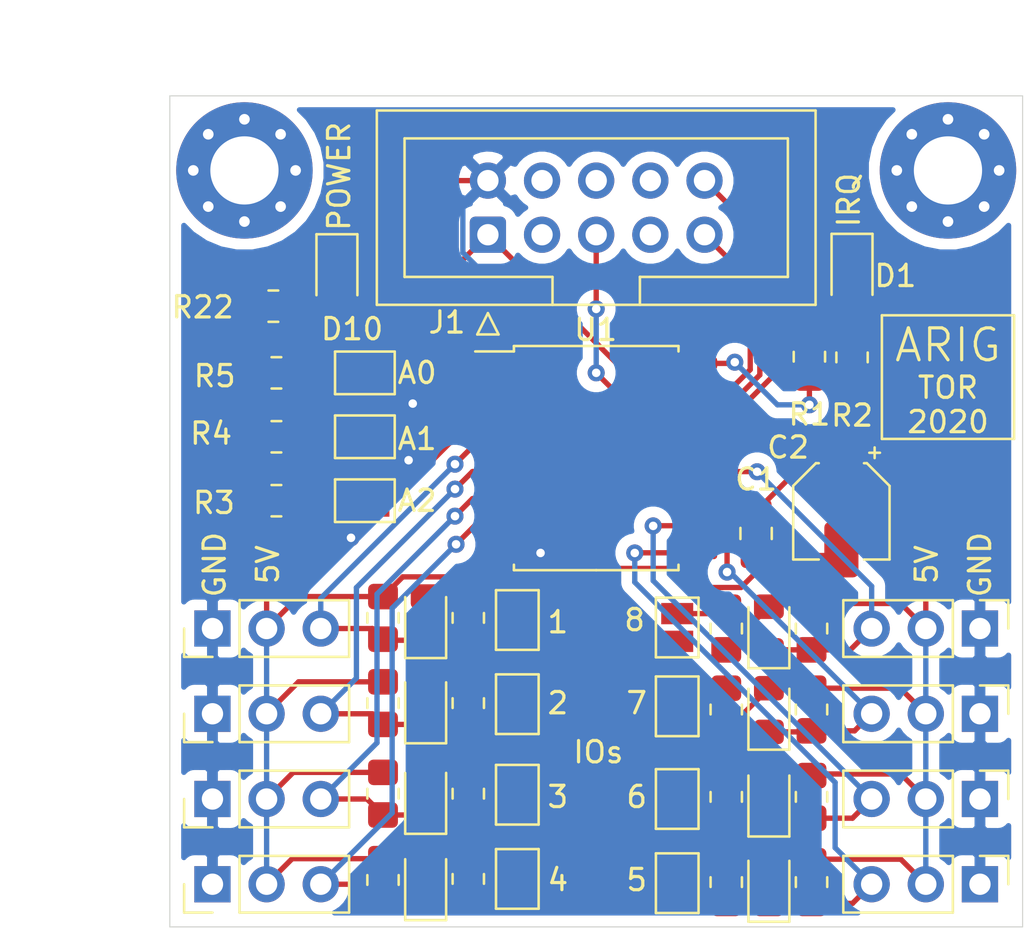
<source format=kicad_pcb>
(kicad_pcb (version 20171130) (host pcbnew 5.1.9-1.fc33)

  (general
    (thickness 1.6)
    (drawings 25)
    (tracks 265)
    (zones 0)
    (modules 57)
    (nets 40)
  )

  (page A4)
  (layers
    (0 F.Cu signal)
    (31 B.Cu signal)
    (33 F.Adhes user)
    (35 F.Paste user)
    (37 F.SilkS user)
    (38 B.Mask user)
    (39 F.Mask user)
    (40 Dwgs.User user)
    (41 Cmts.User user)
    (42 Eco1.User user)
    (43 Eco2.User user)
    (44 Edge.Cuts user)
    (45 Margin user)
    (46 B.CrtYd user hide)
    (47 F.CrtYd user)
    (49 F.Fab user hide)
  )

  (setup
    (last_trace_width 0.25)
    (trace_clearance 0.2)
    (zone_clearance 0.508)
    (zone_45_only no)
    (trace_min 0.2)
    (via_size 0.8)
    (via_drill 0.4)
    (via_min_size 0.4)
    (via_min_drill 0.3)
    (uvia_size 0.3)
    (uvia_drill 0.1)
    (uvias_allowed no)
    (uvia_min_size 0.2)
    (uvia_min_drill 0.1)
    (edge_width 0.05)
    (segment_width 0.2)
    (pcb_text_width 0.3)
    (pcb_text_size 1.5 1.5)
    (mod_edge_width 0.12)
    (mod_text_size 1 1)
    (mod_text_width 0.15)
    (pad_size 1.524 1.524)
    (pad_drill 0.762)
    (pad_to_mask_clearance 0)
    (aux_axis_origin 0 0)
    (visible_elements FFFFFF7F)
    (pcbplotparams
      (layerselection 0x2f0e8_ffffffff)
      (usegerberextensions true)
      (usegerberattributes true)
      (usegerberadvancedattributes true)
      (creategerberjobfile false)
      (excludeedgelayer true)
      (linewidth 0.100000)
      (plotframeref false)
      (viasonmask false)
      (mode 1)
      (useauxorigin false)
      (hpglpennumber 1)
      (hpglpenspeed 20)
      (hpglpendiameter 15.000000)
      (psnegative false)
      (psa4output false)
      (plotreference true)
      (plotvalue true)
      (plotinvisibletext false)
      (padsonsilk false)
      (subtractmaskfromsilk false)
      (outputformat 1)
      (mirror false)
      (drillshape 0)
      (scaleselection 1)
      (outputdirectory "out"))
  )

  (net 0 "")
  (net 1 GND)
  (net 2 +5V)
  (net 3 "Net-(D1-Pad2)")
  (net 4 /IRQ)
  (net 5 "Net-(D2-Pad2)")
  (net 6 /IO2/Capteur)
  (net 7 "Net-(D3-Pad2)")
  (net 8 /IO3/Capteur)
  (net 9 "Net-(D4-Pad2)")
  (net 10 /IO4/Capteur)
  (net 11 "Net-(D5-Pad2)")
  (net 12 /IO5/Capteur)
  (net 13 "Net-(D6-Pad2)")
  (net 14 /IO6/Capteur)
  (net 15 "Net-(D7-Pad2)")
  (net 16 /IO1/Capteur)
  (net 17 "Net-(D8-Pad2)")
  (net 18 /IO0/Capteur)
  (net 19 "Net-(D9-Pad2)")
  (net 20 /IO7/Capteur)
  (net 21 "Net-(J1-Pad8)")
  (net 22 /SCL)
  (net 23 "Net-(J1-Pad4)")
  (net 24 "Net-(J1-Pad7)")
  (net 25 /SDA)
  (net 26 "Net-(J3-Pad2)")
  (net 27 "Net-(J5-Pad2)")
  (net 28 "Net-(J7-Pad2)")
  (net 29 "Net-(J9-Pad2)")
  (net 30 "Net-(J11-Pad2)")
  (net 31 "Net-(J13-Pad2)")
  (net 32 "Net-(J15-Pad2)")
  (net 33 "Net-(J17-Pad2)")
  (net 34 /A2)
  (net 35 /A1)
  (net 36 /A0)
  (net 37 "Net-(J1-Pad6)")
  (net 38 "Net-(J1-Pad3)")
  (net 39 "Net-(D10-Pad2)")

  (net_class Default "This is the default net class."
    (clearance 0.2)
    (trace_width 0.25)
    (via_dia 0.8)
    (via_drill 0.4)
    (uvia_dia 0.3)
    (uvia_drill 0.1)
    (add_net +5V)
    (add_net /A0)
    (add_net /A1)
    (add_net /A2)
    (add_net /IO0/Capteur)
    (add_net /IO1/Capteur)
    (add_net /IO2/Capteur)
    (add_net /IO3/Capteur)
    (add_net /IO4/Capteur)
    (add_net /IO5/Capteur)
    (add_net /IO6/Capteur)
    (add_net /IO7/Capteur)
    (add_net /IRQ)
    (add_net /SCL)
    (add_net /SDA)
    (add_net GND)
    (add_net "Net-(D1-Pad2)")
    (add_net "Net-(D10-Pad2)")
    (add_net "Net-(D2-Pad2)")
    (add_net "Net-(D3-Pad2)")
    (add_net "Net-(D4-Pad2)")
    (add_net "Net-(D5-Pad2)")
    (add_net "Net-(D6-Pad2)")
    (add_net "Net-(D7-Pad2)")
    (add_net "Net-(D8-Pad2)")
    (add_net "Net-(D9-Pad2)")
    (add_net "Net-(J1-Pad3)")
    (add_net "Net-(J1-Pad4)")
    (add_net "Net-(J1-Pad6)")
    (add_net "Net-(J1-Pad7)")
    (add_net "Net-(J1-Pad8)")
    (add_net "Net-(J11-Pad2)")
    (add_net "Net-(J13-Pad2)")
    (add_net "Net-(J15-Pad2)")
    (add_net "Net-(J17-Pad2)")
    (add_net "Net-(J3-Pad2)")
    (add_net "Net-(J5-Pad2)")
    (add_net "Net-(J7-Pad2)")
    (add_net "Net-(J9-Pad2)")
  )

  (module Jumper:SolderJumper-2_P1.3mm_Open_Pad1.0x1.5mm (layer F.Cu) (tedit 5A3EABFC) (tstamp 5FB42156)
    (at 43.8 44.95 90)
    (descr "SMD Solder Jumper, 1x1.5mm Pads, 0.3mm gap, open")
    (tags "solder jumper open")
    (path /5FC9F45B/5FC77683)
    (attr virtual)
    (fp_text reference J17 (at 0 -1.8 90) (layer F.SilkS) hide
      (effects (font (size 1 1) (thickness 0.15)))
    )
    (fp_text value "DIS LED" (at 0 1.9 90) (layer F.Fab) hide
      (effects (font (size 1 1) (thickness 0.15)))
    )
    (fp_line (start 1.65 1.25) (end -1.65 1.25) (layer F.CrtYd) (width 0.05))
    (fp_line (start 1.65 1.25) (end 1.65 -1.25) (layer F.CrtYd) (width 0.05))
    (fp_line (start -1.65 -1.25) (end -1.65 1.25) (layer F.CrtYd) (width 0.05))
    (fp_line (start -1.65 -1.25) (end 1.65 -1.25) (layer F.CrtYd) (width 0.05))
    (fp_line (start -1.4 -1) (end 1.4 -1) (layer F.SilkS) (width 0.12))
    (fp_line (start 1.4 -1) (end 1.4 1) (layer F.SilkS) (width 0.12))
    (fp_line (start 1.4 1) (end -1.4 1) (layer F.SilkS) (width 0.12))
    (fp_line (start -1.4 1) (end -1.4 -1) (layer F.SilkS) (width 0.12))
    (pad 1 smd rect (at -0.65 0 90) (size 1 1.5) (layers F.Cu F.Mask)
      (net 2 +5V))
    (pad 2 smd rect (at 0.65 0 90) (size 1 1.5) (layers F.Cu F.Mask)
      (net 33 "Net-(J17-Pad2)"))
  )

  (module Jumper:SolderJumper-2_P1.3mm_Open_Pad1.0x1.5mm (layer F.Cu) (tedit 5A3EABFC) (tstamp 5FB48858)
    (at 36.3 44.6 90)
    (descr "SMD Solder Jumper, 1x1.5mm Pads, 0.3mm gap, open")
    (tags "solder jumper open")
    (path /5FC6EBD1/5FC77683)
    (attr virtual)
    (fp_text reference J15 (at 0 -1.8 90) (layer F.SilkS) hide
      (effects (font (size 1 1) (thickness 0.15)))
    )
    (fp_text value "DIS LED" (at 0 1.9 90) (layer F.Fab) hide
      (effects (font (size 1 1) (thickness 0.15)))
    )
    (fp_line (start 1.65 1.25) (end -1.65 1.25) (layer F.CrtYd) (width 0.05))
    (fp_line (start 1.65 1.25) (end 1.65 -1.25) (layer F.CrtYd) (width 0.05))
    (fp_line (start -1.65 -1.25) (end -1.65 1.25) (layer F.CrtYd) (width 0.05))
    (fp_line (start -1.65 -1.25) (end 1.65 -1.25) (layer F.CrtYd) (width 0.05))
    (fp_line (start -1.4 -1) (end 1.4 -1) (layer F.SilkS) (width 0.12))
    (fp_line (start 1.4 -1) (end 1.4 1) (layer F.SilkS) (width 0.12))
    (fp_line (start 1.4 1) (end -1.4 1) (layer F.SilkS) (width 0.12))
    (fp_line (start -1.4 1) (end -1.4 -1) (layer F.SilkS) (width 0.12))
    (pad 1 smd rect (at -0.65 0 90) (size 1 1.5) (layers F.Cu F.Mask)
      (net 2 +5V))
    (pad 2 smd rect (at 0.65 0 90) (size 1 1.5) (layers F.Cu F.Mask)
      (net 32 "Net-(J15-Pad2)"))
  )

  (module Jumper:SolderJumper-2_P1.3mm_Open_Pad1.0x1.5mm (layer F.Cu) (tedit 5A3EABFC) (tstamp 5FB4EA35)
    (at 36.3 48.55 90)
    (descr "SMD Solder Jumper, 1x1.5mm Pads, 0.3mm gap, open")
    (tags "solder jumper open")
    (path /5FC969D2/5FC77683)
    (attr virtual)
    (fp_text reference J13 (at 0 -1.8 90) (layer F.SilkS) hide
      (effects (font (size 1 1) (thickness 0.15)))
    )
    (fp_text value "DIS LED" (at 0 1.9 90) (layer F.Fab) hide
      (effects (font (size 1 1) (thickness 0.15)))
    )
    (fp_line (start 1.65 1.25) (end -1.65 1.25) (layer F.CrtYd) (width 0.05))
    (fp_line (start 1.65 1.25) (end 1.65 -1.25) (layer F.CrtYd) (width 0.05))
    (fp_line (start -1.65 -1.25) (end -1.65 1.25) (layer F.CrtYd) (width 0.05))
    (fp_line (start -1.65 -1.25) (end 1.65 -1.25) (layer F.CrtYd) (width 0.05))
    (fp_line (start -1.4 -1) (end 1.4 -1) (layer F.SilkS) (width 0.12))
    (fp_line (start 1.4 -1) (end 1.4 1) (layer F.SilkS) (width 0.12))
    (fp_line (start 1.4 1) (end -1.4 1) (layer F.SilkS) (width 0.12))
    (fp_line (start -1.4 1) (end -1.4 -1) (layer F.SilkS) (width 0.12))
    (pad 1 smd rect (at -0.65 0 90) (size 1 1.5) (layers F.Cu F.Mask)
      (net 2 +5V))
    (pad 2 smd rect (at 0.65 0 90) (size 1 1.5) (layers F.Cu F.Mask)
      (net 31 "Net-(J13-Pad2)"))
  )

  (module Jumper:SolderJumper-2_P1.3mm_Open_Pad1.0x1.5mm (layer F.Cu) (tedit 5A3EABFC) (tstamp 5FB4209C)
    (at 43.8 48.65 90)
    (descr "SMD Solder Jumper, 1x1.5mm Pads, 0.3mm gap, open")
    (tags "solder jumper open")
    (path /5FC99C55/5FC77683)
    (attr virtual)
    (fp_text reference J11 (at 0 -1.8 90) (layer F.SilkS) hide
      (effects (font (size 1 1) (thickness 0.15)))
    )
    (fp_text value "DIS LED" (at 0 1.9 90) (layer F.Fab) hide
      (effects (font (size 1 1) (thickness 0.15)))
    )
    (fp_line (start 1.65 1.25) (end -1.65 1.25) (layer F.CrtYd) (width 0.05))
    (fp_line (start 1.65 1.25) (end 1.65 -1.25) (layer F.CrtYd) (width 0.05))
    (fp_line (start -1.65 -1.25) (end -1.65 1.25) (layer F.CrtYd) (width 0.05))
    (fp_line (start -1.65 -1.25) (end 1.65 -1.25) (layer F.CrtYd) (width 0.05))
    (fp_line (start -1.4 -1) (end 1.4 -1) (layer F.SilkS) (width 0.12))
    (fp_line (start 1.4 -1) (end 1.4 1) (layer F.SilkS) (width 0.12))
    (fp_line (start 1.4 1) (end -1.4 1) (layer F.SilkS) (width 0.12))
    (fp_line (start -1.4 1) (end -1.4 -1) (layer F.SilkS) (width 0.12))
    (pad 1 smd rect (at -0.65 0 90) (size 1 1.5) (layers F.Cu F.Mask)
      (net 2 +5V))
    (pad 2 smd rect (at 0.65 0 90) (size 1 1.5) (layers F.Cu F.Mask)
      (net 30 "Net-(J11-Pad2)"))
  )

  (module Jumper:SolderJumper-2_P1.3mm_Open_Pad1.0x1.5mm (layer F.Cu) (tedit 5A3EABFC) (tstamp 5FB4205E)
    (at 43.8 53 90)
    (descr "SMD Solder Jumper, 1x1.5mm Pads, 0.3mm gap, open")
    (tags "solder jumper open")
    (path /5FC99236/5FC77683)
    (attr virtual)
    (fp_text reference J9 (at 0 -1.8 90) (layer F.SilkS) hide
      (effects (font (size 1 1) (thickness 0.15)))
    )
    (fp_text value "DIS LED" (at 0 1.9 90) (layer F.Fab) hide
      (effects (font (size 1 1) (thickness 0.15)))
    )
    (fp_line (start 1.65 1.25) (end -1.65 1.25) (layer F.CrtYd) (width 0.05))
    (fp_line (start 1.65 1.25) (end 1.65 -1.25) (layer F.CrtYd) (width 0.05))
    (fp_line (start -1.65 -1.25) (end -1.65 1.25) (layer F.CrtYd) (width 0.05))
    (fp_line (start -1.65 -1.25) (end 1.65 -1.25) (layer F.CrtYd) (width 0.05))
    (fp_line (start -1.4 -1) (end 1.4 -1) (layer F.SilkS) (width 0.12))
    (fp_line (start 1.4 -1) (end 1.4 1) (layer F.SilkS) (width 0.12))
    (fp_line (start 1.4 1) (end -1.4 1) (layer F.SilkS) (width 0.12))
    (fp_line (start -1.4 1) (end -1.4 -1) (layer F.SilkS) (width 0.12))
    (pad 1 smd rect (at -0.65 0 90) (size 1 1.5) (layers F.Cu F.Mask)
      (net 2 +5V))
    (pad 2 smd rect (at 0.65 0 90) (size 1 1.5) (layers F.Cu F.Mask)
      (net 29 "Net-(J9-Pad2)"))
  )

  (module Jumper:SolderJumper-2_P1.3mm_Open_Pad1.0x1.5mm (layer F.Cu) (tedit 5A3EABFC) (tstamp 5FB527C1)
    (at 43.8 56.95 90)
    (descr "SMD Solder Jumper, 1x1.5mm Pads, 0.3mm gap, open")
    (tags "solder jumper open")
    (path /5FC98839/5FC77683)
    (attr virtual)
    (fp_text reference J7 (at 0 -1.8 90) (layer F.SilkS) hide
      (effects (font (size 1 1) (thickness 0.15)))
    )
    (fp_text value "DIS LED" (at 0 1.9 90) (layer F.Fab) hide
      (effects (font (size 1 1) (thickness 0.15)))
    )
    (fp_line (start 1.65 1.25) (end -1.65 1.25) (layer F.CrtYd) (width 0.05))
    (fp_line (start 1.65 1.25) (end 1.65 -1.25) (layer F.CrtYd) (width 0.05))
    (fp_line (start -1.65 -1.25) (end -1.65 1.25) (layer F.CrtYd) (width 0.05))
    (fp_line (start -1.65 -1.25) (end 1.65 -1.25) (layer F.CrtYd) (width 0.05))
    (fp_line (start -1.4 -1) (end 1.4 -1) (layer F.SilkS) (width 0.12))
    (fp_line (start 1.4 -1) (end 1.4 1) (layer F.SilkS) (width 0.12))
    (fp_line (start 1.4 1) (end -1.4 1) (layer F.SilkS) (width 0.12))
    (fp_line (start -1.4 1) (end -1.4 -1) (layer F.SilkS) (width 0.12))
    (pad 1 smd rect (at -0.65 0 90) (size 1 1.5) (layers F.Cu F.Mask)
      (net 2 +5V))
    (pad 2 smd rect (at 0.65 0 90) (size 1 1.5) (layers F.Cu F.Mask)
      (net 28 "Net-(J7-Pad2)"))
  )

  (module Jumper:SolderJumper-2_P1.3mm_Open_Pad1.0x1.5mm (layer F.Cu) (tedit 5A3EABFC) (tstamp 5FB50A7D)
    (at 36.3 56.75 90)
    (descr "SMD Solder Jumper, 1x1.5mm Pads, 0.3mm gap, open")
    (tags "solder jumper open")
    (path /5FC97BD4/5FC77683)
    (attr virtual)
    (fp_text reference J5 (at 0 -1.8 90) (layer F.SilkS) hide
      (effects (font (size 1 1) (thickness 0.15)))
    )
    (fp_text value "DIS LED" (at 0 1.9 90) (layer F.Fab) hide
      (effects (font (size 1 1) (thickness 0.15)))
    )
    (fp_line (start 1.65 1.25) (end -1.65 1.25) (layer F.CrtYd) (width 0.05))
    (fp_line (start 1.65 1.25) (end 1.65 -1.25) (layer F.CrtYd) (width 0.05))
    (fp_line (start -1.65 -1.25) (end -1.65 1.25) (layer F.CrtYd) (width 0.05))
    (fp_line (start -1.65 -1.25) (end 1.65 -1.25) (layer F.CrtYd) (width 0.05))
    (fp_line (start -1.4 -1) (end 1.4 -1) (layer F.SilkS) (width 0.12))
    (fp_line (start 1.4 -1) (end 1.4 1) (layer F.SilkS) (width 0.12))
    (fp_line (start 1.4 1) (end -1.4 1) (layer F.SilkS) (width 0.12))
    (fp_line (start -1.4 1) (end -1.4 -1) (layer F.SilkS) (width 0.12))
    (pad 1 smd rect (at -0.65 0 90) (size 1 1.5) (layers F.Cu F.Mask)
      (net 2 +5V))
    (pad 2 smd rect (at 0.65 0 90) (size 1 1.5) (layers F.Cu F.Mask)
      (net 27 "Net-(J5-Pad2)"))
  )

  (module Jumper:SolderJumper-2_P1.3mm_Open_Pad1.0x1.5mm (layer F.Cu) (tedit 5A3EABFC) (tstamp 5FB41FA4)
    (at 36.3 52.8 90)
    (descr "SMD Solder Jumper, 1x1.5mm Pads, 0.3mm gap, open")
    (tags "solder jumper open")
    (path /5FC973E9/5FC77683)
    (attr virtual)
    (fp_text reference J3 (at 0 -1.8 90) (layer F.SilkS) hide
      (effects (font (size 1 1) (thickness 0.15)))
    )
    (fp_text value "DIS LED" (at 0 1.9 90) (layer F.Fab) hide
      (effects (font (size 1 1) (thickness 0.15)))
    )
    (fp_line (start 1.65 1.25) (end -1.65 1.25) (layer F.CrtYd) (width 0.05))
    (fp_line (start 1.65 1.25) (end 1.65 -1.25) (layer F.CrtYd) (width 0.05))
    (fp_line (start -1.65 -1.25) (end -1.65 1.25) (layer F.CrtYd) (width 0.05))
    (fp_line (start -1.65 -1.25) (end 1.65 -1.25) (layer F.CrtYd) (width 0.05))
    (fp_line (start -1.4 -1) (end 1.4 -1) (layer F.SilkS) (width 0.12))
    (fp_line (start 1.4 -1) (end 1.4 1) (layer F.SilkS) (width 0.12))
    (fp_line (start 1.4 1) (end -1.4 1) (layer F.SilkS) (width 0.12))
    (fp_line (start -1.4 1) (end -1.4 -1) (layer F.SilkS) (width 0.12))
    (pad 1 smd rect (at -0.65 0 90) (size 1 1.5) (layers F.Cu F.Mask)
      (net 2 +5V))
    (pad 2 smd rect (at 0.65 0 90) (size 1 1.5) (layers F.Cu F.Mask)
      (net 26 "Net-(J3-Pad2)"))
  )

  (module MountingHole:MountingHole_3.2mm_M3_Pad_Via (layer F.Cu) (tedit 56DDBCCA) (tstamp 5FB52E82)
    (at 23.5 23.5)
    (descr "Mounting Hole 3.2mm, M3")
    (tags "mounting hole 3.2mm m3")
    (attr virtual)
    (fp_text reference REF** (at 0 -4.2) (layer F.SilkS) hide
      (effects (font (size 1 1) (thickness 0.15)))
    )
    (fp_text value MountingHole_3.2mm_M3_Pad_Via (at 0 -4.7) (layer F.Fab) hide
      (effects (font (size 1 1) (thickness 0.15)))
    )
    (fp_circle (center 0 0) (end 3.45 0) (layer F.CrtYd) (width 0.05))
    (fp_circle (center 0 0) (end 3.2 0) (layer Cmts.User) (width 0.15))
    (fp_text user %R (at 0.3 0) (layer F.Fab) hide
      (effects (font (size 1 1) (thickness 0.15)))
    )
    (pad 1 thru_hole circle (at 0 0) (size 6.4 6.4) (drill 3.2) (layers *.Cu *.Mask))
    (pad 1 thru_hole circle (at 2.4 0) (size 0.8 0.8) (drill 0.5) (layers *.Cu *.Mask))
    (pad 1 thru_hole circle (at 1.697056 1.697056) (size 0.8 0.8) (drill 0.5) (layers *.Cu *.Mask))
    (pad 1 thru_hole circle (at 0 2.4) (size 0.8 0.8) (drill 0.5) (layers *.Cu *.Mask))
    (pad 1 thru_hole circle (at -1.697056 1.697056) (size 0.8 0.8) (drill 0.5) (layers *.Cu *.Mask))
    (pad 1 thru_hole circle (at -2.4 0) (size 0.8 0.8) (drill 0.5) (layers *.Cu *.Mask))
    (pad 1 thru_hole circle (at -1.697056 -1.697056) (size 0.8 0.8) (drill 0.5) (layers *.Cu *.Mask))
    (pad 1 thru_hole circle (at 0 -2.4) (size 0.8 0.8) (drill 0.5) (layers *.Cu *.Mask))
    (pad 1 thru_hole circle (at 1.697056 -1.697056) (size 0.8 0.8) (drill 0.5) (layers *.Cu *.Mask))
  )

  (module MountingHole:MountingHole_3.2mm_M3_Pad_Via (layer F.Cu) (tedit 56DDBCCA) (tstamp 5FB52E35)
    (at 56.5 23.5)
    (descr "Mounting Hole 3.2mm, M3")
    (tags "mounting hole 3.2mm m3")
    (attr virtual)
    (fp_text reference REF** (at 0 -4.2) (layer F.SilkS) hide
      (effects (font (size 1 1) (thickness 0.15)))
    )
    (fp_text value MountingHole_3.2mm_M3_Pad_Via (at 0.1 -4.8) (layer F.Fab) hide
      (effects (font (size 1 1) (thickness 0.15)))
    )
    (fp_circle (center 0 0) (end 3.2 0) (layer Cmts.User) (width 0.15))
    (fp_circle (center 0 0) (end 3.45 0) (layer F.CrtYd) (width 0.05))
    (fp_text user %R (at 0.3 0) (layer F.Fab) hide
      (effects (font (size 1 1) (thickness 0.15)))
    )
    (pad 1 thru_hole circle (at 1.697056 -1.697056) (size 0.8 0.8) (drill 0.5) (layers *.Cu *.Mask))
    (pad 1 thru_hole circle (at 0 -2.4) (size 0.8 0.8) (drill 0.5) (layers *.Cu *.Mask))
    (pad 1 thru_hole circle (at -1.697056 -1.697056) (size 0.8 0.8) (drill 0.5) (layers *.Cu *.Mask))
    (pad 1 thru_hole circle (at -2.4 0) (size 0.8 0.8) (drill 0.5) (layers *.Cu *.Mask))
    (pad 1 thru_hole circle (at -1.697056 1.697056) (size 0.8 0.8) (drill 0.5) (layers *.Cu *.Mask))
    (pad 1 thru_hole circle (at 0 2.4) (size 0.8 0.8) (drill 0.5) (layers *.Cu *.Mask))
    (pad 1 thru_hole circle (at 1.697056 1.697056) (size 0.8 0.8) (drill 0.5) (layers *.Cu *.Mask))
    (pad 1 thru_hole circle (at 2.4 0) (size 0.8 0.8) (drill 0.5) (layers *.Cu *.Mask))
    (pad 1 thru_hole circle (at 0 0) (size 6.4 6.4) (drill 3.2) (layers *.Cu *.Mask))
  )

  (module Connector_PinHeader_2.54mm:PinHeader_1x03_P2.54mm_Vertical (layer F.Cu) (tedit 59FED5CC) (tstamp 5FB48654)
    (at 58 45 270)
    (descr "Through hole straight pin header, 1x03, 2.54mm pitch, single row")
    (tags "Through hole pin header THT 1x03 2.54mm single row")
    (path /5FC9F45B/5FC7CA9C)
    (fp_text reference J16 (at 0 -2.33 90) (layer F.SilkS) hide
      (effects (font (size 1 1) (thickness 0.15)))
    )
    (fp_text value "Conn IO" (at 0 7.41 90) (layer F.Fab) hide
      (effects (font (size 1 1) (thickness 0.15)))
    )
    (fp_line (start 1.8 -1.8) (end -1.8 -1.8) (layer F.CrtYd) (width 0.05))
    (fp_line (start 1.8 6.85) (end 1.8 -1.8) (layer F.CrtYd) (width 0.05))
    (fp_line (start -1.8 6.85) (end 1.8 6.85) (layer F.CrtYd) (width 0.05))
    (fp_line (start -1.8 -1.8) (end -1.8 6.85) (layer F.CrtYd) (width 0.05))
    (fp_line (start -1.33 -1.33) (end 0 -1.33) (layer F.SilkS) (width 0.12))
    (fp_line (start -1.33 0) (end -1.33 -1.33) (layer F.SilkS) (width 0.12))
    (fp_line (start -1.33 1.27) (end 1.33 1.27) (layer F.SilkS) (width 0.12))
    (fp_line (start 1.33 1.27) (end 1.33 6.41) (layer F.SilkS) (width 0.12))
    (fp_line (start -1.33 1.27) (end -1.33 6.41) (layer F.SilkS) (width 0.12))
    (fp_line (start -1.33 6.41) (end 1.33 6.41) (layer F.SilkS) (width 0.12))
    (fp_line (start -1.27 -0.635) (end -0.635 -1.27) (layer F.Fab) (width 0.1))
    (fp_line (start -1.27 6.35) (end -1.27 -0.635) (layer F.Fab) (width 0.1))
    (fp_line (start 1.27 6.35) (end -1.27 6.35) (layer F.Fab) (width 0.1))
    (fp_line (start 1.27 -1.27) (end 1.27 6.35) (layer F.Fab) (width 0.1))
    (fp_line (start -0.635 -1.27) (end 1.27 -1.27) (layer F.Fab) (width 0.1))
    (fp_text user %R (at 0 2.54) (layer F.Fab)
      (effects (font (size 1 1) (thickness 0.15)))
    )
    (pad 3 thru_hole oval (at 0 5.08 270) (size 1.7 1.7) (drill 1) (layers *.Cu *.Mask)
      (net 20 /IO7/Capteur))
    (pad 2 thru_hole oval (at 0 2.54 270) (size 1.7 1.7) (drill 1) (layers *.Cu *.Mask)
      (net 2 +5V))
    (pad 1 thru_hole rect (at 0 0 270) (size 1.7 1.7) (drill 1) (layers *.Cu *.Mask)
      (net 1 GND))
    (model ${KISYS3DMOD}/Connector_PinHeader_2.54mm.3dshapes/PinHeader_1x03_P2.54mm_Vertical.wrl
      (at (xyz 0 0 0))
      (scale (xyz 1 1 1))
      (rotate (xyz 0 0 0))
    )
  )

  (module Connector_PinHeader_2.54mm:PinHeader_1x03_P2.54mm_Vertical (layer F.Cu) (tedit 59FED5CC) (tstamp 5FB484E3)
    (at 22 45 90)
    (descr "Through hole straight pin header, 1x03, 2.54mm pitch, single row")
    (tags "Through hole pin header THT 1x03 2.54mm single row")
    (path /5FC6EBD1/5FC7CA9C)
    (fp_text reference J14 (at 0 -2.33 90) (layer F.SilkS) hide
      (effects (font (size 1 1) (thickness 0.15)))
    )
    (fp_text value "Conn IO" (at 0 -5.1 180) (layer F.Fab) hide
      (effects (font (size 1 1) (thickness 0.15)))
    )
    (fp_line (start 1.8 -1.8) (end -1.8 -1.8) (layer F.CrtYd) (width 0.05))
    (fp_line (start 1.8 6.85) (end 1.8 -1.8) (layer F.CrtYd) (width 0.05))
    (fp_line (start -1.8 6.85) (end 1.8 6.85) (layer F.CrtYd) (width 0.05))
    (fp_line (start -1.8 -1.8) (end -1.8 6.85) (layer F.CrtYd) (width 0.05))
    (fp_line (start -1.33 -1.33) (end 0 -1.33) (layer F.SilkS) (width 0.12))
    (fp_line (start -1.33 0) (end -1.33 -1.33) (layer F.SilkS) (width 0.12))
    (fp_line (start -1.33 1.27) (end 1.33 1.27) (layer F.SilkS) (width 0.12))
    (fp_line (start 1.33 1.27) (end 1.33 6.41) (layer F.SilkS) (width 0.12))
    (fp_line (start -1.33 1.27) (end -1.33 6.41) (layer F.SilkS) (width 0.12))
    (fp_line (start -1.33 6.41) (end 1.33 6.41) (layer F.SilkS) (width 0.12))
    (fp_line (start -1.27 -0.635) (end -0.635 -1.27) (layer F.Fab) (width 0.1))
    (fp_line (start -1.27 6.35) (end -1.27 -0.635) (layer F.Fab) (width 0.1))
    (fp_line (start 1.27 6.35) (end -1.27 6.35) (layer F.Fab) (width 0.1))
    (fp_line (start 1.27 -1.27) (end 1.27 6.35) (layer F.Fab) (width 0.1))
    (fp_line (start -0.635 -1.27) (end 1.27 -1.27) (layer F.Fab) (width 0.1))
    (fp_text user %R (at 0 2.54) (layer F.Fab)
      (effects (font (size 1 1) (thickness 0.15)))
    )
    (pad 3 thru_hole oval (at 0 5.08 90) (size 1.7 1.7) (drill 1) (layers *.Cu *.Mask)
      (net 18 /IO0/Capteur))
    (pad 2 thru_hole oval (at 0 2.54 90) (size 1.7 1.7) (drill 1) (layers *.Cu *.Mask)
      (net 2 +5V))
    (pad 1 thru_hole rect (at 0 0 90) (size 1.7 1.7) (drill 1) (layers *.Cu *.Mask)
      (net 1 GND))
    (model ${KISYS3DMOD}/Connector_PinHeader_2.54mm.3dshapes/PinHeader_1x03_P2.54mm_Vertical.wrl
      (at (xyz 0 0 0))
      (scale (xyz 1 1 1))
      (rotate (xyz 0 0 0))
    )
  )

  (module Connector_PinHeader_2.54mm:PinHeader_1x03_P2.54mm_Vertical (layer F.Cu) (tedit 59FED5CC) (tstamp 5FB4855E)
    (at 22 49 90)
    (descr "Through hole straight pin header, 1x03, 2.54mm pitch, single row")
    (tags "Through hole pin header THT 1x03 2.54mm single row")
    (path /5FC969D2/5FC7CA9C)
    (fp_text reference J12 (at 0 -2.33 90) (layer F.SilkS) hide
      (effects (font (size 1 1) (thickness 0.15)))
    )
    (fp_text value "Conn IO" (at 0 -5 180) (layer F.Fab) hide
      (effects (font (size 1 1) (thickness 0.15)))
    )
    (fp_line (start 1.8 -1.8) (end -1.8 -1.8) (layer F.CrtYd) (width 0.05))
    (fp_line (start 1.8 6.85) (end 1.8 -1.8) (layer F.CrtYd) (width 0.05))
    (fp_line (start -1.8 6.85) (end 1.8 6.85) (layer F.CrtYd) (width 0.05))
    (fp_line (start -1.8 -1.8) (end -1.8 6.85) (layer F.CrtYd) (width 0.05))
    (fp_line (start -1.33 -1.33) (end 0 -1.33) (layer F.SilkS) (width 0.12))
    (fp_line (start -1.33 0) (end -1.33 -1.33) (layer F.SilkS) (width 0.12))
    (fp_line (start -1.33 1.27) (end 1.33 1.27) (layer F.SilkS) (width 0.12))
    (fp_line (start 1.33 1.27) (end 1.33 6.41) (layer F.SilkS) (width 0.12))
    (fp_line (start -1.33 1.27) (end -1.33 6.41) (layer F.SilkS) (width 0.12))
    (fp_line (start -1.33 6.41) (end 1.33 6.41) (layer F.SilkS) (width 0.12))
    (fp_line (start -1.27 -0.635) (end -0.635 -1.27) (layer F.Fab) (width 0.1))
    (fp_line (start -1.27 6.35) (end -1.27 -0.635) (layer F.Fab) (width 0.1))
    (fp_line (start 1.27 6.35) (end -1.27 6.35) (layer F.Fab) (width 0.1))
    (fp_line (start 1.27 -1.27) (end 1.27 6.35) (layer F.Fab) (width 0.1))
    (fp_line (start -0.635 -1.27) (end 1.27 -1.27) (layer F.Fab) (width 0.1))
    (fp_text user %R (at 0 2.54) (layer F.Fab)
      (effects (font (size 1 1) (thickness 0.15)))
    )
    (pad 3 thru_hole oval (at 0 5.08 90) (size 1.7 1.7) (drill 1) (layers *.Cu *.Mask)
      (net 16 /IO1/Capteur))
    (pad 2 thru_hole oval (at 0 2.54 90) (size 1.7 1.7) (drill 1) (layers *.Cu *.Mask)
      (net 2 +5V))
    (pad 1 thru_hole rect (at 0 0 90) (size 1.7 1.7) (drill 1) (layers *.Cu *.Mask)
      (net 1 GND))
    (model ${KISYS3DMOD}/Connector_PinHeader_2.54mm.3dshapes/PinHeader_1x03_P2.54mm_Vertical.wrl
      (at (xyz 0 0 0))
      (scale (xyz 1 1 1))
      (rotate (xyz 0 0 0))
    )
  )

  (module Connector_PinHeader_2.54mm:PinHeader_1x03_P2.54mm_Vertical (layer F.Cu) (tedit 59FED5CC) (tstamp 5FB48468)
    (at 58 49 270)
    (descr "Through hole straight pin header, 1x03, 2.54mm pitch, single row")
    (tags "Through hole pin header THT 1x03 2.54mm single row")
    (path /5FC99C55/5FC7CA9C)
    (fp_text reference J10 (at 0 -2.33 90) (layer F.SilkS) hide
      (effects (font (size 1 1) (thickness 0.15)))
    )
    (fp_text value "Conn IO" (at -0.1 -6.2 90) (layer F.Fab) hide
      (effects (font (size 1 1) (thickness 0.15)))
    )
    (fp_line (start 1.8 -1.8) (end -1.8 -1.8) (layer F.CrtYd) (width 0.05))
    (fp_line (start 1.8 6.85) (end 1.8 -1.8) (layer F.CrtYd) (width 0.05))
    (fp_line (start -1.8 6.85) (end 1.8 6.85) (layer F.CrtYd) (width 0.05))
    (fp_line (start -1.8 -1.8) (end -1.8 6.85) (layer F.CrtYd) (width 0.05))
    (fp_line (start -1.33 -1.33) (end 0 -1.33) (layer F.SilkS) (width 0.12))
    (fp_line (start -1.33 0) (end -1.33 -1.33) (layer F.SilkS) (width 0.12))
    (fp_line (start -1.33 1.27) (end 1.33 1.27) (layer F.SilkS) (width 0.12))
    (fp_line (start 1.33 1.27) (end 1.33 6.41) (layer F.SilkS) (width 0.12))
    (fp_line (start -1.33 1.27) (end -1.33 6.41) (layer F.SilkS) (width 0.12))
    (fp_line (start -1.33 6.41) (end 1.33 6.41) (layer F.SilkS) (width 0.12))
    (fp_line (start -1.27 -0.635) (end -0.635 -1.27) (layer F.Fab) (width 0.1))
    (fp_line (start -1.27 6.35) (end -1.27 -0.635) (layer F.Fab) (width 0.1))
    (fp_line (start 1.27 6.35) (end -1.27 6.35) (layer F.Fab) (width 0.1))
    (fp_line (start 1.27 -1.27) (end 1.27 6.35) (layer F.Fab) (width 0.1))
    (fp_line (start -0.635 -1.27) (end 1.27 -1.27) (layer F.Fab) (width 0.1))
    (fp_text user %R (at 0 2.54) (layer F.Fab)
      (effects (font (size 1 1) (thickness 0.15)))
    )
    (pad 3 thru_hole oval (at 0 5.08 270) (size 1.7 1.7) (drill 1) (layers *.Cu *.Mask)
      (net 14 /IO6/Capteur))
    (pad 2 thru_hole oval (at 0 2.54 270) (size 1.7 1.7) (drill 1) (layers *.Cu *.Mask)
      (net 2 +5V))
    (pad 1 thru_hole rect (at 0 0 270) (size 1.7 1.7) (drill 1) (layers *.Cu *.Mask)
      (net 1 GND))
    (model ${KISYS3DMOD}/Connector_PinHeader_2.54mm.3dshapes/PinHeader_1x03_P2.54mm_Vertical.wrl
      (at (xyz 0 0 0))
      (scale (xyz 1 1 1))
      (rotate (xyz 0 0 0))
    )
  )

  (module Connector_PinHeader_2.54mm:PinHeader_1x03_P2.54mm_Vertical (layer F.Cu) (tedit 59FED5CC) (tstamp 5FB48372)
    (at 58 53 270)
    (descr "Through hole straight pin header, 1x03, 2.54mm pitch, single row")
    (tags "Through hole pin header THT 1x03 2.54mm single row")
    (path /5FC99236/5FC7CA9C)
    (fp_text reference J8 (at 0 -2.33 90) (layer F.SilkS) hide
      (effects (font (size 1 1) (thickness 0.15)))
    )
    (fp_text value "Conn IO" (at 0.6 -4.4 90) (layer F.Fab) hide
      (effects (font (size 1 1) (thickness 0.15)))
    )
    (fp_line (start 1.8 -1.8) (end -1.8 -1.8) (layer F.CrtYd) (width 0.05))
    (fp_line (start 1.8 6.85) (end 1.8 -1.8) (layer F.CrtYd) (width 0.05))
    (fp_line (start -1.8 6.85) (end 1.8 6.85) (layer F.CrtYd) (width 0.05))
    (fp_line (start -1.8 -1.8) (end -1.8 6.85) (layer F.CrtYd) (width 0.05))
    (fp_line (start -1.33 -1.33) (end 0 -1.33) (layer F.SilkS) (width 0.12))
    (fp_line (start -1.33 0) (end -1.33 -1.33) (layer F.SilkS) (width 0.12))
    (fp_line (start -1.33 1.27) (end 1.33 1.27) (layer F.SilkS) (width 0.12))
    (fp_line (start 1.33 1.27) (end 1.33 6.41) (layer F.SilkS) (width 0.12))
    (fp_line (start -1.33 1.27) (end -1.33 6.41) (layer F.SilkS) (width 0.12))
    (fp_line (start -1.33 6.41) (end 1.33 6.41) (layer F.SilkS) (width 0.12))
    (fp_line (start -1.27 -0.635) (end -0.635 -1.27) (layer F.Fab) (width 0.1))
    (fp_line (start -1.27 6.35) (end -1.27 -0.635) (layer F.Fab) (width 0.1))
    (fp_line (start 1.27 6.35) (end -1.27 6.35) (layer F.Fab) (width 0.1))
    (fp_line (start 1.27 -1.27) (end 1.27 6.35) (layer F.Fab) (width 0.1))
    (fp_line (start -0.635 -1.27) (end 1.27 -1.27) (layer F.Fab) (width 0.1))
    (fp_text user %R (at 0 2.54) (layer F.Fab)
      (effects (font (size 1 1) (thickness 0.15)))
    )
    (pad 3 thru_hole oval (at 0 5.08 270) (size 1.7 1.7) (drill 1) (layers *.Cu *.Mask)
      (net 12 /IO5/Capteur))
    (pad 2 thru_hole oval (at 0 2.54 270) (size 1.7 1.7) (drill 1) (layers *.Cu *.Mask)
      (net 2 +5V))
    (pad 1 thru_hole rect (at 0 0 270) (size 1.7 1.7) (drill 1) (layers *.Cu *.Mask)
      (net 1 GND))
    (model ${KISYS3DMOD}/Connector_PinHeader_2.54mm.3dshapes/PinHeader_1x03_P2.54mm_Vertical.wrl
      (at (xyz 0 0 0))
      (scale (xyz 1 1 1))
      (rotate (xyz 0 0 0))
    )
  )

  (module Connector_PinHeader_2.54mm:PinHeader_1x03_P2.54mm_Vertical (layer F.Cu) (tedit 59FED5CC) (tstamp 5FB485D9)
    (at 58 57 270)
    (descr "Through hole straight pin header, 1x03, 2.54mm pitch, single row")
    (tags "Through hole pin header THT 1x03 2.54mm single row")
    (path /5FC98839/5FC7CA9C)
    (fp_text reference J6 (at 0 -2.33 90) (layer F.SilkS) hide
      (effects (font (size 1 1) (thickness 0.15)))
    )
    (fp_text value "Conn IO" (at 0 -5 180) (layer F.Fab) hide
      (effects (font (size 1 1) (thickness 0.15)))
    )
    (fp_line (start 1.8 -1.8) (end -1.8 -1.8) (layer F.CrtYd) (width 0.05))
    (fp_line (start 1.8 6.85) (end 1.8 -1.8) (layer F.CrtYd) (width 0.05))
    (fp_line (start -1.8 6.85) (end 1.8 6.85) (layer F.CrtYd) (width 0.05))
    (fp_line (start -1.8 -1.8) (end -1.8 6.85) (layer F.CrtYd) (width 0.05))
    (fp_line (start -1.33 -1.33) (end 0 -1.33) (layer F.SilkS) (width 0.12))
    (fp_line (start -1.33 0) (end -1.33 -1.33) (layer F.SilkS) (width 0.12))
    (fp_line (start -1.33 1.27) (end 1.33 1.27) (layer F.SilkS) (width 0.12))
    (fp_line (start 1.33 1.27) (end 1.33 6.41) (layer F.SilkS) (width 0.12))
    (fp_line (start -1.33 1.27) (end -1.33 6.41) (layer F.SilkS) (width 0.12))
    (fp_line (start -1.33 6.41) (end 1.33 6.41) (layer F.SilkS) (width 0.12))
    (fp_line (start -1.27 -0.635) (end -0.635 -1.27) (layer F.Fab) (width 0.1))
    (fp_line (start -1.27 6.35) (end -1.27 -0.635) (layer F.Fab) (width 0.1))
    (fp_line (start 1.27 6.35) (end -1.27 6.35) (layer F.Fab) (width 0.1))
    (fp_line (start 1.27 -1.27) (end 1.27 6.35) (layer F.Fab) (width 0.1))
    (fp_line (start -0.635 -1.27) (end 1.27 -1.27) (layer F.Fab) (width 0.1))
    (fp_text user %R (at 0 2.54) (layer F.Fab)
      (effects (font (size 1 1) (thickness 0.15)))
    )
    (pad 3 thru_hole oval (at 0 5.08 270) (size 1.7 1.7) (drill 1) (layers *.Cu *.Mask)
      (net 10 /IO4/Capteur))
    (pad 2 thru_hole oval (at 0 2.54 270) (size 1.7 1.7) (drill 1) (layers *.Cu *.Mask)
      (net 2 +5V))
    (pad 1 thru_hole rect (at 0 0 270) (size 1.7 1.7) (drill 1) (layers *.Cu *.Mask)
      (net 1 GND))
    (model ${KISYS3DMOD}/Connector_PinHeader_2.54mm.3dshapes/PinHeader_1x03_P2.54mm_Vertical.wrl
      (at (xyz 0 0 0))
      (scale (xyz 1 1 1))
      (rotate (xyz 0 0 0))
    )
  )

  (module Connector_PinHeader_2.54mm:PinHeader_1x03_P2.54mm_Vertical (layer F.Cu) (tedit 59FED5CC) (tstamp 5FB483ED)
    (at 22 57 90)
    (descr "Through hole straight pin header, 1x03, 2.54mm pitch, single row")
    (tags "Through hole pin header THT 1x03 2.54mm single row")
    (path /5FC97BD4/5FC7CA9C)
    (fp_text reference J4 (at 0 -2.33 90) (layer F.SilkS) hide
      (effects (font (size 1 1) (thickness 0.15)))
    )
    (fp_text value "Conn IO" (at 0 -5 180) (layer F.Fab) hide
      (effects (font (size 1 1) (thickness 0.15)))
    )
    (fp_line (start 1.8 -1.8) (end -1.8 -1.8) (layer F.CrtYd) (width 0.05))
    (fp_line (start 1.8 6.85) (end 1.8 -1.8) (layer F.CrtYd) (width 0.05))
    (fp_line (start -1.8 6.85) (end 1.8 6.85) (layer F.CrtYd) (width 0.05))
    (fp_line (start -1.8 -1.8) (end -1.8 6.85) (layer F.CrtYd) (width 0.05))
    (fp_line (start -1.33 -1.33) (end 0 -1.33) (layer F.SilkS) (width 0.12))
    (fp_line (start -1.33 0) (end -1.33 -1.33) (layer F.SilkS) (width 0.12))
    (fp_line (start -1.33 1.27) (end 1.33 1.27) (layer F.SilkS) (width 0.12))
    (fp_line (start 1.33 1.27) (end 1.33 6.41) (layer F.SilkS) (width 0.12))
    (fp_line (start -1.33 1.27) (end -1.33 6.41) (layer F.SilkS) (width 0.12))
    (fp_line (start -1.33 6.41) (end 1.33 6.41) (layer F.SilkS) (width 0.12))
    (fp_line (start -1.27 -0.635) (end -0.635 -1.27) (layer F.Fab) (width 0.1))
    (fp_line (start -1.27 6.35) (end -1.27 -0.635) (layer F.Fab) (width 0.1))
    (fp_line (start 1.27 6.35) (end -1.27 6.35) (layer F.Fab) (width 0.1))
    (fp_line (start 1.27 -1.27) (end 1.27 6.35) (layer F.Fab) (width 0.1))
    (fp_line (start -0.635 -1.27) (end 1.27 -1.27) (layer F.Fab) (width 0.1))
    (fp_text user %R (at 0 2.54) (layer F.Fab)
      (effects (font (size 1 1) (thickness 0.15)))
    )
    (pad 3 thru_hole oval (at 0 5.08 90) (size 1.7 1.7) (drill 1) (layers *.Cu *.Mask)
      (net 8 /IO3/Capteur))
    (pad 2 thru_hole oval (at 0 2.54 90) (size 1.7 1.7) (drill 1) (layers *.Cu *.Mask)
      (net 2 +5V))
    (pad 1 thru_hole rect (at 0 0 90) (size 1.7 1.7) (drill 1) (layers *.Cu *.Mask)
      (net 1 GND))
    (model ${KISYS3DMOD}/Connector_PinHeader_2.54mm.3dshapes/PinHeader_1x03_P2.54mm_Vertical.wrl
      (at (xyz 0 0 0))
      (scale (xyz 1 1 1))
      (rotate (xyz 0 0 0))
    )
  )

  (module Connector_PinHeader_2.54mm:PinHeader_1x03_P2.54mm_Vertical (layer F.Cu) (tedit 59FED5CC) (tstamp 5FB482F7)
    (at 22 53 90)
    (descr "Through hole straight pin header, 1x03, 2.54mm pitch, single row")
    (tags "Through hole pin header THT 1x03 2.54mm single row")
    (path /5FC973E9/5FC7CA9C)
    (fp_text reference J2 (at 0 -2.33 90) (layer F.SilkS) hide
      (effects (font (size 1 1) (thickness 0.15)))
    )
    (fp_text value "Conn IO" (at 0 -5 180) (layer F.Fab) hide
      (effects (font (size 1 1) (thickness 0.15)))
    )
    (fp_line (start 1.8 -1.8) (end -1.8 -1.8) (layer F.CrtYd) (width 0.05))
    (fp_line (start 1.8 6.85) (end 1.8 -1.8) (layer F.CrtYd) (width 0.05))
    (fp_line (start -1.8 6.85) (end 1.8 6.85) (layer F.CrtYd) (width 0.05))
    (fp_line (start -1.8 -1.8) (end -1.8 6.85) (layer F.CrtYd) (width 0.05))
    (fp_line (start -1.33 -1.33) (end 0 -1.33) (layer F.SilkS) (width 0.12))
    (fp_line (start -1.33 0) (end -1.33 -1.33) (layer F.SilkS) (width 0.12))
    (fp_line (start -1.33 1.27) (end 1.33 1.27) (layer F.SilkS) (width 0.12))
    (fp_line (start 1.33 1.27) (end 1.33 6.41) (layer F.SilkS) (width 0.12))
    (fp_line (start -1.33 1.27) (end -1.33 6.41) (layer F.SilkS) (width 0.12))
    (fp_line (start -1.33 6.41) (end 1.33 6.41) (layer F.SilkS) (width 0.12))
    (fp_line (start -1.27 -0.635) (end -0.635 -1.27) (layer F.Fab) (width 0.1))
    (fp_line (start -1.27 6.35) (end -1.27 -0.635) (layer F.Fab) (width 0.1))
    (fp_line (start 1.27 6.35) (end -1.27 6.35) (layer F.Fab) (width 0.1))
    (fp_line (start 1.27 -1.27) (end 1.27 6.35) (layer F.Fab) (width 0.1))
    (fp_line (start -0.635 -1.27) (end 1.27 -1.27) (layer F.Fab) (width 0.1))
    (fp_text user %R (at 0 2.54) (layer F.Fab)
      (effects (font (size 1 1) (thickness 0.15)))
    )
    (pad 3 thru_hole oval (at 0 5.08 90) (size 1.7 1.7) (drill 1) (layers *.Cu *.Mask)
      (net 6 /IO2/Capteur))
    (pad 2 thru_hole oval (at 0 2.54 90) (size 1.7 1.7) (drill 1) (layers *.Cu *.Mask)
      (net 2 +5V))
    (pad 1 thru_hole rect (at 0 0 90) (size 1.7 1.7) (drill 1) (layers *.Cu *.Mask)
      (net 1 GND))
    (model ${KISYS3DMOD}/Connector_PinHeader_2.54mm.3dshapes/PinHeader_1x03_P2.54mm_Vertical.wrl
      (at (xyz 0 0 0))
      (scale (xyz 1 1 1))
      (rotate (xyz 0 0 0))
    )
  )

  (module Jumper:SolderJumper-2_P1.3mm_Open_Pad1.0x1.5mm (layer F.Cu) (tedit 5A3EABFC) (tstamp 5FB534F2)
    (at 29.15 33 180)
    (descr "SMD Solder Jumper, 1x1.5mm Pads, 0.3mm gap, open")
    (tags "solder jumper open")
    (path /5FCF0284)
    (attr virtual)
    (fp_text reference J20 (at -3.15 0) (layer F.SilkS) hide
      (effects (font (size 1 1) (thickness 0.15)))
    )
    (fp_text value A0 (at -2.75 0) (layer F.Fab) hide
      (effects (font (size 1 1) (thickness 0.15)))
    )
    (fp_line (start 1.65 1.25) (end -1.65 1.25) (layer F.CrtYd) (width 0.05))
    (fp_line (start 1.65 1.25) (end 1.65 -1.25) (layer F.CrtYd) (width 0.05))
    (fp_line (start -1.65 -1.25) (end -1.65 1.25) (layer F.CrtYd) (width 0.05))
    (fp_line (start -1.65 -1.25) (end 1.65 -1.25) (layer F.CrtYd) (width 0.05))
    (fp_line (start -1.4 -1) (end 1.4 -1) (layer F.SilkS) (width 0.12))
    (fp_line (start 1.4 -1) (end 1.4 1) (layer F.SilkS) (width 0.12))
    (fp_line (start 1.4 1) (end -1.4 1) (layer F.SilkS) (width 0.12))
    (fp_line (start -1.4 1) (end -1.4 -1) (layer F.SilkS) (width 0.12))
    (fp_text user %V (at -2.45 0 180) (layer F.SilkS)
      (effects (font (size 1 1) (thickness 0.15)))
    )
    (fp_text user %R (at 0 0 180) (layer F.Fab) hide
      (effects (font (size 1 1) (thickness 0.15)))
    )
    (pad 1 smd rect (at -0.65 0 180) (size 1 1.5) (layers F.Cu F.Mask)
      (net 36 /A0))
    (pad 2 smd rect (at 0.65 0 180) (size 1 1.5) (layers F.Cu F.Mask)
      (net 1 GND))
  )

  (module Jumper:SolderJumper-2_P1.3mm_Open_Pad1.0x1.5mm (layer F.Cu) (tedit 5A3EABFC) (tstamp 5FB430CF)
    (at 29.15 36 180)
    (descr "SMD Solder Jumper, 1x1.5mm Pads, 0.3mm gap, open")
    (tags "solder jumper open")
    (path /5FCEF24A)
    (attr virtual)
    (fp_text reference J19 (at -2.8032 0.0844) (layer F.SilkS) hide
      (effects (font (size 1 1) (thickness 0.15)))
    )
    (fp_text value A1 (at -2.75 0) (layer F.Fab) hide
      (effects (font (size 1 1) (thickness 0.15)))
    )
    (fp_line (start 1.65 1.25) (end -1.65 1.25) (layer F.CrtYd) (width 0.05))
    (fp_line (start 1.65 1.25) (end 1.65 -1.25) (layer F.CrtYd) (width 0.05))
    (fp_line (start -1.65 -1.25) (end -1.65 1.25) (layer F.CrtYd) (width 0.05))
    (fp_line (start -1.65 -1.25) (end 1.65 -1.25) (layer F.CrtYd) (width 0.05))
    (fp_line (start -1.4 -1) (end 1.4 -1) (layer F.SilkS) (width 0.12))
    (fp_line (start 1.4 -1) (end 1.4 1) (layer F.SilkS) (width 0.12))
    (fp_line (start 1.4 1) (end -1.4 1) (layer F.SilkS) (width 0.12))
    (fp_line (start -1.4 1) (end -1.4 -1) (layer F.SilkS) (width 0.12))
    (fp_text user %V (at -2.45 -0.1 180) (layer F.SilkS)
      (effects (font (size 1 1) (thickness 0.15)))
    )
    (fp_text user %R (at 0 0 180) (layer F.Fab) hide
      (effects (font (size 1 1) (thickness 0.15)))
    )
    (pad 1 smd rect (at -0.65 0 180) (size 1 1.5) (layers F.Cu F.Mask)
      (net 35 /A1))
    (pad 2 smd rect (at 0.65 0 180) (size 1 1.5) (layers F.Cu F.Mask)
      (net 1 GND))
  )

  (module Jumper:SolderJumper-2_P1.3mm_Open_Pad1.0x1.5mm (layer F.Cu) (tedit 5A3EABFC) (tstamp 5FB35256)
    (at 29.15 39 180)
    (descr "SMD Solder Jumper, 1x1.5mm Pads, 0.3mm gap, open")
    (tags "solder jumper open")
    (path /5FD142AF)
    (attr virtual)
    (fp_text reference J18 (at -2.8032 -0.1668) (layer F.SilkS) hide
      (effects (font (size 1 1) (thickness 0.15)))
    )
    (fp_text value A2 (at -2.65 0 90) (layer F.Fab) hide
      (effects (font (size 1 1) (thickness 0.15)))
    )
    (fp_line (start 1.65 1.25) (end -1.65 1.25) (layer F.CrtYd) (width 0.05))
    (fp_line (start 1.65 1.25) (end 1.65 -1.25) (layer F.CrtYd) (width 0.05))
    (fp_line (start -1.65 -1.25) (end -1.65 1.25) (layer F.CrtYd) (width 0.05))
    (fp_line (start -1.65 -1.25) (end 1.65 -1.25) (layer F.CrtYd) (width 0.05))
    (fp_line (start -1.4 -1) (end 1.4 -1) (layer F.SilkS) (width 0.12))
    (fp_line (start 1.4 -1) (end 1.4 1) (layer F.SilkS) (width 0.12))
    (fp_line (start 1.4 1) (end -1.4 1) (layer F.SilkS) (width 0.12))
    (fp_line (start -1.4 1) (end -1.4 -1) (layer F.SilkS) (width 0.12))
    (fp_text user %V (at -2.45 0 180) (layer F.SilkS)
      (effects (font (size 1 1) (thickness 0.15)))
    )
    (fp_text user %R (at 0 0 180) (layer F.Fab) hide
      (effects (font (size 1 1) (thickness 0.15)))
    )
    (pad 1 smd rect (at -0.65 0 180) (size 1 1.5) (layers F.Cu F.Mask)
      (net 34 /A2))
    (pad 2 smd rect (at 0.65 0 180) (size 1 1.5) (layers F.Cu F.Mask)
      (net 1 GND))
  )

  (module Resistor_SMD:R_0805_2012Metric_Pad1.20x1.40mm_HandSolder (layer F.Cu) (tedit 5F68FEEE) (tstamp 5FB42345)
    (at 46.1 45 270)
    (descr "Resistor SMD 0805 (2012 Metric), square (rectangular) end terminal, IPC_7351 nominal with elongated pad for handsoldering. (Body size source: IPC-SM-782 page 72, https://www.pcb-3d.com/wordpress/wp-content/uploads/ipc-sm-782a_amendment_1_and_2.pdf), generated with kicad-footprint-generator")
    (tags "resistor handsolder")
    (path /5FC9F45B/5FC71F08)
    (attr smd)
    (fp_text reference R21 (at 0 -1.65 90) (layer F.SilkS) hide
      (effects (font (size 1 1) (thickness 0.15)))
    )
    (fp_text value 150 (at 0 1.65 90) (layer F.Fab) hide
      (effects (font (size 1 1) (thickness 0.15)))
    )
    (fp_line (start -1 0.625) (end -1 -0.625) (layer F.Fab) (width 0.1))
    (fp_line (start -1 -0.625) (end 1 -0.625) (layer F.Fab) (width 0.1))
    (fp_line (start 1 -0.625) (end 1 0.625) (layer F.Fab) (width 0.1))
    (fp_line (start 1 0.625) (end -1 0.625) (layer F.Fab) (width 0.1))
    (fp_line (start -0.227064 -0.735) (end 0.227064 -0.735) (layer F.SilkS) (width 0.12))
    (fp_line (start -0.227064 0.735) (end 0.227064 0.735) (layer F.SilkS) (width 0.12))
    (fp_line (start -1.85 0.95) (end -1.85 -0.95) (layer F.CrtYd) (width 0.05))
    (fp_line (start -1.85 -0.95) (end 1.85 -0.95) (layer F.CrtYd) (width 0.05))
    (fp_line (start 1.85 -0.95) (end 1.85 0.95) (layer F.CrtYd) (width 0.05))
    (fp_line (start 1.85 0.95) (end -1.85 0.95) (layer F.CrtYd) (width 0.05))
    (fp_text user %R (at 0 0 90) (layer F.Fab)
      (effects (font (size 0.5 0.5) (thickness 0.08)))
    )
    (pad 2 smd roundrect (at 1 0 270) (size 1.2 1.4) (layers F.Cu F.Paste F.Mask) (roundrect_rratio 0.2083325)
      (net 19 "Net-(D9-Pad2)"))
    (pad 1 smd roundrect (at -1 0 270) (size 1.2 1.4) (layers F.Cu F.Paste F.Mask) (roundrect_rratio 0.2083325)
      (net 33 "Net-(J17-Pad2)"))
    (model ${KISYS3DMOD}/Resistor_SMD.3dshapes/R_0805_2012Metric.wrl
      (at (xyz 0 0 0))
      (scale (xyz 1 1 1))
      (rotate (xyz 0 0 0))
    )
  )

  (module Resistor_SMD:R_0805_2012Metric_Pad1.20x1.40mm_HandSolder (layer F.Cu) (tedit 5F68FEEE) (tstamp 5FB42334)
    (at 50.1 45 270)
    (descr "Resistor SMD 0805 (2012 Metric), square (rectangular) end terminal, IPC_7351 nominal with elongated pad for handsoldering. (Body size source: IPC-SM-782 page 72, https://www.pcb-3d.com/wordpress/wp-content/uploads/ipc-sm-782a_amendment_1_and_2.pdf), generated with kicad-footprint-generator")
    (tags "resistor handsolder")
    (path /5FC9F45B/5FC6F675)
    (attr smd)
    (fp_text reference R20 (at 0 -1.65 90) (layer F.SilkS) hide
      (effects (font (size 1 1) (thickness 0.15)))
    )
    (fp_text value 10k (at 0 1.65 90) (layer F.Fab) hide
      (effects (font (size 1 1) (thickness 0.15)))
    )
    (fp_line (start -1 0.625) (end -1 -0.625) (layer F.Fab) (width 0.1))
    (fp_line (start -1 -0.625) (end 1 -0.625) (layer F.Fab) (width 0.1))
    (fp_line (start 1 -0.625) (end 1 0.625) (layer F.Fab) (width 0.1))
    (fp_line (start 1 0.625) (end -1 0.625) (layer F.Fab) (width 0.1))
    (fp_line (start -0.227064 -0.735) (end 0.227064 -0.735) (layer F.SilkS) (width 0.12))
    (fp_line (start -0.227064 0.735) (end 0.227064 0.735) (layer F.SilkS) (width 0.12))
    (fp_line (start -1.85 0.95) (end -1.85 -0.95) (layer F.CrtYd) (width 0.05))
    (fp_line (start -1.85 -0.95) (end 1.85 -0.95) (layer F.CrtYd) (width 0.05))
    (fp_line (start 1.85 -0.95) (end 1.85 0.95) (layer F.CrtYd) (width 0.05))
    (fp_line (start 1.85 0.95) (end -1.85 0.95) (layer F.CrtYd) (width 0.05))
    (fp_text user %R (at 0 0 90) (layer F.Fab)
      (effects (font (size 0.5 0.5) (thickness 0.08)))
    )
    (pad 2 smd roundrect (at 1 0 270) (size 1.2 1.4) (layers F.Cu F.Paste F.Mask) (roundrect_rratio 0.2083325)
      (net 20 /IO7/Capteur))
    (pad 1 smd roundrect (at -1 0 270) (size 1.2 1.4) (layers F.Cu F.Paste F.Mask) (roundrect_rratio 0.2083325)
      (net 2 +5V))
    (model ${KISYS3DMOD}/Resistor_SMD.3dshapes/R_0805_2012Metric.wrl
      (at (xyz 0 0 0))
      (scale (xyz 1 1 1))
      (rotate (xyz 0 0 0))
    )
  )

  (module Resistor_SMD:R_0805_2012Metric_Pad1.20x1.40mm_HandSolder (layer F.Cu) (tedit 5F68FEEE) (tstamp 5FB52BB3)
    (at 34 44.5 270)
    (descr "Resistor SMD 0805 (2012 Metric), square (rectangular) end terminal, IPC_7351 nominal with elongated pad for handsoldering. (Body size source: IPC-SM-782 page 72, https://www.pcb-3d.com/wordpress/wp-content/uploads/ipc-sm-782a_amendment_1_and_2.pdf), generated with kicad-footprint-generator")
    (tags "resistor handsolder")
    (path /5FC6EBD1/5FC71F08)
    (attr smd)
    (fp_text reference R19 (at 2.556 -0.0508 180) (layer F.SilkS) hide
      (effects (font (size 1 1) (thickness 0.15)))
    )
    (fp_text value 150 (at -1.9 -0.6) (layer F.Fab) hide
      (effects (font (size 1 1) (thickness 0.15)))
    )
    (fp_line (start -1 0.625) (end -1 -0.625) (layer F.Fab) (width 0.1))
    (fp_line (start -1 -0.625) (end 1 -0.625) (layer F.Fab) (width 0.1))
    (fp_line (start 1 -0.625) (end 1 0.625) (layer F.Fab) (width 0.1))
    (fp_line (start 1 0.625) (end -1 0.625) (layer F.Fab) (width 0.1))
    (fp_line (start -0.227064 -0.735) (end 0.227064 -0.735) (layer F.SilkS) (width 0.12))
    (fp_line (start -0.227064 0.735) (end 0.227064 0.735) (layer F.SilkS) (width 0.12))
    (fp_line (start -1.85 0.95) (end -1.85 -0.95) (layer F.CrtYd) (width 0.05))
    (fp_line (start -1.85 -0.95) (end 1.85 -0.95) (layer F.CrtYd) (width 0.05))
    (fp_line (start 1.85 -0.95) (end 1.85 0.95) (layer F.CrtYd) (width 0.05))
    (fp_line (start 1.85 0.95) (end -1.85 0.95) (layer F.CrtYd) (width 0.05))
    (fp_text user %R (at 0 0 90) (layer F.Fab)
      (effects (font (size 0.5 0.5) (thickness 0.08)))
    )
    (pad 2 smd roundrect (at 1 0 270) (size 1.2 1.4) (layers F.Cu F.Paste F.Mask) (roundrect_rratio 0.2083325)
      (net 17 "Net-(D8-Pad2)"))
    (pad 1 smd roundrect (at -1 0 270) (size 1.2 1.4) (layers F.Cu F.Paste F.Mask) (roundrect_rratio 0.2083325)
      (net 32 "Net-(J15-Pad2)"))
    (model ${KISYS3DMOD}/Resistor_SMD.3dshapes/R_0805_2012Metric.wrl
      (at (xyz 0 0 0))
      (scale (xyz 1 1 1))
      (rotate (xyz 0 0 0))
    )
  )

  (module Resistor_SMD:R_0805_2012Metric_Pad1.20x1.40mm_HandSolder (layer F.Cu) (tedit 5F68FEEE) (tstamp 5FB42312)
    (at 30 44.5 270)
    (descr "Resistor SMD 0805 (2012 Metric), square (rectangular) end terminal, IPC_7351 nominal with elongated pad for handsoldering. (Body size source: IPC-SM-782 page 72, https://www.pcb-3d.com/wordpress/wp-content/uploads/ipc-sm-782a_amendment_1_and_2.pdf), generated with kicad-footprint-generator")
    (tags "resistor handsolder")
    (path /5FC6EBD1/5FC6F675)
    (attr smd)
    (fp_text reference R18 (at -3.5 0 90) (layer F.SilkS) hide
      (effects (font (size 1 1) (thickness 0.15)))
    )
    (fp_text value 10k (at -2 0.8) (layer F.Fab) hide
      (effects (font (size 1 1) (thickness 0.15)))
    )
    (fp_line (start -1 0.625) (end -1 -0.625) (layer F.Fab) (width 0.1))
    (fp_line (start -1 -0.625) (end 1 -0.625) (layer F.Fab) (width 0.1))
    (fp_line (start 1 -0.625) (end 1 0.625) (layer F.Fab) (width 0.1))
    (fp_line (start 1 0.625) (end -1 0.625) (layer F.Fab) (width 0.1))
    (fp_line (start -0.227064 -0.735) (end 0.227064 -0.735) (layer F.SilkS) (width 0.12))
    (fp_line (start -0.227064 0.735) (end 0.227064 0.735) (layer F.SilkS) (width 0.12))
    (fp_line (start -1.85 0.95) (end -1.85 -0.95) (layer F.CrtYd) (width 0.05))
    (fp_line (start -1.85 -0.95) (end 1.85 -0.95) (layer F.CrtYd) (width 0.05))
    (fp_line (start 1.85 -0.95) (end 1.85 0.95) (layer F.CrtYd) (width 0.05))
    (fp_line (start 1.85 0.95) (end -1.85 0.95) (layer F.CrtYd) (width 0.05))
    (fp_text user %R (at 0 0 90) (layer F.Fab)
      (effects (font (size 0.5 0.5) (thickness 0.08)))
    )
    (pad 2 smd roundrect (at 1 0 270) (size 1.2 1.4) (layers F.Cu F.Paste F.Mask) (roundrect_rratio 0.2083325)
      (net 18 /IO0/Capteur))
    (pad 1 smd roundrect (at -1 0 270) (size 1.2 1.4) (layers F.Cu F.Paste F.Mask) (roundrect_rratio 0.2083325)
      (net 2 +5V))
    (model ${KISYS3DMOD}/Resistor_SMD.3dshapes/R_0805_2012Metric.wrl
      (at (xyz 0 0 0))
      (scale (xyz 1 1 1))
      (rotate (xyz 0 0 0))
    )
  )

  (module Resistor_SMD:R_0805_2012Metric_Pad1.20x1.40mm_HandSolder (layer F.Cu) (tedit 5F68FEEE) (tstamp 5FB4EA99)
    (at 34 48.5 270)
    (descr "Resistor SMD 0805 (2012 Metric), square (rectangular) end terminal, IPC_7351 nominal with elongated pad for handsoldering. (Body size source: IPC-SM-782 page 72, https://www.pcb-3d.com/wordpress/wp-content/uploads/ipc-sm-782a_amendment_1_and_2.pdf), generated with kicad-footprint-generator")
    (tags "resistor handsolder")
    (path /5FC969D2/5FC71F08)
    (attr smd)
    (fp_text reference R17 (at 0 -1.65 90) (layer F.SilkS) hide
      (effects (font (size 1 1) (thickness 0.15)))
    )
    (fp_text value 150 (at 0 1.65 90) (layer F.Fab) hide
      (effects (font (size 1 1) (thickness 0.15)))
    )
    (fp_line (start -1 0.625) (end -1 -0.625) (layer F.Fab) (width 0.1))
    (fp_line (start -1 -0.625) (end 1 -0.625) (layer F.Fab) (width 0.1))
    (fp_line (start 1 -0.625) (end 1 0.625) (layer F.Fab) (width 0.1))
    (fp_line (start 1 0.625) (end -1 0.625) (layer F.Fab) (width 0.1))
    (fp_line (start -0.227064 -0.735) (end 0.227064 -0.735) (layer F.SilkS) (width 0.12))
    (fp_line (start -0.227064 0.735) (end 0.227064 0.735) (layer F.SilkS) (width 0.12))
    (fp_line (start -1.85 0.95) (end -1.85 -0.95) (layer F.CrtYd) (width 0.05))
    (fp_line (start -1.85 -0.95) (end 1.85 -0.95) (layer F.CrtYd) (width 0.05))
    (fp_line (start 1.85 -0.95) (end 1.85 0.95) (layer F.CrtYd) (width 0.05))
    (fp_line (start 1.85 0.95) (end -1.85 0.95) (layer F.CrtYd) (width 0.05))
    (fp_text user %R (at 0 0 90) (layer F.Fab)
      (effects (font (size 0.5 0.5) (thickness 0.08)))
    )
    (pad 2 smd roundrect (at 1 0 270) (size 1.2 1.4) (layers F.Cu F.Paste F.Mask) (roundrect_rratio 0.2083325)
      (net 15 "Net-(D7-Pad2)"))
    (pad 1 smd roundrect (at -1 0 270) (size 1.2 1.4) (layers F.Cu F.Paste F.Mask) (roundrect_rratio 0.2083325)
      (net 31 "Net-(J13-Pad2)"))
    (model ${KISYS3DMOD}/Resistor_SMD.3dshapes/R_0805_2012Metric.wrl
      (at (xyz 0 0 0))
      (scale (xyz 1 1 1))
      (rotate (xyz 0 0 0))
    )
  )

  (module Resistor_SMD:R_0805_2012Metric_Pad1.20x1.40mm_HandSolder (layer F.Cu) (tedit 5F68FEEE) (tstamp 5FB4EA06)
    (at 30 48.5 270)
    (descr "Resistor SMD 0805 (2012 Metric), square (rectangular) end terminal, IPC_7351 nominal with elongated pad for handsoldering. (Body size source: IPC-SM-782 page 72, https://www.pcb-3d.com/wordpress/wp-content/uploads/ipc-sm-782a_amendment_1_and_2.pdf), generated with kicad-footprint-generator")
    (tags "resistor handsolder")
    (path /5FC969D2/5FC6F675)
    (attr smd)
    (fp_text reference R16 (at 0 -1.65 90) (layer F.SilkS) hide
      (effects (font (size 1 1) (thickness 0.15)))
    )
    (fp_text value 10k (at 0 1.65 90) (layer F.Fab) hide
      (effects (font (size 1 1) (thickness 0.15)))
    )
    (fp_line (start -1 0.625) (end -1 -0.625) (layer F.Fab) (width 0.1))
    (fp_line (start -1 -0.625) (end 1 -0.625) (layer F.Fab) (width 0.1))
    (fp_line (start 1 -0.625) (end 1 0.625) (layer F.Fab) (width 0.1))
    (fp_line (start 1 0.625) (end -1 0.625) (layer F.Fab) (width 0.1))
    (fp_line (start -0.227064 -0.735) (end 0.227064 -0.735) (layer F.SilkS) (width 0.12))
    (fp_line (start -0.227064 0.735) (end 0.227064 0.735) (layer F.SilkS) (width 0.12))
    (fp_line (start -1.85 0.95) (end -1.85 -0.95) (layer F.CrtYd) (width 0.05))
    (fp_line (start -1.85 -0.95) (end 1.85 -0.95) (layer F.CrtYd) (width 0.05))
    (fp_line (start 1.85 -0.95) (end 1.85 0.95) (layer F.CrtYd) (width 0.05))
    (fp_line (start 1.85 0.95) (end -1.85 0.95) (layer F.CrtYd) (width 0.05))
    (fp_text user %R (at 0 0 90) (layer F.Fab)
      (effects (font (size 0.5 0.5) (thickness 0.08)))
    )
    (pad 2 smd roundrect (at 1 0 270) (size 1.2 1.4) (layers F.Cu F.Paste F.Mask) (roundrect_rratio 0.2083325)
      (net 16 /IO1/Capteur))
    (pad 1 smd roundrect (at -1 0 270) (size 1.2 1.4) (layers F.Cu F.Paste F.Mask) (roundrect_rratio 0.2083325)
      (net 2 +5V))
    (model ${KISYS3DMOD}/Resistor_SMD.3dshapes/R_0805_2012Metric.wrl
      (at (xyz 0 0 0))
      (scale (xyz 1 1 1))
      (rotate (xyz 0 0 0))
    )
  )

  (module Resistor_SMD:R_0805_2012Metric_Pad1.20x1.40mm_HandSolder (layer F.Cu) (tedit 5F68FEEE) (tstamp 5FB422DF)
    (at 46.1 48.8 270)
    (descr "Resistor SMD 0805 (2012 Metric), square (rectangular) end terminal, IPC_7351 nominal with elongated pad for handsoldering. (Body size source: IPC-SM-782 page 72, https://www.pcb-3d.com/wordpress/wp-content/uploads/ipc-sm-782a_amendment_1_and_2.pdf), generated with kicad-footprint-generator")
    (tags "resistor handsolder")
    (path /5FC99C55/5FC71F08)
    (attr smd)
    (fp_text reference R15 (at 0 -1.65 90) (layer F.SilkS) hide
      (effects (font (size 1 1) (thickness 0.15)))
    )
    (fp_text value 150 (at 0 1.65 90) (layer F.Fab) hide
      (effects (font (size 1 1) (thickness 0.15)))
    )
    (fp_line (start -1 0.625) (end -1 -0.625) (layer F.Fab) (width 0.1))
    (fp_line (start -1 -0.625) (end 1 -0.625) (layer F.Fab) (width 0.1))
    (fp_line (start 1 -0.625) (end 1 0.625) (layer F.Fab) (width 0.1))
    (fp_line (start 1 0.625) (end -1 0.625) (layer F.Fab) (width 0.1))
    (fp_line (start -0.227064 -0.735) (end 0.227064 -0.735) (layer F.SilkS) (width 0.12))
    (fp_line (start -0.227064 0.735) (end 0.227064 0.735) (layer F.SilkS) (width 0.12))
    (fp_line (start -1.85 0.95) (end -1.85 -0.95) (layer F.CrtYd) (width 0.05))
    (fp_line (start -1.85 -0.95) (end 1.85 -0.95) (layer F.CrtYd) (width 0.05))
    (fp_line (start 1.85 -0.95) (end 1.85 0.95) (layer F.CrtYd) (width 0.05))
    (fp_line (start 1.85 0.95) (end -1.85 0.95) (layer F.CrtYd) (width 0.05))
    (fp_text user %R (at 0 0 90) (layer F.Fab)
      (effects (font (size 0.5 0.5) (thickness 0.08)))
    )
    (pad 2 smd roundrect (at 1 0 270) (size 1.2 1.4) (layers F.Cu F.Paste F.Mask) (roundrect_rratio 0.2083325)
      (net 13 "Net-(D6-Pad2)"))
    (pad 1 smd roundrect (at -1 0 270) (size 1.2 1.4) (layers F.Cu F.Paste F.Mask) (roundrect_rratio 0.2083325)
      (net 30 "Net-(J11-Pad2)"))
    (model ${KISYS3DMOD}/Resistor_SMD.3dshapes/R_0805_2012Metric.wrl
      (at (xyz 0 0 0))
      (scale (xyz 1 1 1))
      (rotate (xyz 0 0 0))
    )
  )

  (module Resistor_SMD:R_0805_2012Metric_Pad1.20x1.40mm_HandSolder (layer F.Cu) (tedit 5F68FEEE) (tstamp 5FB56F3A)
    (at 50.1 48.8 270)
    (descr "Resistor SMD 0805 (2012 Metric), square (rectangular) end terminal, IPC_7351 nominal with elongated pad for handsoldering. (Body size source: IPC-SM-782 page 72, https://www.pcb-3d.com/wordpress/wp-content/uploads/ipc-sm-782a_amendment_1_and_2.pdf), generated with kicad-footprint-generator")
    (tags "resistor handsolder")
    (path /5FC99C55/5FC6F675)
    (attr smd)
    (fp_text reference R14 (at 0 -1.65 90) (layer F.SilkS) hide
      (effects (font (size 1 1) (thickness 0.15)))
    )
    (fp_text value 10k (at 0 1.65 90) (layer F.Fab) hide
      (effects (font (size 1 1) (thickness 0.15)))
    )
    (fp_line (start -1 0.625) (end -1 -0.625) (layer F.Fab) (width 0.1))
    (fp_line (start -1 -0.625) (end 1 -0.625) (layer F.Fab) (width 0.1))
    (fp_line (start 1 -0.625) (end 1 0.625) (layer F.Fab) (width 0.1))
    (fp_line (start 1 0.625) (end -1 0.625) (layer F.Fab) (width 0.1))
    (fp_line (start -0.227064 -0.735) (end 0.227064 -0.735) (layer F.SilkS) (width 0.12))
    (fp_line (start -0.227064 0.735) (end 0.227064 0.735) (layer F.SilkS) (width 0.12))
    (fp_line (start -1.85 0.95) (end -1.85 -0.95) (layer F.CrtYd) (width 0.05))
    (fp_line (start -1.85 -0.95) (end 1.85 -0.95) (layer F.CrtYd) (width 0.05))
    (fp_line (start 1.85 -0.95) (end 1.85 0.95) (layer F.CrtYd) (width 0.05))
    (fp_line (start 1.85 0.95) (end -1.85 0.95) (layer F.CrtYd) (width 0.05))
    (fp_text user %R (at 0 0 90) (layer F.Fab)
      (effects (font (size 0.5 0.5) (thickness 0.08)))
    )
    (pad 2 smd roundrect (at 1 0 270) (size 1.2 1.4) (layers F.Cu F.Paste F.Mask) (roundrect_rratio 0.2083325)
      (net 14 /IO6/Capteur))
    (pad 1 smd roundrect (at -1 0 270) (size 1.2 1.4) (layers F.Cu F.Paste F.Mask) (roundrect_rratio 0.2083325)
      (net 2 +5V))
    (model ${KISYS3DMOD}/Resistor_SMD.3dshapes/R_0805_2012Metric.wrl
      (at (xyz 0 0 0))
      (scale (xyz 1 1 1))
      (rotate (xyz 0 0 0))
    )
  )

  (module Resistor_SMD:R_0805_2012Metric_Pad1.20x1.40mm_HandSolder (layer F.Cu) (tedit 5F68FEEE) (tstamp 5FB422BD)
    (at 46.1 52.9 270)
    (descr "Resistor SMD 0805 (2012 Metric), square (rectangular) end terminal, IPC_7351 nominal with elongated pad for handsoldering. (Body size source: IPC-SM-782 page 72, https://www.pcb-3d.com/wordpress/wp-content/uploads/ipc-sm-782a_amendment_1_and_2.pdf), generated with kicad-footprint-generator")
    (tags "resistor handsolder")
    (path /5FC99236/5FC71F08)
    (attr smd)
    (fp_text reference R13 (at 0 -1.65 90) (layer F.SilkS) hide
      (effects (font (size 1 1) (thickness 0.15)))
    )
    (fp_text value 150 (at 0 1.65 90) (layer F.Fab) hide
      (effects (font (size 1 1) (thickness 0.15)))
    )
    (fp_line (start -1 0.625) (end -1 -0.625) (layer F.Fab) (width 0.1))
    (fp_line (start -1 -0.625) (end 1 -0.625) (layer F.Fab) (width 0.1))
    (fp_line (start 1 -0.625) (end 1 0.625) (layer F.Fab) (width 0.1))
    (fp_line (start 1 0.625) (end -1 0.625) (layer F.Fab) (width 0.1))
    (fp_line (start -0.227064 -0.735) (end 0.227064 -0.735) (layer F.SilkS) (width 0.12))
    (fp_line (start -0.227064 0.735) (end 0.227064 0.735) (layer F.SilkS) (width 0.12))
    (fp_line (start -1.85 0.95) (end -1.85 -0.95) (layer F.CrtYd) (width 0.05))
    (fp_line (start -1.85 -0.95) (end 1.85 -0.95) (layer F.CrtYd) (width 0.05))
    (fp_line (start 1.85 -0.95) (end 1.85 0.95) (layer F.CrtYd) (width 0.05))
    (fp_line (start 1.85 0.95) (end -1.85 0.95) (layer F.CrtYd) (width 0.05))
    (fp_text user %R (at 0 0 90) (layer F.Fab)
      (effects (font (size 0.5 0.5) (thickness 0.08)))
    )
    (pad 2 smd roundrect (at 1 0 270) (size 1.2 1.4) (layers F.Cu F.Paste F.Mask) (roundrect_rratio 0.2083325)
      (net 11 "Net-(D5-Pad2)"))
    (pad 1 smd roundrect (at -1 0 270) (size 1.2 1.4) (layers F.Cu F.Paste F.Mask) (roundrect_rratio 0.2083325)
      (net 29 "Net-(J9-Pad2)"))
    (model ${KISYS3DMOD}/Resistor_SMD.3dshapes/R_0805_2012Metric.wrl
      (at (xyz 0 0 0))
      (scale (xyz 1 1 1))
      (rotate (xyz 0 0 0))
    )
  )

  (module Resistor_SMD:R_0805_2012Metric_Pad1.20x1.40mm_HandSolder (layer F.Cu) (tedit 5F68FEEE) (tstamp 5FB422AC)
    (at 50.1 52.9 270)
    (descr "Resistor SMD 0805 (2012 Metric), square (rectangular) end terminal, IPC_7351 nominal with elongated pad for handsoldering. (Body size source: IPC-SM-782 page 72, https://www.pcb-3d.com/wordpress/wp-content/uploads/ipc-sm-782a_amendment_1_and_2.pdf), generated with kicad-footprint-generator")
    (tags "resistor handsolder")
    (path /5FC99236/5FC6F675)
    (attr smd)
    (fp_text reference R12 (at 0 -1.65 90) (layer F.SilkS) hide
      (effects (font (size 1 1) (thickness 0.15)))
    )
    (fp_text value 10k (at 0 1.65 90) (layer F.Fab) hide
      (effects (font (size 1 1) (thickness 0.15)))
    )
    (fp_line (start -1 0.625) (end -1 -0.625) (layer F.Fab) (width 0.1))
    (fp_line (start -1 -0.625) (end 1 -0.625) (layer F.Fab) (width 0.1))
    (fp_line (start 1 -0.625) (end 1 0.625) (layer F.Fab) (width 0.1))
    (fp_line (start 1 0.625) (end -1 0.625) (layer F.Fab) (width 0.1))
    (fp_line (start -0.227064 -0.735) (end 0.227064 -0.735) (layer F.SilkS) (width 0.12))
    (fp_line (start -0.227064 0.735) (end 0.227064 0.735) (layer F.SilkS) (width 0.12))
    (fp_line (start -1.85 0.95) (end -1.85 -0.95) (layer F.CrtYd) (width 0.05))
    (fp_line (start -1.85 -0.95) (end 1.85 -0.95) (layer F.CrtYd) (width 0.05))
    (fp_line (start 1.85 -0.95) (end 1.85 0.95) (layer F.CrtYd) (width 0.05))
    (fp_line (start 1.85 0.95) (end -1.85 0.95) (layer F.CrtYd) (width 0.05))
    (fp_text user %R (at 0 0 90) (layer F.Fab)
      (effects (font (size 0.5 0.5) (thickness 0.08)))
    )
    (pad 2 smd roundrect (at 1 0 270) (size 1.2 1.4) (layers F.Cu F.Paste F.Mask) (roundrect_rratio 0.2083325)
      (net 12 /IO5/Capteur))
    (pad 1 smd roundrect (at -1 0 270) (size 1.2 1.4) (layers F.Cu F.Paste F.Mask) (roundrect_rratio 0.2083325)
      (net 2 +5V))
    (model ${KISYS3DMOD}/Resistor_SMD.3dshapes/R_0805_2012Metric.wrl
      (at (xyz 0 0 0))
      (scale (xyz 1 1 1))
      (rotate (xyz 0 0 0))
    )
  )

  (module Resistor_SMD:R_0805_2012Metric_Pad1.20x1.40mm_HandSolder (layer F.Cu) (tedit 5F68FEEE) (tstamp 5FB52792)
    (at 46.1 56.9 270)
    (descr "Resistor SMD 0805 (2012 Metric), square (rectangular) end terminal, IPC_7351 nominal with elongated pad for handsoldering. (Body size source: IPC-SM-782 page 72, https://www.pcb-3d.com/wordpress/wp-content/uploads/ipc-sm-782a_amendment_1_and_2.pdf), generated with kicad-footprint-generator")
    (tags "resistor handsolder")
    (path /5FC98839/5FC71F08)
    (attr smd)
    (fp_text reference R11 (at 0 -1.65 90) (layer F.SilkS) hide
      (effects (font (size 1 1) (thickness 0.15)))
    )
    (fp_text value 150 (at 3.5 -0.1 90) (layer F.Fab)
      (effects (font (size 1 1) (thickness 0.15)))
    )
    (fp_line (start -1 0.625) (end -1 -0.625) (layer F.Fab) (width 0.1))
    (fp_line (start -1 -0.625) (end 1 -0.625) (layer F.Fab) (width 0.1))
    (fp_line (start 1 -0.625) (end 1 0.625) (layer F.Fab) (width 0.1))
    (fp_line (start 1 0.625) (end -1 0.625) (layer F.Fab) (width 0.1))
    (fp_line (start -0.227064 -0.735) (end 0.227064 -0.735) (layer F.SilkS) (width 0.12))
    (fp_line (start -0.227064 0.735) (end 0.227064 0.735) (layer F.SilkS) (width 0.12))
    (fp_line (start -1.85 0.95) (end -1.85 -0.95) (layer F.CrtYd) (width 0.05))
    (fp_line (start -1.85 -0.95) (end 1.85 -0.95) (layer F.CrtYd) (width 0.05))
    (fp_line (start 1.85 -0.95) (end 1.85 0.95) (layer F.CrtYd) (width 0.05))
    (fp_line (start 1.85 0.95) (end -1.85 0.95) (layer F.CrtYd) (width 0.05))
    (fp_text user %R (at 0 0 90) (layer F.Fab)
      (effects (font (size 0.5 0.5) (thickness 0.08)))
    )
    (pad 2 smd roundrect (at 1 0 270) (size 1.2 1.4) (layers F.Cu F.Paste F.Mask) (roundrect_rratio 0.2083325)
      (net 9 "Net-(D4-Pad2)"))
    (pad 1 smd roundrect (at -1 0 270) (size 1.2 1.4) (layers F.Cu F.Paste F.Mask) (roundrect_rratio 0.2083325)
      (net 28 "Net-(J7-Pad2)"))
    (model ${KISYS3DMOD}/Resistor_SMD.3dshapes/R_0805_2012Metric.wrl
      (at (xyz 0 0 0))
      (scale (xyz 1 1 1))
      (rotate (xyz 0 0 0))
    )
  )

  (module Resistor_SMD:R_0805_2012Metric_Pad1.20x1.40mm_HandSolder (layer F.Cu) (tedit 5F68FEEE) (tstamp 5FB52762)
    (at 50.1 56.9 270)
    (descr "Resistor SMD 0805 (2012 Metric), square (rectangular) end terminal, IPC_7351 nominal with elongated pad for handsoldering. (Body size source: IPC-SM-782 page 72, https://www.pcb-3d.com/wordpress/wp-content/uploads/ipc-sm-782a_amendment_1_and_2.pdf), generated with kicad-footprint-generator")
    (tags "resistor handsolder")
    (path /5FC98839/5FC6F675)
    (attr smd)
    (fp_text reference R10 (at 0 -1.65 90) (layer F.SilkS) hide
      (effects (font (size 1 1) (thickness 0.15)))
    )
    (fp_text value 10k (at 3.5 0 90) (layer F.Fab)
      (effects (font (size 1 1) (thickness 0.15)))
    )
    (fp_line (start -1 0.625) (end -1 -0.625) (layer F.Fab) (width 0.1))
    (fp_line (start -1 -0.625) (end 1 -0.625) (layer F.Fab) (width 0.1))
    (fp_line (start 1 -0.625) (end 1 0.625) (layer F.Fab) (width 0.1))
    (fp_line (start 1 0.625) (end -1 0.625) (layer F.Fab) (width 0.1))
    (fp_line (start -0.227064 -0.735) (end 0.227064 -0.735) (layer F.SilkS) (width 0.12))
    (fp_line (start -0.227064 0.735) (end 0.227064 0.735) (layer F.SilkS) (width 0.12))
    (fp_line (start -1.85 0.95) (end -1.85 -0.95) (layer F.CrtYd) (width 0.05))
    (fp_line (start -1.85 -0.95) (end 1.85 -0.95) (layer F.CrtYd) (width 0.05))
    (fp_line (start 1.85 -0.95) (end 1.85 0.95) (layer F.CrtYd) (width 0.05))
    (fp_line (start 1.85 0.95) (end -1.85 0.95) (layer F.CrtYd) (width 0.05))
    (fp_text user %R (at 0 0 90) (layer F.Fab)
      (effects (font (size 0.5 0.5) (thickness 0.08)))
    )
    (pad 2 smd roundrect (at 1 0 270) (size 1.2 1.4) (layers F.Cu F.Paste F.Mask) (roundrect_rratio 0.2083325)
      (net 10 /IO4/Capteur))
    (pad 1 smd roundrect (at -1 0 270) (size 1.2 1.4) (layers F.Cu F.Paste F.Mask) (roundrect_rratio 0.2083325)
      (net 2 +5V))
    (model ${KISYS3DMOD}/Resistor_SMD.3dshapes/R_0805_2012Metric.wrl
      (at (xyz 0 0 0))
      (scale (xyz 1 1 1))
      (rotate (xyz 0 0 0))
    )
  )

  (module Resistor_SMD:R_0805_2012Metric_Pad1.20x1.40mm_HandSolder (layer F.Cu) (tedit 5F68FEEE) (tstamp 5FB42279)
    (at 34 56.75 270)
    (descr "Resistor SMD 0805 (2012 Metric), square (rectangular) end terminal, IPC_7351 nominal with elongated pad for handsoldering. (Body size source: IPC-SM-782 page 72, https://www.pcb-3d.com/wordpress/wp-content/uploads/ipc-sm-782a_amendment_1_and_2.pdf), generated with kicad-footprint-generator")
    (tags "resistor handsolder")
    (path /5FC97BD4/5FC71F08)
    (attr smd)
    (fp_text reference R9 (at 0 -1.65 90) (layer F.SilkS) hide
      (effects (font (size 1 1) (thickness 0.15)))
    )
    (fp_text value 150 (at 3.95 0 270) (layer F.Fab)
      (effects (font (size 1 1) (thickness 0.15)))
    )
    (fp_line (start -1 0.625) (end -1 -0.625) (layer F.Fab) (width 0.1))
    (fp_line (start -1 -0.625) (end 1 -0.625) (layer F.Fab) (width 0.1))
    (fp_line (start 1 -0.625) (end 1 0.625) (layer F.Fab) (width 0.1))
    (fp_line (start 1 0.625) (end -1 0.625) (layer F.Fab) (width 0.1))
    (fp_line (start -0.227064 -0.735) (end 0.227064 -0.735) (layer F.SilkS) (width 0.12))
    (fp_line (start -0.227064 0.735) (end 0.227064 0.735) (layer F.SilkS) (width 0.12))
    (fp_line (start -1.85 0.95) (end -1.85 -0.95) (layer F.CrtYd) (width 0.05))
    (fp_line (start -1.85 -0.95) (end 1.85 -0.95) (layer F.CrtYd) (width 0.05))
    (fp_line (start 1.85 -0.95) (end 1.85 0.95) (layer F.CrtYd) (width 0.05))
    (fp_line (start 1.85 0.95) (end -1.85 0.95) (layer F.CrtYd) (width 0.05))
    (fp_text user %R (at 0 0 90) (layer F.Fab)
      (effects (font (size 0.5 0.5) (thickness 0.08)))
    )
    (pad 2 smd roundrect (at 1 0 270) (size 1.2 1.4) (layers F.Cu F.Paste F.Mask) (roundrect_rratio 0.2083325)
      (net 7 "Net-(D3-Pad2)"))
    (pad 1 smd roundrect (at -1 0 270) (size 1.2 1.4) (layers F.Cu F.Paste F.Mask) (roundrect_rratio 0.2083325)
      (net 27 "Net-(J5-Pad2)"))
    (model ${KISYS3DMOD}/Resistor_SMD.3dshapes/R_0805_2012Metric.wrl
      (at (xyz 0 0 0))
      (scale (xyz 1 1 1))
      (rotate (xyz 0 0 0))
    )
  )

  (module Resistor_SMD:R_0805_2012Metric_Pad1.20x1.40mm_HandSolder (layer F.Cu) (tedit 5F68FEEE) (tstamp 5FB42268)
    (at 30 56.8 270)
    (descr "Resistor SMD 0805 (2012 Metric), square (rectangular) end terminal, IPC_7351 nominal with elongated pad for handsoldering. (Body size source: IPC-SM-782 page 72, https://www.pcb-3d.com/wordpress/wp-content/uploads/ipc-sm-782a_amendment_1_and_2.pdf), generated with kicad-footprint-generator")
    (tags "resistor handsolder")
    (path /5FC97BD4/5FC6F675)
    (attr smd)
    (fp_text reference R8 (at 0 -1.65 90) (layer F.SilkS) hide
      (effects (font (size 1 1) (thickness 0.15)))
    )
    (fp_text value 10k (at 3.8 0.1 270) (layer F.Fab)
      (effects (font (size 1 1) (thickness 0.15)))
    )
    (fp_line (start -1 0.625) (end -1 -0.625) (layer F.Fab) (width 0.1))
    (fp_line (start -1 -0.625) (end 1 -0.625) (layer F.Fab) (width 0.1))
    (fp_line (start 1 -0.625) (end 1 0.625) (layer F.Fab) (width 0.1))
    (fp_line (start 1 0.625) (end -1 0.625) (layer F.Fab) (width 0.1))
    (fp_line (start -0.227064 -0.735) (end 0.227064 -0.735) (layer F.SilkS) (width 0.12))
    (fp_line (start -0.227064 0.735) (end 0.227064 0.735) (layer F.SilkS) (width 0.12))
    (fp_line (start -1.85 0.95) (end -1.85 -0.95) (layer F.CrtYd) (width 0.05))
    (fp_line (start -1.85 -0.95) (end 1.85 -0.95) (layer F.CrtYd) (width 0.05))
    (fp_line (start 1.85 -0.95) (end 1.85 0.95) (layer F.CrtYd) (width 0.05))
    (fp_line (start 1.85 0.95) (end -1.85 0.95) (layer F.CrtYd) (width 0.05))
    (fp_text user %R (at 0 0 90) (layer F.Fab)
      (effects (font (size 0.5 0.5) (thickness 0.08)))
    )
    (pad 2 smd roundrect (at 1 0 270) (size 1.2 1.4) (layers F.Cu F.Paste F.Mask) (roundrect_rratio 0.2083325)
      (net 8 /IO3/Capteur))
    (pad 1 smd roundrect (at -1 0 270) (size 1.2 1.4) (layers F.Cu F.Paste F.Mask) (roundrect_rratio 0.2083325)
      (net 2 +5V))
    (model ${KISYS3DMOD}/Resistor_SMD.3dshapes/R_0805_2012Metric.wrl
      (at (xyz 0 0 0))
      (scale (xyz 1 1 1))
      (rotate (xyz 0 0 0))
    )
  )

  (module Resistor_SMD:R_0805_2012Metric_Pad1.20x1.40mm_HandSolder (layer F.Cu) (tedit 5F68FEEE) (tstamp 5FB42257)
    (at 34 52.75 270)
    (descr "Resistor SMD 0805 (2012 Metric), square (rectangular) end terminal, IPC_7351 nominal with elongated pad for handsoldering. (Body size source: IPC-SM-782 page 72, https://www.pcb-3d.com/wordpress/wp-content/uploads/ipc-sm-782a_amendment_1_and_2.pdf), generated with kicad-footprint-generator")
    (tags "resistor handsolder")
    (path /5FC973E9/5FC71F08)
    (attr smd)
    (fp_text reference R7 (at 0 -1.65 90) (layer F.SilkS) hide
      (effects (font (size 1 1) (thickness 0.15)))
    )
    (fp_text value 150 (at 0 1.65 90) (layer F.Fab) hide
      (effects (font (size 1 1) (thickness 0.15)))
    )
    (fp_line (start -1 0.625) (end -1 -0.625) (layer F.Fab) (width 0.1))
    (fp_line (start -1 -0.625) (end 1 -0.625) (layer F.Fab) (width 0.1))
    (fp_line (start 1 -0.625) (end 1 0.625) (layer F.Fab) (width 0.1))
    (fp_line (start 1 0.625) (end -1 0.625) (layer F.Fab) (width 0.1))
    (fp_line (start -0.227064 -0.735) (end 0.227064 -0.735) (layer F.SilkS) (width 0.12))
    (fp_line (start -0.227064 0.735) (end 0.227064 0.735) (layer F.SilkS) (width 0.12))
    (fp_line (start -1.85 0.95) (end -1.85 -0.95) (layer F.CrtYd) (width 0.05))
    (fp_line (start -1.85 -0.95) (end 1.85 -0.95) (layer F.CrtYd) (width 0.05))
    (fp_line (start 1.85 -0.95) (end 1.85 0.95) (layer F.CrtYd) (width 0.05))
    (fp_line (start 1.85 0.95) (end -1.85 0.95) (layer F.CrtYd) (width 0.05))
    (fp_text user %R (at 0 0 90) (layer F.Fab)
      (effects (font (size 0.5 0.5) (thickness 0.08)))
    )
    (pad 2 smd roundrect (at 1 0 270) (size 1.2 1.4) (layers F.Cu F.Paste F.Mask) (roundrect_rratio 0.2083325)
      (net 5 "Net-(D2-Pad2)"))
    (pad 1 smd roundrect (at -1 0 270) (size 1.2 1.4) (layers F.Cu F.Paste F.Mask) (roundrect_rratio 0.2083325)
      (net 26 "Net-(J3-Pad2)"))
    (model ${KISYS3DMOD}/Resistor_SMD.3dshapes/R_0805_2012Metric.wrl
      (at (xyz 0 0 0))
      (scale (xyz 1 1 1))
      (rotate (xyz 0 0 0))
    )
  )

  (module Resistor_SMD:R_0805_2012Metric_Pad1.20x1.40mm_HandSolder (layer F.Cu) (tedit 5F68FEEE) (tstamp 5FB50447)
    (at 30 52.75 270)
    (descr "Resistor SMD 0805 (2012 Metric), square (rectangular) end terminal, IPC_7351 nominal with elongated pad for handsoldering. (Body size source: IPC-SM-782 page 72, https://www.pcb-3d.com/wordpress/wp-content/uploads/ipc-sm-782a_amendment_1_and_2.pdf), generated with kicad-footprint-generator")
    (tags "resistor handsolder")
    (path /5FC973E9/5FC6F675)
    (attr smd)
    (fp_text reference R6 (at 0 -1.65 90) (layer F.SilkS) hide
      (effects (font (size 1 1) (thickness 0.15)))
    )
    (fp_text value 10k (at 0 1.65 90) (layer F.Fab) hide
      (effects (font (size 1 1) (thickness 0.15)))
    )
    (fp_line (start -1 0.625) (end -1 -0.625) (layer F.Fab) (width 0.1))
    (fp_line (start -1 -0.625) (end 1 -0.625) (layer F.Fab) (width 0.1))
    (fp_line (start 1 -0.625) (end 1 0.625) (layer F.Fab) (width 0.1))
    (fp_line (start 1 0.625) (end -1 0.625) (layer F.Fab) (width 0.1))
    (fp_line (start -0.227064 -0.735) (end 0.227064 -0.735) (layer F.SilkS) (width 0.12))
    (fp_line (start -0.227064 0.735) (end 0.227064 0.735) (layer F.SilkS) (width 0.12))
    (fp_line (start -1.85 0.95) (end -1.85 -0.95) (layer F.CrtYd) (width 0.05))
    (fp_line (start -1.85 -0.95) (end 1.85 -0.95) (layer F.CrtYd) (width 0.05))
    (fp_line (start 1.85 -0.95) (end 1.85 0.95) (layer F.CrtYd) (width 0.05))
    (fp_line (start 1.85 0.95) (end -1.85 0.95) (layer F.CrtYd) (width 0.05))
    (fp_text user %R (at 0 0 90) (layer F.Fab)
      (effects (font (size 0.5 0.5) (thickness 0.08)))
    )
    (pad 2 smd roundrect (at 1 0 270) (size 1.2 1.4) (layers F.Cu F.Paste F.Mask) (roundrect_rratio 0.2083325)
      (net 6 /IO2/Capteur))
    (pad 1 smd roundrect (at -1 0 270) (size 1.2 1.4) (layers F.Cu F.Paste F.Mask) (roundrect_rratio 0.2083325)
      (net 2 +5V))
    (model ${KISYS3DMOD}/Resistor_SMD.3dshapes/R_0805_2012Metric.wrl
      (at (xyz 0 0 0))
      (scale (xyz 1 1 1))
      (rotate (xyz 0 0 0))
    )
  )

  (module LED_SMD:LED_0805_2012Metric_Pad1.15x1.40mm_HandSolder (layer F.Cu) (tedit 5F68FEF1) (tstamp 5FB41EE6)
    (at 48.1 45 90)
    (descr "LED SMD 0805 (2012 Metric), square (rectangular) end terminal, IPC_7351 nominal, (Body size source: https://docs.google.com/spreadsheets/d/1BsfQQcO9C6DZCsRaXUlFlo91Tg2WpOkGARC1WS5S8t0/edit?usp=sharing), generated with kicad-footprint-generator")
    (tags "LED handsolder")
    (path /5FC9F45B/5FC72465)
    (attr smd)
    (fp_text reference D9 (at 0 -1.65 90) (layer F.SilkS) hide
      (effects (font (size 1 1) (thickness 0.15)))
    )
    (fp_text value YELLOW (at 0 1.65 90) (layer F.Fab) hide
      (effects (font (size 1 1) (thickness 0.15)))
    )
    (fp_line (start 1 -0.6) (end -0.7 -0.6) (layer F.Fab) (width 0.1))
    (fp_line (start -0.7 -0.6) (end -1 -0.3) (layer F.Fab) (width 0.1))
    (fp_line (start -1 -0.3) (end -1 0.6) (layer F.Fab) (width 0.1))
    (fp_line (start -1 0.6) (end 1 0.6) (layer F.Fab) (width 0.1))
    (fp_line (start 1 0.6) (end 1 -0.6) (layer F.Fab) (width 0.1))
    (fp_line (start 1 -0.96) (end -1.86 -0.96) (layer F.SilkS) (width 0.12))
    (fp_line (start -1.86 -0.96) (end -1.86 0.96) (layer F.SilkS) (width 0.12))
    (fp_line (start -1.86 0.96) (end 1 0.96) (layer F.SilkS) (width 0.12))
    (fp_line (start -1.85 0.95) (end -1.85 -0.95) (layer F.CrtYd) (width 0.05))
    (fp_line (start -1.85 -0.95) (end 1.85 -0.95) (layer F.CrtYd) (width 0.05))
    (fp_line (start 1.85 -0.95) (end 1.85 0.95) (layer F.CrtYd) (width 0.05))
    (fp_line (start 1.85 0.95) (end -1.85 0.95) (layer F.CrtYd) (width 0.05))
    (fp_text user %R (at 0 0 90) (layer F.Fab)
      (effects (font (size 0.5 0.5) (thickness 0.08)))
    )
    (pad 2 smd roundrect (at 1.025 0 90) (size 1.15 1.4) (layers F.Cu F.Paste F.Mask) (roundrect_rratio 0.2173904347826087)
      (net 19 "Net-(D9-Pad2)"))
    (pad 1 smd roundrect (at -1.025 0 90) (size 1.15 1.4) (layers F.Cu F.Paste F.Mask) (roundrect_rratio 0.2173904347826087)
      (net 20 /IO7/Capteur))
    (model ${KISYS3DMOD}/LED_SMD.3dshapes/LED_0805_2012Metric.wrl
      (at (xyz 0 0 0))
      (scale (xyz 1 1 1))
      (rotate (xyz 0 0 0))
    )
  )

  (module LED_SMD:LED_0805_2012Metric_Pad1.15x1.40mm_HandSolder (layer F.Cu) (tedit 5F68FEF1) (tstamp 5FB41ED3)
    (at 32 44.525 90)
    (descr "LED SMD 0805 (2012 Metric), square (rectangular) end terminal, IPC_7351 nominal, (Body size source: https://docs.google.com/spreadsheets/d/1BsfQQcO9C6DZCsRaXUlFlo91Tg2WpOkGARC1WS5S8t0/edit?usp=sharing), generated with kicad-footprint-generator")
    (tags "LED handsolder")
    (path /5FC6EBD1/5FC72465)
    (attr smd)
    (fp_text reference D8 (at 3.025 0 90) (layer F.SilkS) hide
      (effects (font (size 1 1) (thickness 0.15)))
    )
    (fp_text value YELLOW (at 4.025 0 90) (layer F.Fab) hide
      (effects (font (size 1 1) (thickness 0.15)))
    )
    (fp_line (start 1 -0.6) (end -0.7 -0.6) (layer F.Fab) (width 0.1))
    (fp_line (start -0.7 -0.6) (end -1 -0.3) (layer F.Fab) (width 0.1))
    (fp_line (start -1 -0.3) (end -1 0.6) (layer F.Fab) (width 0.1))
    (fp_line (start -1 0.6) (end 1 0.6) (layer F.Fab) (width 0.1))
    (fp_line (start 1 0.6) (end 1 -0.6) (layer F.Fab) (width 0.1))
    (fp_line (start 1 -0.96) (end -1.86 -0.96) (layer F.SilkS) (width 0.12))
    (fp_line (start -1.86 -0.96) (end -1.86 0.96) (layer F.SilkS) (width 0.12))
    (fp_line (start -1.86 0.96) (end 1 0.96) (layer F.SilkS) (width 0.12))
    (fp_line (start -1.85 0.95) (end -1.85 -0.95) (layer F.CrtYd) (width 0.05))
    (fp_line (start -1.85 -0.95) (end 1.85 -0.95) (layer F.CrtYd) (width 0.05))
    (fp_line (start 1.85 -0.95) (end 1.85 0.95) (layer F.CrtYd) (width 0.05))
    (fp_line (start 1.85 0.95) (end -1.85 0.95) (layer F.CrtYd) (width 0.05))
    (fp_text user %R (at 0 0 90) (layer F.Fab)
      (effects (font (size 0.5 0.5) (thickness 0.08)))
    )
    (pad 2 smd roundrect (at 1.025 0 90) (size 1.15 1.4) (layers F.Cu F.Paste F.Mask) (roundrect_rratio 0.2173904347826087)
      (net 17 "Net-(D8-Pad2)"))
    (pad 1 smd roundrect (at -1.025 0 90) (size 1.15 1.4) (layers F.Cu F.Paste F.Mask) (roundrect_rratio 0.2173904347826087)
      (net 18 /IO0/Capteur))
    (model ${KISYS3DMOD}/LED_SMD.3dshapes/LED_0805_2012Metric.wrl
      (at (xyz 0 0 0))
      (scale (xyz 1 1 1))
      (rotate (xyz 0 0 0))
    )
  )

  (module LED_SMD:LED_0805_2012Metric_Pad1.15x1.40mm_HandSolder (layer F.Cu) (tedit 5F68FEF1) (tstamp 5FB4EA65)
    (at 32 48.525 90)
    (descr "LED SMD 0805 (2012 Metric), square (rectangular) end terminal, IPC_7351 nominal, (Body size source: https://docs.google.com/spreadsheets/d/1BsfQQcO9C6DZCsRaXUlFlo91Tg2WpOkGARC1WS5S8t0/edit?usp=sharing), generated with kicad-footprint-generator")
    (tags "LED handsolder")
    (path /5FC969D2/5FC72465)
    (attr smd)
    (fp_text reference D7 (at 0 -1.65 90) (layer F.SilkS) hide
      (effects (font (size 1 1) (thickness 0.15)))
    )
    (fp_text value YELLOW (at 0 1.65 90) (layer F.Fab) hide
      (effects (font (size 1 1) (thickness 0.15)))
    )
    (fp_line (start 1 -0.6) (end -0.7 -0.6) (layer F.Fab) (width 0.1))
    (fp_line (start -0.7 -0.6) (end -1 -0.3) (layer F.Fab) (width 0.1))
    (fp_line (start -1 -0.3) (end -1 0.6) (layer F.Fab) (width 0.1))
    (fp_line (start -1 0.6) (end 1 0.6) (layer F.Fab) (width 0.1))
    (fp_line (start 1 0.6) (end 1 -0.6) (layer F.Fab) (width 0.1))
    (fp_line (start 1 -0.96) (end -1.86 -0.96) (layer F.SilkS) (width 0.12))
    (fp_line (start -1.86 -0.96) (end -1.86 0.96) (layer F.SilkS) (width 0.12))
    (fp_line (start -1.86 0.96) (end 1 0.96) (layer F.SilkS) (width 0.12))
    (fp_line (start -1.85 0.95) (end -1.85 -0.95) (layer F.CrtYd) (width 0.05))
    (fp_line (start -1.85 -0.95) (end 1.85 -0.95) (layer F.CrtYd) (width 0.05))
    (fp_line (start 1.85 -0.95) (end 1.85 0.95) (layer F.CrtYd) (width 0.05))
    (fp_line (start 1.85 0.95) (end -1.85 0.95) (layer F.CrtYd) (width 0.05))
    (fp_text user %R (at 0 0 90) (layer F.Fab)
      (effects (font (size 0.5 0.5) (thickness 0.08)))
    )
    (pad 2 smd roundrect (at 1.025 0 90) (size 1.15 1.4) (layers F.Cu F.Paste F.Mask) (roundrect_rratio 0.2173904347826087)
      (net 15 "Net-(D7-Pad2)"))
    (pad 1 smd roundrect (at -1.025 0 90) (size 1.15 1.4) (layers F.Cu F.Paste F.Mask) (roundrect_rratio 0.2173904347826087)
      (net 16 /IO1/Capteur))
    (model ${KISYS3DMOD}/LED_SMD.3dshapes/LED_0805_2012Metric.wrl
      (at (xyz 0 0 0))
      (scale (xyz 1 1 1))
      (rotate (xyz 0 0 0))
    )
  )

  (module LED_SMD:LED_0805_2012Metric_Pad1.15x1.40mm_HandSolder (layer F.Cu) (tedit 5F68FEF1) (tstamp 5FB41EAD)
    (at 48.1 48.825 90)
    (descr "LED SMD 0805 (2012 Metric), square (rectangular) end terminal, IPC_7351 nominal, (Body size source: https://docs.google.com/spreadsheets/d/1BsfQQcO9C6DZCsRaXUlFlo91Tg2WpOkGARC1WS5S8t0/edit?usp=sharing), generated with kicad-footprint-generator")
    (tags "LED handsolder")
    (path /5FC99C55/5FC72465)
    (attr smd)
    (fp_text reference D6 (at 0 -1.65 90) (layer F.SilkS) hide
      (effects (font (size 1 1) (thickness 0.15)))
    )
    (fp_text value YELLOW (at 0 1.65 90) (layer F.Fab) hide
      (effects (font (size 1 1) (thickness 0.15)))
    )
    (fp_line (start 1 -0.6) (end -0.7 -0.6) (layer F.Fab) (width 0.1))
    (fp_line (start -0.7 -0.6) (end -1 -0.3) (layer F.Fab) (width 0.1))
    (fp_line (start -1 -0.3) (end -1 0.6) (layer F.Fab) (width 0.1))
    (fp_line (start -1 0.6) (end 1 0.6) (layer F.Fab) (width 0.1))
    (fp_line (start 1 0.6) (end 1 -0.6) (layer F.Fab) (width 0.1))
    (fp_line (start 1 -0.96) (end -1.86 -0.96) (layer F.SilkS) (width 0.12))
    (fp_line (start -1.86 -0.96) (end -1.86 0.96) (layer F.SilkS) (width 0.12))
    (fp_line (start -1.86 0.96) (end 1 0.96) (layer F.SilkS) (width 0.12))
    (fp_line (start -1.85 0.95) (end -1.85 -0.95) (layer F.CrtYd) (width 0.05))
    (fp_line (start -1.85 -0.95) (end 1.85 -0.95) (layer F.CrtYd) (width 0.05))
    (fp_line (start 1.85 -0.95) (end 1.85 0.95) (layer F.CrtYd) (width 0.05))
    (fp_line (start 1.85 0.95) (end -1.85 0.95) (layer F.CrtYd) (width 0.05))
    (fp_text user %R (at 0 0 90) (layer F.Fab)
      (effects (font (size 0.5 0.5) (thickness 0.08)))
    )
    (pad 2 smd roundrect (at 1.025 0 90) (size 1.15 1.4) (layers F.Cu F.Paste F.Mask) (roundrect_rratio 0.2173904347826087)
      (net 13 "Net-(D6-Pad2)"))
    (pad 1 smd roundrect (at -1.025 0 90) (size 1.15 1.4) (layers F.Cu F.Paste F.Mask) (roundrect_rratio 0.2173904347826087)
      (net 14 /IO6/Capteur))
    (model ${KISYS3DMOD}/LED_SMD.3dshapes/LED_0805_2012Metric.wrl
      (at (xyz 0 0 0))
      (scale (xyz 1 1 1))
      (rotate (xyz 0 0 0))
    )
  )

  (module LED_SMD:LED_0805_2012Metric_Pad1.15x1.40mm_HandSolder (layer F.Cu) (tedit 5F68FEF1) (tstamp 5FB41E9A)
    (at 48.1 52.9 90)
    (descr "LED SMD 0805 (2012 Metric), square (rectangular) end terminal, IPC_7351 nominal, (Body size source: https://docs.google.com/spreadsheets/d/1BsfQQcO9C6DZCsRaXUlFlo91Tg2WpOkGARC1WS5S8t0/edit?usp=sharing), generated with kicad-footprint-generator")
    (tags "LED handsolder")
    (path /5FC99236/5FC72465)
    (attr smd)
    (fp_text reference D5 (at 0 -1.65 90) (layer F.SilkS) hide
      (effects (font (size 1 1) (thickness 0.15)))
    )
    (fp_text value YELLOW (at 0 1.65 90) (layer F.Fab) hide
      (effects (font (size 1 1) (thickness 0.15)))
    )
    (fp_line (start 1 -0.6) (end -0.7 -0.6) (layer F.Fab) (width 0.1))
    (fp_line (start -0.7 -0.6) (end -1 -0.3) (layer F.Fab) (width 0.1))
    (fp_line (start -1 -0.3) (end -1 0.6) (layer F.Fab) (width 0.1))
    (fp_line (start -1 0.6) (end 1 0.6) (layer F.Fab) (width 0.1))
    (fp_line (start 1 0.6) (end 1 -0.6) (layer F.Fab) (width 0.1))
    (fp_line (start 1 -0.96) (end -1.86 -0.96) (layer F.SilkS) (width 0.12))
    (fp_line (start -1.86 -0.96) (end -1.86 0.96) (layer F.SilkS) (width 0.12))
    (fp_line (start -1.86 0.96) (end 1 0.96) (layer F.SilkS) (width 0.12))
    (fp_line (start -1.85 0.95) (end -1.85 -0.95) (layer F.CrtYd) (width 0.05))
    (fp_line (start -1.85 -0.95) (end 1.85 -0.95) (layer F.CrtYd) (width 0.05))
    (fp_line (start 1.85 -0.95) (end 1.85 0.95) (layer F.CrtYd) (width 0.05))
    (fp_line (start 1.85 0.95) (end -1.85 0.95) (layer F.CrtYd) (width 0.05))
    (fp_text user %R (at 0 0 90) (layer F.Fab)
      (effects (font (size 0.5 0.5) (thickness 0.08)))
    )
    (pad 2 smd roundrect (at 1.025 0 90) (size 1.15 1.4) (layers F.Cu F.Paste F.Mask) (roundrect_rratio 0.2173904347826087)
      (net 11 "Net-(D5-Pad2)"))
    (pad 1 smd roundrect (at -1.025 0 90) (size 1.15 1.4) (layers F.Cu F.Paste F.Mask) (roundrect_rratio 0.2173904347826087)
      (net 12 /IO5/Capteur))
    (model ${KISYS3DMOD}/LED_SMD.3dshapes/LED_0805_2012Metric.wrl
      (at (xyz 0 0 0))
      (scale (xyz 1 1 1))
      (rotate (xyz 0 0 0))
    )
  )

  (module LED_SMD:LED_0805_2012Metric_Pad1.15x1.40mm_HandSolder (layer F.Cu) (tedit 5F68FEF1) (tstamp 5FB5272E)
    (at 48.1 56.9 90)
    (descr "LED SMD 0805 (2012 Metric), square (rectangular) end terminal, IPC_7351 nominal, (Body size source: https://docs.google.com/spreadsheets/d/1BsfQQcO9C6DZCsRaXUlFlo91Tg2WpOkGARC1WS5S8t0/edit?usp=sharing), generated with kicad-footprint-generator")
    (tags "LED handsolder")
    (path /5FC98839/5FC72465)
    (attr smd)
    (fp_text reference D4 (at 0 -1.65 90) (layer F.SilkS) hide
      (effects (font (size 1 1) (thickness 0.15)))
    )
    (fp_text value YELLOW (at -5.1 0 90) (layer F.Fab)
      (effects (font (size 1 1) (thickness 0.15)))
    )
    (fp_line (start 1 -0.6) (end -0.7 -0.6) (layer F.Fab) (width 0.1))
    (fp_line (start -0.7 -0.6) (end -1 -0.3) (layer F.Fab) (width 0.1))
    (fp_line (start -1 -0.3) (end -1 0.6) (layer F.Fab) (width 0.1))
    (fp_line (start -1 0.6) (end 1 0.6) (layer F.Fab) (width 0.1))
    (fp_line (start 1 0.6) (end 1 -0.6) (layer F.Fab) (width 0.1))
    (fp_line (start 1 -0.96) (end -1.86 -0.96) (layer F.SilkS) (width 0.12))
    (fp_line (start -1.86 -0.96) (end -1.86 0.96) (layer F.SilkS) (width 0.12))
    (fp_line (start -1.86 0.96) (end 1 0.96) (layer F.SilkS) (width 0.12))
    (fp_line (start -1.85 0.95) (end -1.85 -0.95) (layer F.CrtYd) (width 0.05))
    (fp_line (start -1.85 -0.95) (end 1.85 -0.95) (layer F.CrtYd) (width 0.05))
    (fp_line (start 1.85 -0.95) (end 1.85 0.95) (layer F.CrtYd) (width 0.05))
    (fp_line (start 1.85 0.95) (end -1.85 0.95) (layer F.CrtYd) (width 0.05))
    (fp_text user %R (at 0 0 90) (layer F.Fab)
      (effects (font (size 0.5 0.5) (thickness 0.08)))
    )
    (pad 2 smd roundrect (at 1.025 0 90) (size 1.15 1.4) (layers F.Cu F.Paste F.Mask) (roundrect_rratio 0.2173904347826087)
      (net 9 "Net-(D4-Pad2)"))
    (pad 1 smd roundrect (at -1.025 0 90) (size 1.15 1.4) (layers F.Cu F.Paste F.Mask) (roundrect_rratio 0.2173904347826087)
      (net 10 /IO4/Capteur))
    (model ${KISYS3DMOD}/LED_SMD.3dshapes/LED_0805_2012Metric.wrl
      (at (xyz 0 0 0))
      (scale (xyz 1 1 1))
      (rotate (xyz 0 0 0))
    )
  )

  (module LED_SMD:LED_0805_2012Metric_Pad1.15x1.40mm_HandSolder (layer F.Cu) (tedit 5F68FEF1) (tstamp 5FB41E74)
    (at 32 56.825 90)
    (descr "LED SMD 0805 (2012 Metric), square (rectangular) end terminal, IPC_7351 nominal, (Body size source: https://docs.google.com/spreadsheets/d/1BsfQQcO9C6DZCsRaXUlFlo91Tg2WpOkGARC1WS5S8t0/edit?usp=sharing), generated with kicad-footprint-generator")
    (tags "LED handsolder")
    (path /5FC97BD4/5FC72465)
    (attr smd)
    (fp_text reference D3 (at 0 -1.65 90) (layer F.SilkS) hide
      (effects (font (size 1 1) (thickness 0.15)))
    )
    (fp_text value YELLOW (at -5.275 -0.1 90) (layer F.Fab)
      (effects (font (size 1 1) (thickness 0.15)))
    )
    (fp_line (start 1 -0.6) (end -0.7 -0.6) (layer F.Fab) (width 0.1))
    (fp_line (start -0.7 -0.6) (end -1 -0.3) (layer F.Fab) (width 0.1))
    (fp_line (start -1 -0.3) (end -1 0.6) (layer F.Fab) (width 0.1))
    (fp_line (start -1 0.6) (end 1 0.6) (layer F.Fab) (width 0.1))
    (fp_line (start 1 0.6) (end 1 -0.6) (layer F.Fab) (width 0.1))
    (fp_line (start 1 -0.96) (end -1.86 -0.96) (layer F.SilkS) (width 0.12))
    (fp_line (start -1.86 -0.96) (end -1.86 0.96) (layer F.SilkS) (width 0.12))
    (fp_line (start -1.86 0.96) (end 1 0.96) (layer F.SilkS) (width 0.12))
    (fp_line (start -1.85 0.95) (end -1.85 -0.95) (layer F.CrtYd) (width 0.05))
    (fp_line (start -1.85 -0.95) (end 1.85 -0.95) (layer F.CrtYd) (width 0.05))
    (fp_line (start 1.85 -0.95) (end 1.85 0.95) (layer F.CrtYd) (width 0.05))
    (fp_line (start 1.85 0.95) (end -1.85 0.95) (layer F.CrtYd) (width 0.05))
    (fp_text user %R (at 0 0 90) (layer F.Fab)
      (effects (font (size 0.5 0.5) (thickness 0.08)))
    )
    (pad 2 smd roundrect (at 1.025 0 90) (size 1.15 1.4) (layers F.Cu F.Paste F.Mask) (roundrect_rratio 0.2173904347826087)
      (net 7 "Net-(D3-Pad2)"))
    (pad 1 smd roundrect (at -1.025 0 90) (size 1.15 1.4) (layers F.Cu F.Paste F.Mask) (roundrect_rratio 0.2173904347826087)
      (net 8 /IO3/Capteur))
    (model ${KISYS3DMOD}/LED_SMD.3dshapes/LED_0805_2012Metric.wrl
      (at (xyz 0 0 0))
      (scale (xyz 1 1 1))
      (rotate (xyz 0 0 0))
    )
  )

  (module LED_SMD:LED_0805_2012Metric_Pad1.15x1.40mm_HandSolder (layer F.Cu) (tedit 5F68FEF1) (tstamp 5FB41E61)
    (at 32 52.775 90)
    (descr "LED SMD 0805 (2012 Metric), square (rectangular) end terminal, IPC_7351 nominal, (Body size source: https://docs.google.com/spreadsheets/d/1BsfQQcO9C6DZCsRaXUlFlo91Tg2WpOkGARC1WS5S8t0/edit?usp=sharing), generated with kicad-footprint-generator")
    (tags "LED handsolder")
    (path /5FC973E9/5FC72465)
    (attr smd)
    (fp_text reference D2 (at 0 -1.65 90) (layer F.SilkS) hide
      (effects (font (size 1 1) (thickness 0.15)))
    )
    (fp_text value YELLOW (at 0 1.65 90) (layer F.Fab) hide
      (effects (font (size 1 1) (thickness 0.15)))
    )
    (fp_line (start 1 -0.6) (end -0.7 -0.6) (layer F.Fab) (width 0.1))
    (fp_line (start -0.7 -0.6) (end -1 -0.3) (layer F.Fab) (width 0.1))
    (fp_line (start -1 -0.3) (end -1 0.6) (layer F.Fab) (width 0.1))
    (fp_line (start -1 0.6) (end 1 0.6) (layer F.Fab) (width 0.1))
    (fp_line (start 1 0.6) (end 1 -0.6) (layer F.Fab) (width 0.1))
    (fp_line (start 1 -0.96) (end -1.86 -0.96) (layer F.SilkS) (width 0.12))
    (fp_line (start -1.86 -0.96) (end -1.86 0.96) (layer F.SilkS) (width 0.12))
    (fp_line (start -1.86 0.96) (end 1 0.96) (layer F.SilkS) (width 0.12))
    (fp_line (start -1.85 0.95) (end -1.85 -0.95) (layer F.CrtYd) (width 0.05))
    (fp_line (start -1.85 -0.95) (end 1.85 -0.95) (layer F.CrtYd) (width 0.05))
    (fp_line (start 1.85 -0.95) (end 1.85 0.95) (layer F.CrtYd) (width 0.05))
    (fp_line (start 1.85 0.95) (end -1.85 0.95) (layer F.CrtYd) (width 0.05))
    (fp_text user %R (at 0 0 90) (layer F.Fab)
      (effects (font (size 0.5 0.5) (thickness 0.08)))
    )
    (pad 2 smd roundrect (at 1.025 0 90) (size 1.15 1.4) (layers F.Cu F.Paste F.Mask) (roundrect_rratio 0.2173904347826087)
      (net 5 "Net-(D2-Pad2)"))
    (pad 1 smd roundrect (at -1.025 0 90) (size 1.15 1.4) (layers F.Cu F.Paste F.Mask) (roundrect_rratio 0.2173904347826087)
      (net 6 /IO2/Capteur))
    (model ${KISYS3DMOD}/LED_SMD.3dshapes/LED_0805_2012Metric.wrl
      (at (xyz 0 0 0))
      (scale (xyz 1 1 1))
      (rotate (xyz 0 0 0))
    )
  )

  (module Resistor_SMD:R_0805_2012Metric_Pad1.20x1.40mm_HandSolder (layer F.Cu) (tedit 5F68FEEE) (tstamp 5FB332EA)
    (at 52 32.274 90)
    (descr "Resistor SMD 0805 (2012 Metric), square (rectangular) end terminal, IPC_7351 nominal with elongated pad for handsoldering. (Body size source: IPC-SM-782 page 72, https://www.pcb-3d.com/wordpress/wp-content/uploads/ipc-sm-782a_amendment_1_and_2.pdf), generated with kicad-footprint-generator")
    (tags "resistor handsolder")
    (path /5FBFCCC5)
    (attr smd)
    (fp_text reference R2 (at -2.7272 0 180) (layer F.SilkS)
      (effects (font (size 1 1) (thickness 0.15)))
    )
    (fp_text value 10k (at 0 1.65 90) (layer F.Fab)
      (effects (font (size 1 1) (thickness 0.15)))
    )
    (fp_line (start -1 0.625) (end -1 -0.625) (layer F.Fab) (width 0.1))
    (fp_line (start -1 -0.625) (end 1 -0.625) (layer F.Fab) (width 0.1))
    (fp_line (start 1 -0.625) (end 1 0.625) (layer F.Fab) (width 0.1))
    (fp_line (start 1 0.625) (end -1 0.625) (layer F.Fab) (width 0.1))
    (fp_line (start -0.227064 -0.735) (end 0.227064 -0.735) (layer F.SilkS) (width 0.12))
    (fp_line (start -0.227064 0.735) (end 0.227064 0.735) (layer F.SilkS) (width 0.12))
    (fp_line (start -1.85 0.95) (end -1.85 -0.95) (layer F.CrtYd) (width 0.05))
    (fp_line (start -1.85 -0.95) (end 1.85 -0.95) (layer F.CrtYd) (width 0.05))
    (fp_line (start 1.85 -0.95) (end 1.85 0.95) (layer F.CrtYd) (width 0.05))
    (fp_line (start 1.85 0.95) (end -1.85 0.95) (layer F.CrtYd) (width 0.05))
    (fp_text user %R (at 0 0 90) (layer F.Fab)
      (effects (font (size 0.5 0.5) (thickness 0.08)))
    )
    (pad 2 smd roundrect (at 1 0 90) (size 1.2 1.4) (layers F.Cu F.Paste F.Mask) (roundrect_rratio 0.2083325)
      (net 4 /IRQ))
    (pad 1 smd roundrect (at -1 0 90) (size 1.2 1.4) (layers F.Cu F.Paste F.Mask) (roundrect_rratio 0.2083325)
      (net 2 +5V))
    (model ${KISYS3DMOD}/Resistor_SMD.3dshapes/R_0805_2012Metric.wrl
      (at (xyz 0 0 0))
      (scale (xyz 1 1 1))
      (rotate (xyz 0 0 0))
    )
  )

  (module LED_SMD:LED_0805_2012Metric_Pad1.15x1.40mm_HandSolder (layer F.Cu) (tedit 5F68FEF1) (tstamp 5FB32FD9)
    (at 52 28.3374 270)
    (descr "LED SMD 0805 (2012 Metric), square (rectangular) end terminal, IPC_7351 nominal, (Body size source: https://docs.google.com/spreadsheets/d/1BsfQQcO9C6DZCsRaXUlFlo91Tg2WpOkGARC1WS5S8t0/edit?usp=sharing), generated with kicad-footprint-generator")
    (tags "LED handsolder")
    (path /5FBFEA2E)
    (attr smd)
    (fp_text reference D1 (at 0.1106 -2.032 180) (layer F.SilkS)
      (effects (font (size 1 1) (thickness 0.15)))
    )
    (fp_text value IRQ (at 0 1.65 90) (layer F.Fab) hide
      (effects (font (size 1 1) (thickness 0.15)))
    )
    (fp_line (start 1 -0.6) (end -0.7 -0.6) (layer F.Fab) (width 0.1))
    (fp_line (start -0.7 -0.6) (end -1 -0.3) (layer F.Fab) (width 0.1))
    (fp_line (start -1 -0.3) (end -1 0.6) (layer F.Fab) (width 0.1))
    (fp_line (start -1 0.6) (end 1 0.6) (layer F.Fab) (width 0.1))
    (fp_line (start 1 0.6) (end 1 -0.6) (layer F.Fab) (width 0.1))
    (fp_line (start 1 -0.96) (end -1.86 -0.96) (layer F.SilkS) (width 0.12))
    (fp_line (start -1.86 -0.96) (end -1.86 0.96) (layer F.SilkS) (width 0.12))
    (fp_line (start -1.86 0.96) (end 1 0.96) (layer F.SilkS) (width 0.12))
    (fp_line (start -1.85 0.95) (end -1.85 -0.95) (layer F.CrtYd) (width 0.05))
    (fp_line (start -1.85 -0.95) (end 1.85 -0.95) (layer F.CrtYd) (width 0.05))
    (fp_line (start 1.85 -0.95) (end 1.85 0.95) (layer F.CrtYd) (width 0.05))
    (fp_line (start 1.85 0.95) (end -1.85 0.95) (layer F.CrtYd) (width 0.05))
    (fp_text user %R (at 0 0 90) (layer F.Fab)
      (effects (font (size 0.5 0.5) (thickness 0.08)))
    )
    (fp_text user %V (at -3.4454 0.1524 90) (layer F.SilkS)
      (effects (font (size 1 1) (thickness 0.15)))
    )
    (fp_text user RED (at -3.4374 0 270) (layer F.Fab)
      (effects (font (size 1 1) (thickness 0.15)))
    )
    (pad 2 smd roundrect (at 1.025 0 270) (size 1.15 1.4) (layers F.Cu F.Paste F.Mask) (roundrect_rratio 0.2173904347826087)
      (net 3 "Net-(D1-Pad2)"))
    (pad 1 smd roundrect (at -1.025 0 270) (size 1.15 1.4) (layers F.Cu F.Paste F.Mask) (roundrect_rratio 0.2173904347826087)
      (net 4 /IRQ))
    (model ${KISYS3DMOD}/LED_SMD.3dshapes/LED_0805_2012Metric.wrl
      (at (xyz 0 0 0))
      (scale (xyz 1 1 1))
      (rotate (xyz 0 0 0))
    )
  )

  (module Capacitor_SMD:C_0805_2012Metric_Pad1.18x1.45mm_HandSolder (layer F.Cu) (tedit 5F68FEEF) (tstamp 5FB3C49A)
    (at 47.5 40.5375 270)
    (descr "Capacitor SMD 0805 (2012 Metric), square (rectangular) end terminal, IPC_7351 nominal with elongated pad for handsoldering. (Body size source: IPC-SM-782 page 76, https://www.pcb-3d.com/wordpress/wp-content/uploads/ipc-sm-782a_amendment_1_and_2.pdf, https://docs.google.com/spreadsheets/d/1BsfQQcO9C6DZCsRaXUlFlo91Tg2WpOkGARC1WS5S8t0/edit?usp=sharing), generated with kicad-footprint-generator")
    (tags "capacitor handsolder")
    (path /5FC0708A)
    (attr smd)
    (fp_text reference C1 (at -2.5375 0 180) (layer F.SilkS)
      (effects (font (size 1 1) (thickness 0.15)))
    )
    (fp_text value 100n (at -3.8375 0.1 90) (layer F.Fab)
      (effects (font (size 1 1) (thickness 0.15)))
    )
    (fp_line (start -1 0.625) (end -1 -0.625) (layer F.Fab) (width 0.1))
    (fp_line (start -1 -0.625) (end 1 -0.625) (layer F.Fab) (width 0.1))
    (fp_line (start 1 -0.625) (end 1 0.625) (layer F.Fab) (width 0.1))
    (fp_line (start 1 0.625) (end -1 0.625) (layer F.Fab) (width 0.1))
    (fp_line (start -0.261252 -0.735) (end 0.261252 -0.735) (layer F.SilkS) (width 0.12))
    (fp_line (start -0.261252 0.735) (end 0.261252 0.735) (layer F.SilkS) (width 0.12))
    (fp_line (start -1.88 0.98) (end -1.88 -0.98) (layer F.CrtYd) (width 0.05))
    (fp_line (start -1.88 -0.98) (end 1.88 -0.98) (layer F.CrtYd) (width 0.05))
    (fp_line (start 1.88 -0.98) (end 1.88 0.98) (layer F.CrtYd) (width 0.05))
    (fp_line (start 1.88 0.98) (end -1.88 0.98) (layer F.CrtYd) (width 0.05))
    (fp_text user %R (at 0 0 90) (layer F.Fab)
      (effects (font (size 0.5 0.5) (thickness 0.08)))
    )
    (pad 2 smd roundrect (at 1.0375 0 270) (size 1.175 1.45) (layers F.Cu F.Paste F.Mask) (roundrect_rratio 0.2127659574468085)
      (net 1 GND))
    (pad 1 smd roundrect (at -1.0375 0 270) (size 1.175 1.45) (layers F.Cu F.Paste F.Mask) (roundrect_rratio 0.2127659574468085)
      (net 2 +5V))
    (model ${KISYS3DMOD}/Capacitor_SMD.3dshapes/C_0805_2012Metric.wrl
      (at (xyz 0 0 0))
      (scale (xyz 1 1 1))
      (rotate (xyz 0 0 0))
    )
  )

  (module Resistor_SMD:R_0805_2012Metric_Pad1.20x1.40mm_HandSolder (layer F.Cu) (tedit 5F68FEEE) (tstamp 5FB332D9)
    (at 50 32.242 90)
    (descr "Resistor SMD 0805 (2012 Metric), square (rectangular) end terminal, IPC_7351 nominal with elongated pad for handsoldering. (Body size source: IPC-SM-782 page 72, https://www.pcb-3d.com/wordpress/wp-content/uploads/ipc-sm-782a_amendment_1_and_2.pdf), generated with kicad-footprint-generator")
    (tags "resistor handsolder")
    (path /5FC02005)
    (attr smd)
    (fp_text reference R1 (at -2.7084 0 180) (layer F.SilkS)
      (effects (font (size 1 1) (thickness 0.15)))
    )
    (fp_text value 150 (at 0.042 -1.7 90) (layer F.Fab)
      (effects (font (size 1 1) (thickness 0.15)))
    )
    (fp_line (start -1 0.625) (end -1 -0.625) (layer F.Fab) (width 0.1))
    (fp_line (start -1 -0.625) (end 1 -0.625) (layer F.Fab) (width 0.1))
    (fp_line (start 1 -0.625) (end 1 0.625) (layer F.Fab) (width 0.1))
    (fp_line (start 1 0.625) (end -1 0.625) (layer F.Fab) (width 0.1))
    (fp_line (start -0.227064 -0.735) (end 0.227064 -0.735) (layer F.SilkS) (width 0.12))
    (fp_line (start -0.227064 0.735) (end 0.227064 0.735) (layer F.SilkS) (width 0.12))
    (fp_line (start -1.85 0.95) (end -1.85 -0.95) (layer F.CrtYd) (width 0.05))
    (fp_line (start -1.85 -0.95) (end 1.85 -0.95) (layer F.CrtYd) (width 0.05))
    (fp_line (start 1.85 -0.95) (end 1.85 0.95) (layer F.CrtYd) (width 0.05))
    (fp_line (start 1.85 0.95) (end -1.85 0.95) (layer F.CrtYd) (width 0.05))
    (fp_text user %R (at 0 0 90) (layer F.Fab)
      (effects (font (size 0.5 0.5) (thickness 0.08)))
    )
    (pad 2 smd roundrect (at 1 0 90) (size 1.2 1.4) (layers F.Cu F.Paste F.Mask) (roundrect_rratio 0.2083325)
      (net 3 "Net-(D1-Pad2)"))
    (pad 1 smd roundrect (at -1 0 90) (size 1.2 1.4) (layers F.Cu F.Paste F.Mask) (roundrect_rratio 0.2083325)
      (net 2 +5V))
    (model ${KISYS3DMOD}/Resistor_SMD.3dshapes/R_0805_2012Metric.wrl
      (at (xyz 0 0 0))
      (scale (xyz 1 1 1))
      (rotate (xyz 0 0 0))
    )
  )

  (module Capacitor_SMD:CP_Elec_4x5.4 (layer F.Cu) (tedit 5BCA39CF) (tstamp 5FB32FC6)
    (at 51.5 39.5 270)
    (descr "SMD capacitor, aluminum electrolytic, Panasonic A5 / Nichicon, 4.0x5.4mm")
    (tags "capacitor electrolytic")
    (path /5FC0C915)
    (attr smd)
    (fp_text reference C2 (at -3 2.5 180) (layer F.SilkS)
      (effects (font (size 1 1) (thickness 0.15)))
    )
    (fp_text value 10u (at 1.2 0 180) (layer F.Fab)
      (effects (font (size 1 1) (thickness 0.15)))
    )
    (fp_line (start -3.35 1.05) (end -2.4 1.05) (layer F.CrtYd) (width 0.05))
    (fp_line (start -3.35 -1.05) (end -3.35 1.05) (layer F.CrtYd) (width 0.05))
    (fp_line (start -2.4 -1.05) (end -3.35 -1.05) (layer F.CrtYd) (width 0.05))
    (fp_line (start -2.4 1.05) (end -2.4 1.25) (layer F.CrtYd) (width 0.05))
    (fp_line (start -2.4 -1.25) (end -2.4 -1.05) (layer F.CrtYd) (width 0.05))
    (fp_line (start -2.4 -1.25) (end -1.25 -2.4) (layer F.CrtYd) (width 0.05))
    (fp_line (start -2.4 1.25) (end -1.25 2.4) (layer F.CrtYd) (width 0.05))
    (fp_line (start -1.25 -2.4) (end 2.4 -2.4) (layer F.CrtYd) (width 0.05))
    (fp_line (start -1.25 2.4) (end 2.4 2.4) (layer F.CrtYd) (width 0.05))
    (fp_line (start 2.4 1.05) (end 2.4 2.4) (layer F.CrtYd) (width 0.05))
    (fp_line (start 3.35 1.05) (end 2.4 1.05) (layer F.CrtYd) (width 0.05))
    (fp_line (start 3.35 -1.05) (end 3.35 1.05) (layer F.CrtYd) (width 0.05))
    (fp_line (start 2.4 -1.05) (end 3.35 -1.05) (layer F.CrtYd) (width 0.05))
    (fp_line (start 2.4 -2.4) (end 2.4 -1.05) (layer F.CrtYd) (width 0.05))
    (fp_line (start -2.75 -1.81) (end -2.75 -1.31) (layer F.SilkS) (width 0.12))
    (fp_line (start -3 -1.56) (end -2.5 -1.56) (layer F.SilkS) (width 0.12))
    (fp_line (start -2.26 1.195563) (end -1.195563 2.26) (layer F.SilkS) (width 0.12))
    (fp_line (start -2.26 -1.195563) (end -1.195563 -2.26) (layer F.SilkS) (width 0.12))
    (fp_line (start -2.26 -1.195563) (end -2.26 -1.06) (layer F.SilkS) (width 0.12))
    (fp_line (start -2.26 1.195563) (end -2.26 1.06) (layer F.SilkS) (width 0.12))
    (fp_line (start -1.195563 2.26) (end 2.26 2.26) (layer F.SilkS) (width 0.12))
    (fp_line (start -1.195563 -2.26) (end 2.26 -2.26) (layer F.SilkS) (width 0.12))
    (fp_line (start 2.26 -2.26) (end 2.26 -1.06) (layer F.SilkS) (width 0.12))
    (fp_line (start 2.26 2.26) (end 2.26 1.06) (layer F.SilkS) (width 0.12))
    (fp_line (start -1.374773 -1.2) (end -1.374773 -0.8) (layer F.Fab) (width 0.1))
    (fp_line (start -1.574773 -1) (end -1.174773 -1) (layer F.Fab) (width 0.1))
    (fp_line (start -2.15 1.15) (end -1.15 2.15) (layer F.Fab) (width 0.1))
    (fp_line (start -2.15 -1.15) (end -1.15 -2.15) (layer F.Fab) (width 0.1))
    (fp_line (start -2.15 -1.15) (end -2.15 1.15) (layer F.Fab) (width 0.1))
    (fp_line (start -1.15 2.15) (end 2.15 2.15) (layer F.Fab) (width 0.1))
    (fp_line (start -1.15 -2.15) (end 2.15 -2.15) (layer F.Fab) (width 0.1))
    (fp_line (start 2.15 -2.15) (end 2.15 2.15) (layer F.Fab) (width 0.1))
    (fp_circle (center 0 0) (end 2 0) (layer F.Fab) (width 0.1))
    (fp_text user %R (at 0 0 180) (layer F.Fab)
      (effects (font (size 0.8 0.8) (thickness 0.12)))
    )
    (pad 1 smd roundrect (at -1.8 0 270) (size 2.6 1.6) (layers F.Cu F.Paste F.Mask) (roundrect_rratio 0.15625)
      (net 2 +5V))
    (pad 2 smd roundrect (at 1.8 0 270) (size 2.6 1.6) (layers F.Cu F.Paste F.Mask) (roundrect_rratio 0.15625)
      (net 1 GND))
    (model ${KISYS3DMOD}/Capacitor_SMD.3dshapes/CP_Elec_4x5.4.wrl
      (at (xyz 0 0 0))
      (scale (xyz 1 1 1))
      (rotate (xyz 0 0 0))
    )
  )

  (module Resistor_SMD:R_0805_2012Metric_Pad1.20x1.40mm_HandSolder (layer F.Cu) (tedit 5F68FEEE) (tstamp 5FB3DC77)
    (at 24.8572 29.8704 180)
    (descr "Resistor SMD 0805 (2012 Metric), square (rectangular) end terminal, IPC_7351 nominal with elongated pad for handsoldering. (Body size source: IPC-SM-782 page 72, https://www.pcb-3d.com/wordpress/wp-content/uploads/ipc-sm-782a_amendment_1_and_2.pdf), generated with kicad-footprint-generator")
    (tags "resistor handsolder")
    (path /5FB57344)
    (attr smd)
    (fp_text reference R22 (at 3.318 -0.0508) (layer F.SilkS)
      (effects (font (size 1 1) (thickness 0.15)))
    )
    (fp_text value 150 (at 3.5572 -0.0296) (layer F.Fab)
      (effects (font (size 1 1) (thickness 0.15)))
    )
    (fp_line (start -1 0.625) (end -1 -0.625) (layer F.Fab) (width 0.1))
    (fp_line (start -1 -0.625) (end 1 -0.625) (layer F.Fab) (width 0.1))
    (fp_line (start 1 -0.625) (end 1 0.625) (layer F.Fab) (width 0.1))
    (fp_line (start 1 0.625) (end -1 0.625) (layer F.Fab) (width 0.1))
    (fp_line (start -0.227064 -0.735) (end 0.227064 -0.735) (layer F.SilkS) (width 0.12))
    (fp_line (start -0.227064 0.735) (end 0.227064 0.735) (layer F.SilkS) (width 0.12))
    (fp_line (start -1.85 0.95) (end -1.85 -0.95) (layer F.CrtYd) (width 0.05))
    (fp_line (start -1.85 -0.95) (end 1.85 -0.95) (layer F.CrtYd) (width 0.05))
    (fp_line (start 1.85 -0.95) (end 1.85 0.95) (layer F.CrtYd) (width 0.05))
    (fp_line (start 1.85 0.95) (end -1.85 0.95) (layer F.CrtYd) (width 0.05))
    (fp_text user %R (at 0 0) (layer F.Fab)
      (effects (font (size 0.5 0.5) (thickness 0.08)))
    )
    (pad 2 smd roundrect (at 1 0 180) (size 1.2 1.4) (layers F.Cu F.Paste F.Mask) (roundrect_rratio 0.2083325)
      (net 39 "Net-(D10-Pad2)"))
    (pad 1 smd roundrect (at -1 0 180) (size 1.2 1.4) (layers F.Cu F.Paste F.Mask) (roundrect_rratio 0.2083325)
      (net 2 +5V))
    (model ${KISYS3DMOD}/Resistor_SMD.3dshapes/R_0805_2012Metric.wrl
      (at (xyz 0 0 0))
      (scale (xyz 1 1 1))
      (rotate (xyz 0 0 0))
    )
  )

  (module LED_SMD:LED_0805_2012Metric_Pad1.15x1.40mm_HandSolder (layer F.Cu) (tedit 5F68FEF1) (tstamp 5FB3D78A)
    (at 27.8384 28.3554 270)
    (descr "LED SMD 0805 (2012 Metric), square (rectangular) end terminal, IPC_7351 nominal, (Body size source: https://docs.google.com/spreadsheets/d/1BsfQQcO9C6DZCsRaXUlFlo91Tg2WpOkGARC1WS5S8t0/edit?usp=sharing), generated with kicad-footprint-generator")
    (tags "LED handsolder")
    (path /5FB58ED1)
    (attr smd)
    (fp_text reference D10 (at 2.5908 -0.7112) (layer F.SilkS)
      (effects (font (size 1 1) (thickness 0.15)))
    )
    (fp_text value POWER (at -4.4554 -0.0616 90) (layer F.Fab) hide
      (effects (font (size 1 1) (thickness 0.15)))
    )
    (fp_line (start 1 -0.6) (end -0.7 -0.6) (layer F.Fab) (width 0.1))
    (fp_line (start -0.7 -0.6) (end -1 -0.3) (layer F.Fab) (width 0.1))
    (fp_line (start -1 -0.3) (end -1 0.6) (layer F.Fab) (width 0.1))
    (fp_line (start -1 0.6) (end 1 0.6) (layer F.Fab) (width 0.1))
    (fp_line (start 1 0.6) (end 1 -0.6) (layer F.Fab) (width 0.1))
    (fp_line (start 1 -0.96) (end -1.86 -0.96) (layer F.SilkS) (width 0.12))
    (fp_line (start -1.86 -0.96) (end -1.86 0.96) (layer F.SilkS) (width 0.12))
    (fp_line (start -1.86 0.96) (end 1 0.96) (layer F.SilkS) (width 0.12))
    (fp_line (start -1.85 0.95) (end -1.85 -0.95) (layer F.CrtYd) (width 0.05))
    (fp_line (start -1.85 -0.95) (end 1.85 -0.95) (layer F.CrtYd) (width 0.05))
    (fp_line (start 1.85 -0.95) (end 1.85 0.95) (layer F.CrtYd) (width 0.05))
    (fp_line (start 1.85 0.95) (end -1.85 0.95) (layer F.CrtYd) (width 0.05))
    (fp_text user %R (at 0 0 90) (layer F.Fab)
      (effects (font (size 0.5 0.5) (thickness 0.08)))
    )
    (fp_text user %V (at -4.581 -0.1016 90) (layer F.SilkS)
      (effects (font (size 1 1) (thickness 0.15)))
    )
    (fp_text user GREEN (at -4.4554 -0.0616 270) (layer F.Fab)
      (effects (font (size 1 1) (thickness 0.15)))
    )
    (pad 2 smd roundrect (at 1.025 0 270) (size 1.15 1.4) (layers F.Cu F.Paste F.Mask) (roundrect_rratio 0.2173904347826087)
      (net 39 "Net-(D10-Pad2)"))
    (pad 1 smd roundrect (at -1.025 0 270) (size 1.15 1.4) (layers F.Cu F.Paste F.Mask) (roundrect_rratio 0.2173904347826087)
      (net 1 GND))
    (model ${KISYS3DMOD}/LED_SMD.3dshapes/LED_0805_2012Metric.wrl
      (at (xyz 0 0 0))
      (scale (xyz 1 1 1))
      (rotate (xyz 0 0 0))
    )
  )

  (module Connector_IDC:IDC-Header_2x05_P2.54mm_Vertical (layer F.Cu) (tedit 5EAC9A07) (tstamp 5FB3A1E3)
    (at 34.92 26.5176 90)
    (descr "Through hole IDC box header, 2x05, 2.54mm pitch, DIN 41651 / IEC 60603-13, double rows, https://docs.google.com/spreadsheets/d/16SsEcesNF15N3Lb4niX7dcUr-NY5_MFPQhobNuNppn4/edit#gid=0")
    (tags "Through hole vertical IDC box header THT 2x05 2.54mm double row")
    (path /5FB3B612)
    (fp_text reference J1 (at -4.1148 -1.92 180) (layer F.SilkS)
      (effects (font (size 1 1) (thickness 0.15)))
    )
    (fp_text value EXT-CON (at -0.3824 5.18 180) (layer F.Fab)
      (effects (font (size 1 1) (thickness 0.15)))
    )
    (fp_line (start -3.18 -4.1) (end -2.18 -5.1) (layer F.Fab) (width 0.1))
    (fp_line (start -2.18 -5.1) (end 5.72 -5.1) (layer F.Fab) (width 0.1))
    (fp_line (start 5.72 -5.1) (end 5.72 15.26) (layer F.Fab) (width 0.1))
    (fp_line (start 5.72 15.26) (end -3.18 15.26) (layer F.Fab) (width 0.1))
    (fp_line (start -3.18 15.26) (end -3.18 -4.1) (layer F.Fab) (width 0.1))
    (fp_line (start -3.18 3.03) (end -1.98 3.03) (layer F.Fab) (width 0.1))
    (fp_line (start -1.98 3.03) (end -1.98 -3.91) (layer F.Fab) (width 0.1))
    (fp_line (start -1.98 -3.91) (end 4.52 -3.91) (layer F.Fab) (width 0.1))
    (fp_line (start 4.52 -3.91) (end 4.52 14.07) (layer F.Fab) (width 0.1))
    (fp_line (start 4.52 14.07) (end -1.98 14.07) (layer F.Fab) (width 0.1))
    (fp_line (start -1.98 14.07) (end -1.98 7.13) (layer F.Fab) (width 0.1))
    (fp_line (start -1.98 7.13) (end -1.98 7.13) (layer F.Fab) (width 0.1))
    (fp_line (start -1.98 7.13) (end -3.18 7.13) (layer F.Fab) (width 0.1))
    (fp_line (start -3.29 -5.21) (end 5.83 -5.21) (layer F.SilkS) (width 0.12))
    (fp_line (start 5.83 -5.21) (end 5.83 15.37) (layer F.SilkS) (width 0.12))
    (fp_line (start 5.83 15.37) (end -3.29 15.37) (layer F.SilkS) (width 0.12))
    (fp_line (start -3.29 15.37) (end -3.29 -5.21) (layer F.SilkS) (width 0.12))
    (fp_line (start -3.29 3.03) (end -1.98 3.03) (layer F.SilkS) (width 0.12))
    (fp_line (start -1.98 3.03) (end -1.98 -3.91) (layer F.SilkS) (width 0.12))
    (fp_line (start -1.98 -3.91) (end 4.52 -3.91) (layer F.SilkS) (width 0.12))
    (fp_line (start 4.52 -3.91) (end 4.52 14.07) (layer F.SilkS) (width 0.12))
    (fp_line (start 4.52 14.07) (end -1.98 14.07) (layer F.SilkS) (width 0.12))
    (fp_line (start -1.98 14.07) (end -1.98 7.13) (layer F.SilkS) (width 0.12))
    (fp_line (start -1.98 7.13) (end -1.98 7.13) (layer F.SilkS) (width 0.12))
    (fp_line (start -1.98 7.13) (end -3.29 7.13) (layer F.SilkS) (width 0.12))
    (fp_line (start -3.68 0) (end -4.68 -0.5) (layer F.SilkS) (width 0.12))
    (fp_line (start -4.68 -0.5) (end -4.68 0.5) (layer F.SilkS) (width 0.12))
    (fp_line (start -4.68 0.5) (end -3.68 0) (layer F.SilkS) (width 0.12))
    (fp_line (start -3.68 -5.6) (end -3.68 15.76) (layer F.CrtYd) (width 0.05))
    (fp_line (start -3.68 15.76) (end 6.22 15.76) (layer F.CrtYd) (width 0.05))
    (fp_line (start 6.22 15.76) (end 6.22 -5.6) (layer F.CrtYd) (width 0.05))
    (fp_line (start 6.22 -5.6) (end -3.68 -5.6) (layer F.CrtYd) (width 0.05))
    (fp_text user %R (at 1.27 5.08) (layer F.Fab)
      (effects (font (size 1 1) (thickness 0.15)))
    )
    (pad 10 thru_hole circle (at 2.54 10.16 90) (size 1.7 1.7) (drill 1) (layers *.Cu *.Mask)
      (net 22 /SCL))
    (pad 8 thru_hole circle (at 2.54 7.62 90) (size 1.7 1.7) (drill 1) (layers *.Cu *.Mask)
      (net 21 "Net-(J1-Pad8)"))
    (pad 6 thru_hole circle (at 2.54 5.08 90) (size 1.7 1.7) (drill 1) (layers *.Cu *.Mask)
      (net 37 "Net-(J1-Pad6)"))
    (pad 4 thru_hole circle (at 2.54 2.54 90) (size 1.7 1.7) (drill 1) (layers *.Cu *.Mask)
      (net 23 "Net-(J1-Pad4)"))
    (pad 2 thru_hole circle (at 2.54 0 90) (size 1.7 1.7) (drill 1) (layers *.Cu *.Mask)
      (net 1 GND))
    (pad 9 thru_hole circle (at 0 10.16 90) (size 1.7 1.7) (drill 1) (layers *.Cu *.Mask)
      (net 25 /SDA))
    (pad 7 thru_hole circle (at 0 7.62 90) (size 1.7 1.7) (drill 1) (layers *.Cu *.Mask)
      (net 24 "Net-(J1-Pad7)"))
    (pad 5 thru_hole circle (at 0 5.08 90) (size 1.7 1.7) (drill 1) (layers *.Cu *.Mask)
      (net 4 /IRQ))
    (pad 3 thru_hole circle (at 0 2.54 90) (size 1.7 1.7) (drill 1) (layers *.Cu *.Mask)
      (net 38 "Net-(J1-Pad3)"))
    (pad 1 thru_hole roundrect (at 0 0 90) (size 1.7 1.7) (drill 1) (layers *.Cu *.Mask) (roundrect_rratio 0.1470588235294118)
      (net 2 +5V))
    (model ${KISYS3DMOD}/Connector_IDC.3dshapes/IDC-Header_2x05_P2.54mm_Vertical.wrl
      (at (xyz 0 0 0))
      (scale (xyz 1 1 1))
      (rotate (xyz 0 0 0))
    )
  )

  (module Package_SO:SOIC-16W_7.5x10.3mm_P1.27mm (layer F.Cu) (tedit 5D9F72B1) (tstamp 5FB46ED3)
    (at 40 37)
    (descr "SOIC, 16 Pin (JEDEC MS-013AA, https://www.analog.com/media/en/package-pcb-resources/package/pkg_pdf/soic_wide-rw/rw_16.pdf), generated with kicad-footprint-generator ipc_gullwing_generator.py")
    (tags "SOIC SO")
    (path /5FBB238A)
    (attr smd)
    (fp_text reference U1 (at -0.0272 -6.0198) (layer F.SilkS)
      (effects (font (size 1 1) (thickness 0.15)))
    )
    (fp_text value PCF8574 (at 0 1.9) (layer F.Fab)
      (effects (font (size 1 1) (thickness 0.15)))
    )
    (fp_line (start 0 5.26) (end 3.86 5.26) (layer F.SilkS) (width 0.12))
    (fp_line (start 3.86 5.26) (end 3.86 5.005) (layer F.SilkS) (width 0.12))
    (fp_line (start 0 5.26) (end -3.86 5.26) (layer F.SilkS) (width 0.12))
    (fp_line (start -3.86 5.26) (end -3.86 5.005) (layer F.SilkS) (width 0.12))
    (fp_line (start 0 -5.26) (end 3.86 -5.26) (layer F.SilkS) (width 0.12))
    (fp_line (start 3.86 -5.26) (end 3.86 -5.005) (layer F.SilkS) (width 0.12))
    (fp_line (start 0 -5.26) (end -3.86 -5.26) (layer F.SilkS) (width 0.12))
    (fp_line (start -3.86 -5.26) (end -3.86 -5.005) (layer F.SilkS) (width 0.12))
    (fp_line (start -3.86 -5.005) (end -5.675 -5.005) (layer F.SilkS) (width 0.12))
    (fp_line (start -2.75 -5.15) (end 3.75 -5.15) (layer F.Fab) (width 0.1))
    (fp_line (start 3.75 -5.15) (end 3.75 5.15) (layer F.Fab) (width 0.1))
    (fp_line (start 3.75 5.15) (end -3.75 5.15) (layer F.Fab) (width 0.1))
    (fp_line (start -3.75 5.15) (end -3.75 -4.15) (layer F.Fab) (width 0.1))
    (fp_line (start -3.75 -4.15) (end -2.75 -5.15) (layer F.Fab) (width 0.1))
    (fp_line (start -5.93 -5.4) (end -5.93 5.4) (layer F.CrtYd) (width 0.05))
    (fp_line (start -5.93 5.4) (end 5.93 5.4) (layer F.CrtYd) (width 0.05))
    (fp_line (start 5.93 5.4) (end 5.93 -5.4) (layer F.CrtYd) (width 0.05))
    (fp_line (start 5.93 -5.4) (end -5.93 -5.4) (layer F.CrtYd) (width 0.05))
    (fp_text user %R (at 0 0) (layer F.Fab)
      (effects (font (size 1 1) (thickness 0.15)))
    )
    (pad 16 smd roundrect (at 4.65 -4.445) (size 2.05 0.6) (layers F.Cu F.Paste F.Mask) (roundrect_rratio 0.25)
      (net 2 +5V))
    (pad 15 smd roundrect (at 4.65 -3.175) (size 2.05 0.6) (layers F.Cu F.Paste F.Mask) (roundrect_rratio 0.25)
      (net 25 /SDA))
    (pad 14 smd roundrect (at 4.65 -1.905) (size 2.05 0.6) (layers F.Cu F.Paste F.Mask) (roundrect_rratio 0.25)
      (net 22 /SCL))
    (pad 13 smd roundrect (at 4.65 -0.635) (size 2.05 0.6) (layers F.Cu F.Paste F.Mask) (roundrect_rratio 0.25)
      (net 4 /IRQ))
    (pad 12 smd roundrect (at 4.65 0.635) (size 2.05 0.6) (layers F.Cu F.Paste F.Mask) (roundrect_rratio 0.25)
      (net 20 /IO7/Capteur))
    (pad 11 smd roundrect (at 4.65 1.905) (size 2.05 0.6) (layers F.Cu F.Paste F.Mask) (roundrect_rratio 0.25)
      (net 14 /IO6/Capteur))
    (pad 10 smd roundrect (at 4.65 3.175) (size 2.05 0.6) (layers F.Cu F.Paste F.Mask) (roundrect_rratio 0.25)
      (net 12 /IO5/Capteur))
    (pad 9 smd roundrect (at 4.65 4.445) (size 2.05 0.6) (layers F.Cu F.Paste F.Mask) (roundrect_rratio 0.25)
      (net 10 /IO4/Capteur))
    (pad 8 smd roundrect (at -4.65 4.445) (size 2.05 0.6) (layers F.Cu F.Paste F.Mask) (roundrect_rratio 0.25)
      (net 1 GND))
    (pad 7 smd roundrect (at -4.65 3.175) (size 2.05 0.6) (layers F.Cu F.Paste F.Mask) (roundrect_rratio 0.25)
      (net 8 /IO3/Capteur))
    (pad 6 smd roundrect (at -4.65 1.905) (size 2.05 0.6) (layers F.Cu F.Paste F.Mask) (roundrect_rratio 0.25)
      (net 6 /IO2/Capteur))
    (pad 5 smd roundrect (at -4.65 0.635) (size 2.05 0.6) (layers F.Cu F.Paste F.Mask) (roundrect_rratio 0.25)
      (net 16 /IO1/Capteur))
    (pad 4 smd roundrect (at -4.65 -0.635) (size 2.05 0.6) (layers F.Cu F.Paste F.Mask) (roundrect_rratio 0.25)
      (net 18 /IO0/Capteur))
    (pad 3 smd roundrect (at -4.65 -1.905) (size 2.05 0.6) (layers F.Cu F.Paste F.Mask) (roundrect_rratio 0.25)
      (net 34 /A2))
    (pad 2 smd roundrect (at -4.65 -3.175) (size 2.05 0.6) (layers F.Cu F.Paste F.Mask) (roundrect_rratio 0.25)
      (net 35 /A1))
    (pad 1 smd roundrect (at -4.65 -4.445) (size 2.05 0.6) (layers F.Cu F.Paste F.Mask) (roundrect_rratio 0.25)
      (net 36 /A0))
    (model ${KISYS3DMOD}/Package_SO.3dshapes/SOIC-16W_7.5x10.3mm_P1.27mm.wrl
      (at (xyz 0 0 0))
      (scale (xyz 1 1 1))
      (rotate (xyz 0 0 0))
    )
  )

  (module Resistor_SMD:R_0805_2012Metric_Pad1.20x1.40mm_HandSolder (layer F.Cu) (tedit 5F68FEEE) (tstamp 5FB43225)
    (at 25 33)
    (descr "Resistor SMD 0805 (2012 Metric), square (rectangular) end terminal, IPC_7351 nominal with elongated pad for handsoldering. (Body size source: IPC-SM-782 page 72, https://www.pcb-3d.com/wordpress/wp-content/uploads/ipc-sm-782a_amendment_1_and_2.pdf), generated with kicad-footprint-generator")
    (tags "resistor handsolder")
    (path /5FBBBEEB)
    (attr smd)
    (fp_text reference R5 (at -2.8956 0.1524) (layer F.SilkS)
      (effects (font (size 1 1) (thickness 0.15)))
    )
    (fp_text value 10k (at -3.4 0) (layer F.Fab)
      (effects (font (size 1 1) (thickness 0.15)))
    )
    (fp_line (start -1 0.625) (end -1 -0.625) (layer F.Fab) (width 0.1))
    (fp_line (start -1 -0.625) (end 1 -0.625) (layer F.Fab) (width 0.1))
    (fp_line (start 1 -0.625) (end 1 0.625) (layer F.Fab) (width 0.1))
    (fp_line (start 1 0.625) (end -1 0.625) (layer F.Fab) (width 0.1))
    (fp_line (start -0.227064 -0.735) (end 0.227064 -0.735) (layer F.SilkS) (width 0.12))
    (fp_line (start -0.227064 0.735) (end 0.227064 0.735) (layer F.SilkS) (width 0.12))
    (fp_line (start -1.85 0.95) (end -1.85 -0.95) (layer F.CrtYd) (width 0.05))
    (fp_line (start -1.85 -0.95) (end 1.85 -0.95) (layer F.CrtYd) (width 0.05))
    (fp_line (start 1.85 -0.95) (end 1.85 0.95) (layer F.CrtYd) (width 0.05))
    (fp_line (start 1.85 0.95) (end -1.85 0.95) (layer F.CrtYd) (width 0.05))
    (fp_text user %R (at 0 0) (layer F.Fab)
      (effects (font (size 0.5 0.5) (thickness 0.08)))
    )
    (pad 2 smd roundrect (at 1 0) (size 1.2 1.4) (layers F.Cu F.Paste F.Mask) (roundrect_rratio 0.2083325)
      (net 36 /A0))
    (pad 1 smd roundrect (at -1 0) (size 1.2 1.4) (layers F.Cu F.Paste F.Mask) (roundrect_rratio 0.2083325)
      (net 2 +5V))
    (model ${KISYS3DMOD}/Resistor_SMD.3dshapes/R_0805_2012Metric.wrl
      (at (xyz 0 0 0))
      (scale (xyz 1 1 1))
      (rotate (xyz 0 0 0))
    )
  )

  (module Resistor_SMD:R_0805_2012Metric_Pad1.20x1.40mm_HandSolder (layer F.Cu) (tedit 5F68FEEE) (tstamp 5FB452F0)
    (at 25 36)
    (descr "Resistor SMD 0805 (2012 Metric), square (rectangular) end terminal, IPC_7351 nominal with elongated pad for handsoldering. (Body size source: IPC-SM-782 page 72, https://www.pcb-3d.com/wordpress/wp-content/uploads/ipc-sm-782a_amendment_1_and_2.pdf), generated with kicad-footprint-generator")
    (tags "resistor handsolder")
    (path /5FBC4ED3)
    (attr smd)
    (fp_text reference R4 (at -3.064 -0.1524) (layer F.SilkS)
      (effects (font (size 1 1) (thickness 0.15)))
    )
    (fp_text value 10k (at -3.3 0) (layer F.Fab)
      (effects (font (size 1 1) (thickness 0.15)))
    )
    (fp_line (start -1 0.625) (end -1 -0.625) (layer F.Fab) (width 0.1))
    (fp_line (start -1 -0.625) (end 1 -0.625) (layer F.Fab) (width 0.1))
    (fp_line (start 1 -0.625) (end 1 0.625) (layer F.Fab) (width 0.1))
    (fp_line (start 1 0.625) (end -1 0.625) (layer F.Fab) (width 0.1))
    (fp_line (start -0.227064 -0.735) (end 0.227064 -0.735) (layer F.SilkS) (width 0.12))
    (fp_line (start -0.227064 0.735) (end 0.227064 0.735) (layer F.SilkS) (width 0.12))
    (fp_line (start -1.85 0.95) (end -1.85 -0.95) (layer F.CrtYd) (width 0.05))
    (fp_line (start -1.85 -0.95) (end 1.85 -0.95) (layer F.CrtYd) (width 0.05))
    (fp_line (start 1.85 -0.95) (end 1.85 0.95) (layer F.CrtYd) (width 0.05))
    (fp_line (start 1.85 0.95) (end -1.85 0.95) (layer F.CrtYd) (width 0.05))
    (fp_text user %R (at 0 0) (layer F.Fab)
      (effects (font (size 0.5 0.5) (thickness 0.08)))
    )
    (pad 2 smd roundrect (at 1 0) (size 1.2 1.4) (layers F.Cu F.Paste F.Mask) (roundrect_rratio 0.2083325)
      (net 35 /A1))
    (pad 1 smd roundrect (at -1 0) (size 1.2 1.4) (layers F.Cu F.Paste F.Mask) (roundrect_rratio 0.2083325)
      (net 2 +5V))
    (model ${KISYS3DMOD}/Resistor_SMD.3dshapes/R_0805_2012Metric.wrl
      (at (xyz 0 0 0))
      (scale (xyz 1 1 1))
      (rotate (xyz 0 0 0))
    )
  )

  (module Resistor_SMD:R_0805_2012Metric_Pad1.20x1.40mm_HandSolder (layer F.Cu) (tedit 5F68FEEE) (tstamp 5FB42E59)
    (at 25 39)
    (descr "Resistor SMD 0805 (2012 Metric), square (rectangular) end terminal, IPC_7351 nominal with elongated pad for handsoldering. (Body size source: IPC-SM-782 page 72, https://www.pcb-3d.com/wordpress/wp-content/uploads/ipc-sm-782a_amendment_1_and_2.pdf), generated with kicad-footprint-generator")
    (tags "resistor handsolder")
    (path /5FBC557D)
    (attr smd)
    (fp_text reference R3 (at -2.9304 0.1016) (layer F.SilkS)
      (effects (font (size 1 1) (thickness 0.15)))
    )
    (fp_text value 10k (at -3.4 0) (layer F.Fab)
      (effects (font (size 1 1) (thickness 0.15)))
    )
    (fp_line (start -1 0.625) (end -1 -0.625) (layer F.Fab) (width 0.1))
    (fp_line (start -1 -0.625) (end 1 -0.625) (layer F.Fab) (width 0.1))
    (fp_line (start 1 -0.625) (end 1 0.625) (layer F.Fab) (width 0.1))
    (fp_line (start 1 0.625) (end -1 0.625) (layer F.Fab) (width 0.1))
    (fp_line (start -0.227064 -0.735) (end 0.227064 -0.735) (layer F.SilkS) (width 0.12))
    (fp_line (start -0.227064 0.735) (end 0.227064 0.735) (layer F.SilkS) (width 0.12))
    (fp_line (start -1.85 0.95) (end -1.85 -0.95) (layer F.CrtYd) (width 0.05))
    (fp_line (start -1.85 -0.95) (end 1.85 -0.95) (layer F.CrtYd) (width 0.05))
    (fp_line (start 1.85 -0.95) (end 1.85 0.95) (layer F.CrtYd) (width 0.05))
    (fp_line (start 1.85 0.95) (end -1.85 0.95) (layer F.CrtYd) (width 0.05))
    (fp_text user %R (at 0 0) (layer F.Fab)
      (effects (font (size 0.5 0.5) (thickness 0.08)))
    )
    (pad 2 smd roundrect (at 1 0) (size 1.2 1.4) (layers F.Cu F.Paste F.Mask) (roundrect_rratio 0.2083325)
      (net 34 /A2))
    (pad 1 smd roundrect (at -1 0) (size 1.2 1.4) (layers F.Cu F.Paste F.Mask) (roundrect_rratio 0.2083325)
      (net 2 +5V))
    (model ${KISYS3DMOD}/Resistor_SMD.3dshapes/R_0805_2012Metric.wrl
      (at (xyz 0 0 0))
      (scale (xyz 1 1 1))
      (rotate (xyz 0 0 0))
    )
  )

  (gr_line (start 59.6 30.3) (end 59.6 36.1) (layer F.SilkS) (width 0.12))
  (gr_text "TOR\n2020" (at 56.5 34.5) (layer F.SilkS) (tstamp 5FB530EF)
    (effects (font (size 1 1) (thickness 0.15)))
  )
  (gr_text ARIG (at 56.5 31.7) (layer F.SilkS)
    (effects (font (size 1.5 1.5) (thickness 0.15)))
  )
  (gr_line (start 53.4 30.3) (end 59.6 30.3) (layer F.SilkS) (width 0.12))
  (gr_line (start 53.4 36.1) (end 53.4 30.3) (layer F.SilkS) (width 0.12) (tstamp 5FB571E8))
  (gr_line (start 59.6 36.1) (end 53.4 36.1) (layer F.SilkS) (width 0.12))
  (gr_text 5V (at 24.6 42 90) (layer F.SilkS) (tstamp 5FB573B9)
    (effects (font (size 1 1) (thickness 0.15)))
  )
  (gr_text 5V (at 55.5 42 90) (layer F.SilkS) (tstamp 5FB573B5)
    (effects (font (size 1 1) (thickness 0.15)))
  )
  (gr_text GND (at 22.1 42 90) (layer F.SilkS) (tstamp 5FB573AB)
    (effects (font (size 1 1) (thickness 0.15)))
  )
  (gr_text GND (at 58 42 90) (layer F.SilkS)
    (effects (font (size 1 1) (thickness 0.15)))
  )
  (gr_text 8 (at 41.8 44.6) (layer F.SilkS) (tstamp 5FB530DA)
    (effects (font (size 1 1) (thickness 0.15)))
  )
  (gr_text 7 (at 41.9 48.5) (layer F.SilkS) (tstamp 5FB530D8)
    (effects (font (size 1 1) (thickness 0.15)))
  )
  (gr_text 6 (at 41.9 52.9) (layer F.SilkS) (tstamp 5FB530D6)
    (effects (font (size 1 1) (thickness 0.15)))
  )
  (gr_text 5 (at 41.9 56.8) (layer F.SilkS) (tstamp 5FB530D4)
    (effects (font (size 1 1) (thickness 0.15)))
  )
  (gr_text 4 (at 38.2 56.8) (layer F.SilkS) (tstamp 5FB530D2)
    (effects (font (size 1 1) (thickness 0.15)))
  )
  (gr_text 3 (at 38.2 52.9) (layer F.SilkS) (tstamp 5FB530D0)
    (effects (font (size 1 1) (thickness 0.15)))
  )
  (gr_text 2 (at 38.2 48.5) (layer F.SilkS) (tstamp 5FB530CE)
    (effects (font (size 1 1) (thickness 0.15)))
  )
  (gr_text 1 (at 38.2 44.7) (layer F.SilkS)
    (effects (font (size 1 1) (thickness 0.15)))
  )
  (gr_text IOs (at 40.1 50.8) (layer F.SilkS)
    (effects (font (size 1 1) (thickness 0.15)))
  )
  (dimension 39 (width 0.15) (layer Eco1.User)
    (gr_text "39,000 mm" (at 15.700001 39.5 270) (layer Eco1.User)
      (effects (font (size 1 1) (thickness 0.15)))
    )
    (feature1 (pts (xy 20 59) (xy 16.41358 59)))
    (feature2 (pts (xy 20 20) (xy 16.41358 20)))
    (crossbar (pts (xy 17.000001 20) (xy 17.000001 59)))
    (arrow1a (pts (xy 17.000001 59) (xy 16.41358 57.873496)))
    (arrow1b (pts (xy 17.000001 59) (xy 17.586422 57.873496)))
    (arrow2a (pts (xy 17.000001 20) (xy 16.41358 21.126504)))
    (arrow2b (pts (xy 17.000001 20) (xy 17.586422 21.126504)))
  )
  (dimension 40 (width 0.15) (layer Eco1.User)
    (gr_text "40,000 mm" (at 40 16.2) (layer Eco1.User)
      (effects (font (size 1 1) (thickness 0.15)))
    )
    (feature1 (pts (xy 60 20) (xy 60 16.913579)))
    (feature2 (pts (xy 20 20) (xy 20 16.913579)))
    (crossbar (pts (xy 20 17.5) (xy 60 17.5)))
    (arrow1a (pts (xy 60 17.5) (xy 58.873496 18.086421)))
    (arrow1b (pts (xy 60 17.5) (xy 58.873496 16.913579)))
    (arrow2a (pts (xy 20 17.5) (xy 21.126504 18.086421)))
    (arrow2b (pts (xy 20 17.5) (xy 21.126504 16.913579)))
  )
  (gr_line (start 20 59) (end 20 20) (layer Edge.Cuts) (width 0.05) (tstamp 5FB3BA35))
  (gr_line (start 60 59) (end 20 59) (layer Edge.Cuts) (width 0.05))
  (gr_line (start 60 20) (end 60 59) (layer Edge.Cuts) (width 0.05))
  (gr_line (start 20 20) (end 60 20) (layer Edge.Cuts) (width 0.05))

  (segment (start 29.407398 34.4424) (end 31.3944 34.4424) (width 0.25) (layer F.Cu) (net 1))
  (segment (start 28.5 33.535002) (end 29.407398 34.4424) (width 0.25) (layer F.Cu) (net 1) (status 10))
  (via (at 31.3944 34.4424) (size 0.8) (drill 0.4) (layers F.Cu B.Cu) (net 1))
  (segment (start 28.5 33) (end 28.5 33.535002) (width 0.25) (layer F.Cu) (net 1) (status 30))
  (via (at 28.4988 40.7416) (size 0.8) (drill 0.4) (layers F.Cu B.Cu) (net 1))
  (segment (start 28.5 40.7404) (end 28.4988 40.7416) (width 0.25) (layer F.Cu) (net 1))
  (segment (start 28.5 39) (end 28.5 40.7404) (width 0.25) (layer F.Cu) (net 1) (status 10))
  (segment (start 51.225 41.575) (end 51.5 41.3) (width 0.25) (layer F.Cu) (net 1) (status 30))
  (segment (start 47.5 41.575) (end 51.225 41.575) (width 0.25) (layer F.Cu) (net 1) (status 30))
  (via (at 37.3888 41.4528) (size 0.8) (drill 0.4) (layers F.Cu B.Cu) (net 1))
  (segment (start 37.3888 30.99959) (end 37.3888 41.4528) (width 0.25) (layer B.Cu) (net 1))
  (segment (start 33.74499 27.35578) (end 37.3888 30.99959) (width 0.25) (layer B.Cu) (net 1))
  (segment (start 33.74499 25.15261) (end 33.74499 27.35578) (width 0.25) (layer B.Cu) (net 1))
  (segment (start 34.92 23.9776) (end 33.74499 25.15261) (width 0.25) (layer B.Cu) (net 1) (status 10))
  (segment (start 35.3578 41.4528) (end 35.35 41.445) (width 0.25) (layer F.Cu) (net 1) (status 30))
  (segment (start 37.3888 41.4528) (end 35.3578 41.4528) (width 0.25) (layer F.Cu) (net 1) (status 20))
  (segment (start 38.113801 42.177801) (end 37.3888 41.4528) (width 0.25) (layer F.Cu) (net 1))
  (segment (start 43.701801 42.177801) (end 38.113801 42.177801) (width 0.25) (layer F.Cu) (net 1))
  (segment (start 44.59899 43.07499) (end 43.701801 42.177801) (width 0.25) (layer F.Cu) (net 1))
  (segment (start 46.78818 43.07499) (end 44.59899 43.07499) (width 0.25) (layer F.Cu) (net 1))
  (segment (start 47.5 41.575) (end 47.5 42.36317) (width 0.25) (layer F.Cu) (net 1) (status 10))
  (segment (start 47.5 42.36317) (end 46.78818 43.07499) (width 0.25) (layer F.Cu) (net 1))
  (via (at 31.2 37.1) (size 0.8) (drill 0.4) (layers F.Cu B.Cu) (net 1))
  (segment (start 28.6 37.1) (end 31.2 37.1) (width 0.25) (layer F.Cu) (net 1))
  (segment (start 28.5 37) (end 28.6 37.1) (width 0.25) (layer F.Cu) (net 1))
  (segment (start 28.5 36) (end 28.5 37) (width 0.25) (layer F.Cu) (net 1) (status 10))
  (segment (start 27.8384 26.6616) (end 30.5224 23.9776) (width 0.25) (layer F.Cu) (net 1))
  (segment (start 27.8384 27.3304) (end 27.8384 26.6616) (width 0.25) (layer F.Cu) (net 1) (status 10))
  (segment (start 30.5224 23.9776) (end 34.92 23.9776) (width 0.25) (layer F.Cu) (net 1) (status 20))
  (segment (start 24 33) (end 24 36) (width 0.25) (layer F.Cu) (net 2) (status 30))
  (segment (start 24 39) (end 24 36) (width 0.25) (layer F.Cu) (net 2) (status 30))
  (segment (start 49.3 37.7) (end 47.5 39.5) (width 0.25) (layer F.Cu) (net 2) (status 20))
  (segment (start 51.5 37.7) (end 49.3 37.7) (width 0.25) (layer F.Cu) (net 2) (status 10))
  (segment (start 51.968 33.242) (end 52 33.274) (width 0.25) (layer F.Cu) (net 2) (status 30))
  (segment (start 50 33.242) (end 51.968 33.242) (width 0.25) (layer F.Cu) (net 2) (status 30))
  (segment (start 51.5 33.774) (end 52 33.274) (width 0.25) (layer F.Cu) (net 2) (status 30))
  (segment (start 51.5 37.7) (end 51.5 33.774) (width 0.25) (layer F.Cu) (net 2) (status 30))
  (segment (start 40.9574 32.555) (end 44.65 32.555) (width 0.25) (layer F.Cu) (net 2) (status 20))
  (segment (start 34.92 26.5176) (end 40.9574 32.555) (width 0.25) (layer F.Cu) (net 2) (status 10))
  (segment (start 55.46 41.66) (end 55.46 45) (width 0.25) (layer F.Cu) (net 2) (status 20))
  (segment (start 51.5 37.7) (end 55.46 41.66) (width 0.25) (layer F.Cu) (net 2) (status 10))
  (via (at 46.5 32.5) (size 0.8) (drill 0.4) (layers F.Cu B.Cu) (net 2))
  (segment (start 46.445 32.555) (end 46.5 32.5) (width 0.25) (layer F.Cu) (net 2))
  (segment (start 44.65 32.555) (end 46.445 32.555) (width 0.25) (layer F.Cu) (net 2) (status 10))
  (via (at 50 34.5) (size 0.8) (drill 0.4) (layers F.Cu B.Cu) (net 2))
  (segment (start 48.5 34.5) (end 50 34.5) (width 0.25) (layer B.Cu) (net 2))
  (segment (start 46.5 32.5) (end 48.5 34.5) (width 0.25) (layer B.Cu) (net 2))
  (segment (start 50 34.5) (end 50 33.242) (width 0.25) (layer F.Cu) (net 2) (status 20))
  (segment (start 26.04 47.5) (end 30 47.5) (width 0.25) (layer F.Cu) (net 2) (status 20))
  (segment (start 24.54 49) (end 26.04 47.5) (width 0.25) (layer F.Cu) (net 2) (status 10))
  (segment (start 26.04 43.5) (end 30 43.5) (width 0.25) (layer F.Cu) (net 2) (status 20))
  (segment (start 24.54 45) (end 26.04 43.5) (width 0.25) (layer F.Cu) (net 2) (status 10))
  (segment (start 24.54 43.29) (end 24.54 45) (width 0.25) (layer F.Cu) (net 2) (status 20))
  (segment (start 24 42.75) (end 24.54 43.29) (width 0.25) (layer F.Cu) (net 2))
  (segment (start 24 39) (end 24 42.75) (width 0.25) (layer F.Cu) (net 2) (status 10))
  (segment (start 55.46 45) (end 55.46 49) (width 0.25) (layer B.Cu) (net 2) (status 30))
  (segment (start 55.46 53) (end 55.46 49) (width 0.25) (layer B.Cu) (net 2) (status 30))
  (segment (start 55.46 57) (end 55.46 53) (width 0.25) (layer B.Cu) (net 2) (status 30))
  (segment (start 24.54 45) (end 24.54 49) (width 0.25) (layer B.Cu) (net 2) (status 30))
  (segment (start 24.54 53) (end 24.54 49) (width 0.25) (layer B.Cu) (net 2) (status 30))
  (segment (start 24.54 57) (end 24.54 53) (width 0.25) (layer B.Cu) (net 2) (status 30))
  (segment (start 25.79 51.75) (end 30 51.75) (width 0.25) (layer F.Cu) (net 2) (status 20))
  (segment (start 24.54 53) (end 25.79 51.75) (width 0.25) (layer F.Cu) (net 2) (status 10))
  (segment (start 25.74 55.8) (end 30 55.8) (width 0.25) (layer F.Cu) (net 2) (status 20))
  (segment (start 24.54 57) (end 25.74 55.8) (width 0.25) (layer F.Cu) (net 2) (status 10))
  (segment (start 37.3 45.25) (end 36.3 45.25) (width 0.25) (layer F.Cu) (net 2) (status 20))
  (segment (start 37.375001 45.174999) (end 37.3 45.25) (width 0.25) (layer F.Cu) (net 2))
  (segment (start 37.375001 43.189999) (end 37.375001 45.174999) (width 0.25) (layer F.Cu) (net 2))
  (segment (start 36.759992 42.57499) (end 37.375001 43.189999) (width 0.25) (layer F.Cu) (net 2))
  (segment (start 30.92501 42.57499) (end 36.759992 42.57499) (width 0.25) (layer F.Cu) (net 2))
  (segment (start 30 43.5) (end 30.92501 42.57499) (width 0.25) (layer F.Cu) (net 2) (status 10))
  (segment (start 37.375001 46.325001) (end 36.3 45.25) (width 0.25) (layer F.Cu) (net 2) (status 20))
  (segment (start 37.375001 49.124999) (end 37.375001 46.325001) (width 0.25) (layer F.Cu) (net 2))
  (segment (start 37.3 49.2) (end 37.375001 49.124999) (width 0.25) (layer F.Cu) (net 2))
  (segment (start 36.3 49.2) (end 37.3 49.2) (width 0.25) (layer F.Cu) (net 2) (status 10))
  (segment (start 37.375001 50.275001) (end 36.3 49.2) (width 0.25) (layer F.Cu) (net 2) (status 20))
  (segment (start 37.375001 53.374999) (end 37.375001 50.275001) (width 0.25) (layer F.Cu) (net 2))
  (segment (start 37.3 53.45) (end 37.375001 53.374999) (width 0.25) (layer F.Cu) (net 2))
  (segment (start 36.3 53.45) (end 37.3 53.45) (width 0.25) (layer F.Cu) (net 2) (status 10))
  (segment (start 37.375001 54.525001) (end 36.3 53.45) (width 0.25) (layer F.Cu) (net 2) (status 20))
  (segment (start 37.375001 57.324999) (end 37.375001 54.525001) (width 0.25) (layer F.Cu) (net 2))
  (segment (start 37.3 57.4) (end 37.375001 57.324999) (width 0.25) (layer F.Cu) (net 2))
  (segment (start 36.3 57.4) (end 37.3 57.4) (width 0.25) (layer F.Cu) (net 2) (status 10))
  (segment (start 37.800002 45.6) (end 37.375001 45.174999) (width 0.25) (layer F.Cu) (net 2))
  (segment (start 43.8 45.6) (end 37.800002 45.6) (width 0.25) (layer F.Cu) (net 2) (status 10))
  (segment (start 42.724999 46.675001) (end 43.8 45.6) (width 0.25) (layer F.Cu) (net 2) (status 20))
  (segment (start 42.724999 49.224999) (end 42.724999 46.675001) (width 0.25) (layer F.Cu) (net 2))
  (segment (start 42.8 49.3) (end 42.724999 49.224999) (width 0.25) (layer F.Cu) (net 2))
  (segment (start 43.8 49.3) (end 42.8 49.3) (width 0.25) (layer F.Cu) (net 2) (status 10))
  (segment (start 50.275001 43.824999) (end 50.1 44) (width 0.25) (layer F.Cu) (net 2) (status 30))
  (segment (start 54.284999 43.824999) (end 50.275001 43.824999) (width 0.25) (layer F.Cu) (net 2) (status 20))
  (segment (start 55.46 45) (end 54.284999 43.824999) (width 0.25) (layer F.Cu) (net 2) (status 10))
  (segment (start 54.26 47.8) (end 50.1 47.8) (width 0.25) (layer F.Cu) (net 2) (status 20))
  (segment (start 55.46 49) (end 54.26 47.8) (width 0.25) (layer F.Cu) (net 2) (status 10))
  (segment (start 42.8 53.65) (end 43.8 53.65) (width 0.25) (layer F.Cu) (net 2) (status 20))
  (segment (start 42.724999 53.574999) (end 42.8 53.65) (width 0.25) (layer F.Cu) (net 2))
  (segment (start 42.724999 50.375001) (end 42.724999 53.574999) (width 0.25) (layer F.Cu) (net 2))
  (segment (start 43.8 49.3) (end 42.724999 50.375001) (width 0.25) (layer F.Cu) (net 2) (status 10))
  (segment (start 50.175001 51.824999) (end 50.1 51.9) (width 0.25) (layer F.Cu) (net 2) (status 30))
  (segment (start 54.284999 51.824999) (end 50.175001 51.824999) (width 0.25) (layer F.Cu) (net 2) (status 20))
  (segment (start 55.46 53) (end 54.284999 51.824999) (width 0.25) (layer F.Cu) (net 2) (status 10))
  (segment (start 50.175001 55.824999) (end 50.1 55.9) (width 0.25) (layer F.Cu) (net 2) (status 30))
  (segment (start 54.284999 55.824999) (end 50.175001 55.824999) (width 0.25) (layer F.Cu) (net 2) (status 20))
  (segment (start 55.46 57) (end 54.284999 55.824999) (width 0.25) (layer F.Cu) (net 2) (status 10))
  (segment (start 42.724999 54.725001) (end 43.8 53.65) (width 0.25) (layer F.Cu) (net 2) (status 20))
  (segment (start 42.724999 57.524999) (end 42.724999 54.725001) (width 0.25) (layer F.Cu) (net 2))
  (segment (start 42.8 57.6) (end 42.724999 57.524999) (width 0.25) (layer F.Cu) (net 2))
  (segment (start 43.8 57.6) (end 42.8 57.6) (width 0.25) (layer F.Cu) (net 2) (status 10))
  (segment (start 25.8572 29.8704) (end 26.26721 30.28041) (width 0.25) (layer F.Cu) (net 2) (status 30))
  (segment (start 26.26721 30.28041) (end 31.15719 30.28041) (width 0.25) (layer F.Cu) (net 2) (status 10))
  (segment (start 31.15719 30.28041) (end 34.92 26.5176) (width 0.25) (layer F.Cu) (net 2) (status 20))
  (segment (start 24 33) (end 24 31.7276) (width 0.25) (layer F.Cu) (net 2) (status 10))
  (segment (start 24 31.7276) (end 25.8572 29.8704) (width 0.25) (layer F.Cu) (net 2) (status 20))
  (segment (start 50.1204 31.242) (end 52 29.3624) (width 0.25) (layer F.Cu) (net 3) (status 30))
  (segment (start 50 31.242) (end 50.1204 31.242) (width 0.25) (layer F.Cu) (net 3) (status 30))
  (segment (start 53.02501 28.33741) (end 52 27.3124) (width 0.25) (layer F.Cu) (net 4) (status 20))
  (segment (start 53.02501 30.24899) (end 53.02501 28.33741) (width 0.25) (layer F.Cu) (net 4))
  (segment (start 52 31.274) (end 53.02501 30.24899) (width 0.25) (layer F.Cu) (net 4) (status 10))
  (via (at 40 30) (size 0.8) (drill 0.4) (layers F.Cu B.Cu) (net 4))
  (segment (start 40 26.5176) (end 40 30) (width 0.25) (layer F.Cu) (net 4) (status 10))
  (via (at 40 33) (size 0.8) (drill 0.4) (layers F.Cu B.Cu) (net 4))
  (segment (start 40 30) (end 40 33) (width 0.25) (layer B.Cu) (net 4))
  (segment (start 43.365 36.365) (end 44.65 36.365) (width 0.25) (layer F.Cu) (net 4) (status 20))
  (segment (start 40 33) (end 43.365 36.365) (width 0.25) (layer F.Cu) (net 4))
  (segment (start 45.076768 36.365) (end 44.65 36.365) (width 0.25) (layer F.Cu) (net 4) (status 30))
  (segment (start 49.274758 32.16701) (end 45.076768 36.365) (width 0.25) (layer F.Cu) (net 4) (status 20))
  (segment (start 51.10699 32.16701) (end 49.274758 32.16701) (width 0.25) (layer F.Cu) (net 4))
  (segment (start 52 31.274) (end 51.10699 32.16701) (width 0.25) (layer F.Cu) (net 4) (status 10))
  (segment (start 32 51.75) (end 34 53.75) (width 0.25) (layer F.Cu) (net 5) (status 30))
  (via (at 33.3756 39.7256) (size 0.8) (drill 0.4) (layers F.Cu B.Cu) (net 6))
  (segment (start 34.1962 38.905) (end 33.3756 39.7256) (width 0.25) (layer F.Cu) (net 6))
  (segment (start 35.35 38.905) (end 34.1962 38.905) (width 0.25) (layer F.Cu) (net 6) (status 10))
  (segment (start 33.3756 39.7256) (end 29.718 43.3832) (width 0.25) (layer B.Cu) (net 6))
  (segment (start 29.718 50.362) (end 27.08 53) (width 0.25) (layer B.Cu) (net 6) (status 20))
  (segment (start 29.718 43.3832) (end 29.718 50.362) (width 0.25) (layer B.Cu) (net 6))
  (segment (start 29.25 53) (end 30 53.75) (width 0.25) (layer F.Cu) (net 6) (status 20))
  (segment (start 27.08 53) (end 29.25 53) (width 0.25) (layer F.Cu) (net 6) (status 10))
  (segment (start 31.95 53.75) (end 32 53.8) (width 0.25) (layer F.Cu) (net 6) (status 30))
  (segment (start 30 53.75) (end 31.95 53.75) (width 0.25) (layer F.Cu) (net 6) (status 30))
  (segment (start 33.95 57.75) (end 32 55.8) (width 0.25) (layer F.Cu) (net 7) (status 30))
  (segment (start 34 57.75) (end 33.95 57.75) (width 0.25) (layer F.Cu) (net 7) (status 30))
  (segment (start 27.08 57) (end 30.4292 53.6508) (width 0.25) (layer B.Cu) (net 8) (status 10))
  (via (at 33.4264 41.0464) (size 0.8) (drill 0.4) (layers F.Cu B.Cu) (net 8))
  (segment (start 30.4292 44.0436) (end 33.4264 41.0464) (width 0.25) (layer B.Cu) (net 8))
  (segment (start 30.4292 53.6508) (end 30.4292 44.0436) (width 0.25) (layer B.Cu) (net 8))
  (segment (start 34.2978 40.175) (end 35.35 40.175) (width 0.25) (layer F.Cu) (net 8) (status 20))
  (segment (start 33.4264 41.0464) (end 34.2978 40.175) (width 0.25) (layer F.Cu) (net 8))
  (segment (start 30.05 57.85) (end 30 57.8) (width 0.25) (layer F.Cu) (net 8) (status 30))
  (segment (start 32 57.85) (end 30.05 57.85) (width 0.25) (layer F.Cu) (net 8) (status 30))
  (segment (start 29.2 57) (end 30 57.8) (width 0.25) (layer F.Cu) (net 8) (status 20))
  (segment (start 27.08 57) (end 29.2 57) (width 0.25) (layer F.Cu) (net 8) (status 10))
  (segment (start 46.1 57.875) (end 48.1 55.875) (width 0.25) (layer F.Cu) (net 9) (status 30))
  (segment (start 46.1 57.9) (end 46.1 57.875) (width 0.25) (layer F.Cu) (net 9) (status 30))
  (via (at 41.8084 41.4528) (size 0.8) (drill 0.4) (layers F.Cu B.Cu) (net 10))
  (segment (start 41.8162 41.445) (end 41.8084 41.4528) (width 0.25) (layer F.Cu) (net 10))
  (segment (start 44.65 41.445) (end 41.8162 41.445) (width 0.25) (layer F.Cu) (net 10) (status 10))
  (segment (start 41.8084 41.4528) (end 41.8084 42.8244) (width 0.25) (layer B.Cu) (net 10))
  (segment (start 41.8084 42.8244) (end 51.2064 52.2224) (width 0.25) (layer B.Cu) (net 10))
  (segment (start 51.2064 55.2864) (end 52.92 57) (width 0.25) (layer B.Cu) (net 10) (status 20))
  (segment (start 51.2064 52.2224) (end 51.2064 55.2864) (width 0.25) (layer B.Cu) (net 10))
  (segment (start 52.02 57.9) (end 52.92 57) (width 0.25) (layer F.Cu) (net 10) (status 20))
  (segment (start 50.1 57.9) (end 52.02 57.9) (width 0.25) (layer F.Cu) (net 10) (status 10))
  (segment (start 50.075 57.925) (end 50.1 57.9) (width 0.25) (layer F.Cu) (net 10) (status 30))
  (segment (start 48.1 57.925) (end 50.075 57.925) (width 0.25) (layer F.Cu) (net 10) (status 30))
  (segment (start 46.1 53.875) (end 48.1 51.875) (width 0.25) (layer F.Cu) (net 11) (status 30))
  (segment (start 46.1 53.9) (end 46.1 53.875) (width 0.25) (layer F.Cu) (net 11) (status 30))
  (via (at 42.672 40.1828) (size 0.8) (drill 0.4) (layers F.Cu B.Cu) (net 12))
  (segment (start 42.6798 40.175) (end 42.672 40.1828) (width 0.25) (layer F.Cu) (net 12))
  (segment (start 44.65 40.175) (end 42.6798 40.175) (width 0.25) (layer F.Cu) (net 12) (status 10))
  (segment (start 42.672 42.752) (end 52.92 53) (width 0.25) (layer B.Cu) (net 12) (status 20))
  (segment (start 42.672 40.1828) (end 42.672 42.752) (width 0.25) (layer B.Cu) (net 12))
  (segment (start 50.075 53.925) (end 50.1 53.9) (width 0.25) (layer F.Cu) (net 12) (status 30))
  (segment (start 48.1 53.925) (end 50.075 53.925) (width 0.25) (layer F.Cu) (net 12) (status 30))
  (segment (start 52.02 53.9) (end 52.92 53) (width 0.25) (layer F.Cu) (net 12) (status 20))
  (segment (start 50.1 53.9) (end 52.02 53.9) (width 0.25) (layer F.Cu) (net 12) (status 10))
  (segment (start 46.1 49.8) (end 48.1 47.8) (width 0.25) (layer F.Cu) (net 13) (status 30))
  (segment (start 44.65 38.905) (end 45.675 38.905) (width 0.25) (layer F.Cu) (net 14) (status 10))
  (segment (start 52.92 49) (end 46.26998 42.34998) (width 0.25) (layer B.Cu) (net 14) (status 10))
  (via (at 46.137975 42.34998) (size 0.8) (drill 0.4) (layers F.Cu B.Cu) (net 14))
  (segment (start 45.675 38.905) (end 46.137975 39.367975) (width 0.25) (layer F.Cu) (net 14))
  (segment (start 46.26998 42.34998) (end 46.137975 42.34998) (width 0.25) (layer B.Cu) (net 14))
  (segment (start 46.137975 39.367975) (end 46.137975 42.34998) (width 0.25) (layer F.Cu) (net 14))
  (segment (start 50.05 49.85) (end 50.1 49.8) (width 0.25) (layer F.Cu) (net 14) (status 30))
  (segment (start 48.1 49.85) (end 50.05 49.85) (width 0.25) (layer F.Cu) (net 14) (status 30))
  (segment (start 52.12 49.8) (end 52.92 49) (width 0.25) (layer F.Cu) (net 14) (status 20))
  (segment (start 50.1 49.8) (end 52.12 49.8) (width 0.25) (layer F.Cu) (net 14) (status 10))
  (segment (start 32 47.5) (end 34 49.5) (width 0.25) (layer F.Cu) (net 15) (status 30))
  (segment (start 29.5 49) (end 30 49.5) (width 0.25) (layer F.Cu) (net 16) (status 30))
  (segment (start 27.08 49) (end 29.5 49) (width 0.25) (layer F.Cu) (net 16) (status 30))
  (segment (start 31.95 49.5) (end 32 49.55) (width 0.25) (layer F.Cu) (net 16) (status 30))
  (segment (start 30 49.5) (end 31.95 49.5) (width 0.25) (layer F.Cu) (net 16) (status 30))
  (segment (start 27.08 49) (end 28.7528 47.3272) (width 0.25) (layer B.Cu) (net 16) (status 10))
  (via (at 33.3756 38.4556) (size 0.8) (drill 0.4) (layers F.Cu B.Cu) (net 16))
  (segment (start 28.7528 43.0784) (end 33.3756 38.4556) (width 0.25) (layer B.Cu) (net 16))
  (segment (start 28.7528 47.3272) (end 28.7528 43.0784) (width 0.25) (layer B.Cu) (net 16))
  (segment (start 34.1962 37.635) (end 35.35 37.635) (width 0.25) (layer F.Cu) (net 16) (status 20))
  (segment (start 33.3756 38.4556) (end 34.1962 37.635) (width 0.25) (layer F.Cu) (net 16))
  (segment (start 32 43.5) (end 34 45.5) (width 0.25) (layer F.Cu) (net 17) (status 30))
  (segment (start 30.05 45.55) (end 30 45.5) (width 0.25) (layer F.Cu) (net 18) (status 30))
  (segment (start 32 45.55) (end 30.05 45.55) (width 0.25) (layer F.Cu) (net 18) (status 30))
  (segment (start 29.5 45) (end 30 45.5) (width 0.25) (layer F.Cu) (net 18) (status 30))
  (segment (start 27.08 45) (end 29.5 45) (width 0.25) (layer F.Cu) (net 18) (status 30))
  (via (at 33.3756 37.2872) (size 0.8) (drill 0.4) (layers F.Cu B.Cu) (net 18))
  (segment (start 33.3756 37.2872) (end 27.08 43.5828) (width 0.25) (layer B.Cu) (net 18))
  (segment (start 27.08 43.5828) (end 27.08 45) (width 0.25) (layer B.Cu) (net 18) (status 20))
  (segment (start 35.35 36.365) (end 34.2978 36.365) (width 0.25) (layer F.Cu) (net 18) (status 10))
  (segment (start 34.2978 36.365) (end 33.3756 37.2872) (width 0.25) (layer F.Cu) (net 18))
  (segment (start 46.1 45.975) (end 48.1 43.975) (width 0.25) (layer F.Cu) (net 19) (status 30))
  (segment (start 46.1 46) (end 46.1 45.975) (width 0.25) (layer F.Cu) (net 19) (status 30))
  (via (at 47.5488 37.6428) (size 0.8) (drill 0.4) (layers F.Cu B.Cu) (net 20))
  (segment (start 47.541 37.635) (end 47.5488 37.6428) (width 0.25) (layer F.Cu) (net 20))
  (segment (start 44.65 37.635) (end 47.541 37.635) (width 0.25) (layer F.Cu) (net 20) (status 10))
  (segment (start 52.92 43.014) (end 52.92 45) (width 0.25) (layer B.Cu) (net 20) (status 20))
  (segment (start 47.5488 37.6428) (end 52.92 43.014) (width 0.25) (layer B.Cu) (net 20))
  (segment (start 51.92 46) (end 52.92 45) (width 0.25) (layer F.Cu) (net 20) (status 20))
  (segment (start 50.1 46) (end 51.92 46) (width 0.25) (layer F.Cu) (net 20) (status 10))
  (segment (start 48.125 46) (end 48.1 46.025) (width 0.25) (layer F.Cu) (net 20) (status 30))
  (segment (start 50.1 46) (end 48.125 46) (width 0.25) (layer F.Cu) (net 20) (status 30))
  (segment (start 44.65 35.095) (end 45.675 35.095) (width 0.25) (layer F.Cu) (net 22) (status 10))
  (segment (start 47.675013 33.094987) (end 47.675013 26.572613) (width 0.25) (layer F.Cu) (net 22))
  (segment (start 47.675013 26.572613) (end 45.08 23.9776) (width 0.25) (layer F.Cu) (net 22) (status 20))
  (segment (start 45.675 35.095) (end 47.675013 33.094987) (width 0.25) (layer F.Cu) (net 22))
  (segment (start 46.248004 33.825) (end 47.225002 32.848002) (width 0.25) (layer F.Cu) (net 25))
  (segment (start 44.65 33.825) (end 46.248004 33.825) (width 0.25) (layer F.Cu) (net 25) (status 10))
  (segment (start 47.225002 28.662602) (end 45.08 26.5176) (width 0.25) (layer F.Cu) (net 25) (status 20))
  (segment (start 47.225002 32.848002) (end 47.225002 28.662602) (width 0.25) (layer F.Cu) (net 25))
  (segment (start 35.9 51.75) (end 36.3 52.15) (width 0.25) (layer F.Cu) (net 26) (status 30))
  (segment (start 34 51.75) (end 35.9 51.75) (width 0.25) (layer F.Cu) (net 26) (status 30))
  (segment (start 35.95 55.75) (end 36.3 56.1) (width 0.25) (layer F.Cu) (net 27) (status 30))
  (segment (start 34 55.75) (end 35.95 55.75) (width 0.25) (layer F.Cu) (net 27) (status 30))
  (segment (start 44.2 55.9) (end 43.8 56.3) (width 0.25) (layer F.Cu) (net 28) (status 30))
  (segment (start 46.1 55.9) (end 44.2 55.9) (width 0.25) (layer F.Cu) (net 28) (status 30))
  (segment (start 45.65 52.35) (end 46.1 51.9) (width 0.25) (layer F.Cu) (net 29) (status 30))
  (segment (start 43.8 52.35) (end 45.65 52.35) (width 0.25) (layer F.Cu) (net 29) (status 30))
  (segment (start 45.9 48) (end 46.1 47.8) (width 0.25) (layer F.Cu) (net 30) (status 30))
  (segment (start 43.8 48) (end 45.9 48) (width 0.25) (layer F.Cu) (net 30) (status 30))
  (segment (start 35.9 47.5) (end 36.3 47.9) (width 0.25) (layer F.Cu) (net 31) (status 30))
  (segment (start 34 47.5) (end 35.9 47.5) (width 0.25) (layer F.Cu) (net 31) (status 30))
  (segment (start 35.8 43.5) (end 36.25 43.95) (width 0.25) (layer F.Cu) (net 32) (tstamp 5FB51077) (status 30))
  (segment (start 34 43.5) (end 35.8 43.5) (width 0.25) (layer F.Cu) (net 32) (status 30))
  (segment (start 45.8 44.3) (end 46.1 44) (width 0.25) (layer F.Cu) (net 33) (status 30))
  (segment (start 43.8 44.3) (end 45.8 44.3) (width 0.25) (layer F.Cu) (net 33) (status 30))
  (segment (start 30.42 39) (end 29.8 39) (width 0.25) (layer F.Cu) (net 34) (status 20))
  (segment (start 34.325 35.095) (end 30.42 39) (width 0.25) (layer F.Cu) (net 34) (status 10))
  (segment (start 35.35 35.095) (end 34.325 35.095) (width 0.25) (layer F.Cu) (net 34) (status 30))
  (segment (start 29.8 38) (end 29.8 39) (width 0.25) (layer F.Cu) (net 34) (status 20))
  (segment (start 29.724999 37.924999) (end 29.8 38) (width 0.25) (layer F.Cu) (net 34))
  (segment (start 27.075001 37.924999) (end 29.724999 37.924999) (width 0.25) (layer F.Cu) (net 34))
  (segment (start 26 39) (end 27.075001 37.924999) (width 0.25) (layer F.Cu) (net 34) (status 10))
  (segment (start 32.15 36) (end 29.8 36) (width 0.25) (layer F.Cu) (net 35) (status 20))
  (segment (start 34.325 33.825) (end 32.15 36) (width 0.25) (layer F.Cu) (net 35) (status 10))
  (segment (start 35.35 33.825) (end 34.325 33.825) (width 0.25) (layer F.Cu) (net 35) (status 30))
  (segment (start 29.8 35) (end 29.8 36) (width 0.25) (layer F.Cu) (net 35) (status 20))
  (segment (start 29.724999 34.924999) (end 29.8 35) (width 0.25) (layer F.Cu) (net 35))
  (segment (start 27.075001 34.924999) (end 29.724999 34.924999) (width 0.25) (layer F.Cu) (net 35))
  (segment (start 26 36) (end 27.075001 34.924999) (width 0.25) (layer F.Cu) (net 35) (status 10))
  (segment (start 30.245 32.555) (end 29.8 33) (width 0.25) (layer F.Cu) (net 36) (status 30))
  (segment (start 35.35 32.555) (end 30.245 32.555) (width 0.25) (layer F.Cu) (net 36) (status 30))
  (segment (start 29.8 32) (end 29.8 33) (width 0.25) (layer F.Cu) (net 36) (status 20))
  (segment (start 29.724999 31.924999) (end 29.8 32) (width 0.25) (layer F.Cu) (net 36))
  (segment (start 27.075001 31.924999) (end 29.724999 31.924999) (width 0.25) (layer F.Cu) (net 36))
  (segment (start 26 33) (end 27.075001 31.924999) (width 0.25) (layer F.Cu) (net 36) (status 10))
  (segment (start 23.8572 29.8704) (end 24.88221 28.84539) (width 0.25) (layer F.Cu) (net 39) (status 10))
  (segment (start 24.88221 28.84539) (end 27.30339 28.84539) (width 0.25) (layer F.Cu) (net 39) (status 20))
  (segment (start 27.30339 28.84539) (end 27.8384 29.3804) (width 0.25) (layer F.Cu) (net 39) (status 30))

  (zone (net 1) (net_name GND) (layer B.Cu) (tstamp 5FB68907) (hatch edge 0.508)
    (connect_pads (clearance 0.508))
    (min_thickness 0.254)
    (fill yes (arc_segments 32) (thermal_gap 0.508) (thermal_bridge_width 0.508))
    (polygon
      (pts
        (xy 60 59) (xy 20 59) (xy 20 20) (xy 60 20)
      )
    )
    (filled_polygon
      (pts
        (xy 53.521161 21.05533) (xy 53.101467 21.683446) (xy 52.812377 22.381372) (xy 52.665 23.122285) (xy 52.665 23.877715)
        (xy 52.812377 24.618628) (xy 53.101467 25.316554) (xy 53.521161 25.94467) (xy 54.05533 26.478839) (xy 54.683446 26.898533)
        (xy 55.381372 27.187623) (xy 56.122285 27.335) (xy 56.877715 27.335) (xy 57.618628 27.187623) (xy 58.316554 26.898533)
        (xy 58.94467 26.478839) (xy 59.34 26.083509) (xy 59.340001 43.746112) (xy 59.301185 43.698815) (xy 59.204494 43.619463)
        (xy 59.09418 43.560498) (xy 58.974482 43.524188) (xy 58.85 43.511928) (xy 58.28575 43.515) (xy 58.127 43.67375)
        (xy 58.127 44.873) (xy 58.147 44.873) (xy 58.147 45.127) (xy 58.127 45.127) (xy 58.127 46.32625)
        (xy 58.28575 46.485) (xy 58.85 46.488072) (xy 58.974482 46.475812) (xy 59.09418 46.439502) (xy 59.204494 46.380537)
        (xy 59.301185 46.301185) (xy 59.340001 46.253888) (xy 59.340001 47.746112) (xy 59.301185 47.698815) (xy 59.204494 47.619463)
        (xy 59.09418 47.560498) (xy 58.974482 47.524188) (xy 58.85 47.511928) (xy 58.28575 47.515) (xy 58.127 47.67375)
        (xy 58.127 48.873) (xy 58.147 48.873) (xy 58.147 49.127) (xy 58.127 49.127) (xy 58.127 50.32625)
        (xy 58.28575 50.485) (xy 58.85 50.488072) (xy 58.974482 50.475812) (xy 59.09418 50.439502) (xy 59.204494 50.380537)
        (xy 59.301185 50.301185) (xy 59.340001 50.253888) (xy 59.340001 51.746112) (xy 59.301185 51.698815) (xy 59.204494 51.619463)
        (xy 59.09418 51.560498) (xy 58.974482 51.524188) (xy 58.85 51.511928) (xy 58.28575 51.515) (xy 58.127 51.67375)
        (xy 58.127 52.873) (xy 58.147 52.873) (xy 58.147 53.127) (xy 58.127 53.127) (xy 58.127 54.32625)
        (xy 58.28575 54.485) (xy 58.85 54.488072) (xy 58.974482 54.475812) (xy 59.09418 54.439502) (xy 59.204494 54.380537)
        (xy 59.301185 54.301185) (xy 59.340001 54.253888) (xy 59.340001 55.746112) (xy 59.301185 55.698815) (xy 59.204494 55.619463)
        (xy 59.09418 55.560498) (xy 58.974482 55.524188) (xy 58.85 55.511928) (xy 58.28575 55.515) (xy 58.127 55.67375)
        (xy 58.127 56.873) (xy 58.147 56.873) (xy 58.147 57.127) (xy 58.127 57.127) (xy 58.127 57.147)
        (xy 57.873 57.147) (xy 57.873 57.127) (xy 57.853 57.127) (xy 57.853 56.873) (xy 57.873 56.873)
        (xy 57.873 55.67375) (xy 57.71425 55.515) (xy 57.15 55.511928) (xy 57.025518 55.524188) (xy 56.90582 55.560498)
        (xy 56.795506 55.619463) (xy 56.698815 55.698815) (xy 56.619463 55.795506) (xy 56.560498 55.90582) (xy 56.538487 55.97838)
        (xy 56.406632 55.846525) (xy 56.22 55.721822) (xy 56.22 54.278178) (xy 56.406632 54.153475) (xy 56.538487 54.02162)
        (xy 56.560498 54.09418) (xy 56.619463 54.204494) (xy 56.698815 54.301185) (xy 56.795506 54.380537) (xy 56.90582 54.439502)
        (xy 57.025518 54.475812) (xy 57.15 54.488072) (xy 57.71425 54.485) (xy 57.873 54.32625) (xy 57.873 53.127)
        (xy 57.853 53.127) (xy 57.853 52.873) (xy 57.873 52.873) (xy 57.873 51.67375) (xy 57.71425 51.515)
        (xy 57.15 51.511928) (xy 57.025518 51.524188) (xy 56.90582 51.560498) (xy 56.795506 51.619463) (xy 56.698815 51.698815)
        (xy 56.619463 51.795506) (xy 56.560498 51.90582) (xy 56.538487 51.97838) (xy 56.406632 51.846525) (xy 56.22 51.721822)
        (xy 56.22 50.278178) (xy 56.406632 50.153475) (xy 56.538487 50.02162) (xy 56.560498 50.09418) (xy 56.619463 50.204494)
        (xy 56.698815 50.301185) (xy 56.795506 50.380537) (xy 56.90582 50.439502) (xy 57.025518 50.475812) (xy 57.15 50.488072)
        (xy 57.71425 50.485) (xy 57.873 50.32625) (xy 57.873 49.127) (xy 57.853 49.127) (xy 57.853 48.873)
        (xy 57.873 48.873) (xy 57.873 47.67375) (xy 57.71425 47.515) (xy 57.15 47.511928) (xy 57.025518 47.524188)
        (xy 56.90582 47.560498) (xy 56.795506 47.619463) (xy 56.698815 47.698815) (xy 56.619463 47.795506) (xy 56.560498 47.90582)
        (xy 56.538487 47.97838) (xy 56.406632 47.846525) (xy 56.22 47.721822) (xy 56.22 46.278178) (xy 56.406632 46.153475)
        (xy 56.538487 46.02162) (xy 56.560498 46.09418) (xy 56.619463 46.204494) (xy 56.698815 46.301185) (xy 56.795506 46.380537)
        (xy 56.90582 46.439502) (xy 57.025518 46.475812) (xy 57.15 46.488072) (xy 57.71425 46.485) (xy 57.873 46.32625)
        (xy 57.873 45.127) (xy 57.853 45.127) (xy 57.853 44.873) (xy 57.873 44.873) (xy 57.873 43.67375)
        (xy 57.71425 43.515) (xy 57.15 43.511928) (xy 57.025518 43.524188) (xy 56.90582 43.560498) (xy 56.795506 43.619463)
        (xy 56.698815 43.698815) (xy 56.619463 43.795506) (xy 56.560498 43.90582) (xy 56.538487 43.97838) (xy 56.406632 43.846525)
        (xy 56.163411 43.68401) (xy 55.893158 43.572068) (xy 55.60626 43.515) (xy 55.31374 43.515) (xy 55.026842 43.572068)
        (xy 54.756589 43.68401) (xy 54.513368 43.846525) (xy 54.306525 44.053368) (xy 54.19 44.22776) (xy 54.073475 44.053368)
        (xy 53.866632 43.846525) (xy 53.68 43.721822) (xy 53.68 43.051323) (xy 53.683676 43.014) (xy 53.68 42.976677)
        (xy 53.68 42.976667) (xy 53.669003 42.865014) (xy 53.625546 42.721753) (xy 53.601974 42.677654) (xy 53.554974 42.589723)
        (xy 53.483799 42.502997) (xy 53.460001 42.473999) (xy 53.431004 42.450202) (xy 48.5838 37.602999) (xy 48.5838 37.540861)
        (xy 48.544026 37.340902) (xy 48.466005 37.152544) (xy 48.352737 36.983026) (xy 48.208574 36.838863) (xy 48.039056 36.725595)
        (xy 47.850698 36.647574) (xy 47.650739 36.6078) (xy 47.446861 36.6078) (xy 47.246902 36.647574) (xy 47.058544 36.725595)
        (xy 46.889026 36.838863) (xy 46.744863 36.983026) (xy 46.631595 37.152544) (xy 46.553574 37.340902) (xy 46.5138 37.540861)
        (xy 46.5138 37.744739) (xy 46.553574 37.944698) (xy 46.631595 38.133056) (xy 46.744863 38.302574) (xy 46.889026 38.446737)
        (xy 47.058544 38.560005) (xy 47.246902 38.638026) (xy 47.446861 38.6778) (xy 47.508999 38.6778) (xy 52.16 43.328802)
        (xy 52.16 43.721821) (xy 51.973368 43.846525) (xy 51.766525 44.053368) (xy 51.60401 44.296589) (xy 51.492068 44.566842)
        (xy 51.435 44.85374) (xy 51.435 45.14626) (xy 51.492068 45.433158) (xy 51.60401 45.703411) (xy 51.766525 45.946632)
        (xy 51.973368 46.153475) (xy 52.216589 46.31599) (xy 52.486842 46.427932) (xy 52.77374 46.485) (xy 53.06626 46.485)
        (xy 53.353158 46.427932) (xy 53.623411 46.31599) (xy 53.866632 46.153475) (xy 54.073475 45.946632) (xy 54.19 45.77224)
        (xy 54.306525 45.946632) (xy 54.513368 46.153475) (xy 54.7 46.278179) (xy 54.700001 47.721821) (xy 54.513368 47.846525)
        (xy 54.306525 48.053368) (xy 54.19 48.22776) (xy 54.073475 48.053368) (xy 53.866632 47.846525) (xy 53.623411 47.68401)
        (xy 53.353158 47.572068) (xy 53.06626 47.515) (xy 52.77374 47.515) (xy 52.553593 47.55879) (xy 47.155627 42.160826)
        (xy 47.133201 42.048082) (xy 47.05518 41.859724) (xy 46.941912 41.690206) (xy 46.797749 41.546043) (xy 46.628231 41.432775)
        (xy 46.439873 41.354754) (xy 46.239914 41.31498) (xy 46.036036 41.31498) (xy 45.836077 41.354754) (xy 45.647719 41.432775)
        (xy 45.478201 41.546043) (xy 45.334038 41.690206) (xy 45.22077 41.859724) (xy 45.142749 42.048082) (xy 45.102975 42.248041)
        (xy 45.102975 42.451919) (xy 45.142749 42.651878) (xy 45.22077 42.840236) (xy 45.334038 43.009754) (xy 45.478201 43.153917)
        (xy 45.647719 43.267185) (xy 45.836077 43.345206) (xy 46.036036 43.38498) (xy 46.230179 43.38498) (xy 51.47879 48.633593)
        (xy 51.435 48.85374) (xy 51.435 49.14626) (xy 51.492068 49.433158) (xy 51.60401 49.703411) (xy 51.766525 49.946632)
        (xy 51.973368 50.153475) (xy 52.216589 50.31599) (xy 52.486842 50.427932) (xy 52.77374 50.485) (xy 53.06626 50.485)
        (xy 53.353158 50.427932) (xy 53.623411 50.31599) (xy 53.866632 50.153475) (xy 54.073475 49.946632) (xy 54.19 49.77224)
        (xy 54.306525 49.946632) (xy 54.513368 50.153475) (xy 54.700001 50.278179) (xy 54.7 51.721821) (xy 54.513368 51.846525)
        (xy 54.306525 52.053368) (xy 54.19 52.22776) (xy 54.073475 52.053368) (xy 53.866632 51.846525) (xy 53.623411 51.68401)
        (xy 53.353158 51.572068) (xy 53.06626 51.515) (xy 52.77374 51.515) (xy 52.553592 51.55879) (xy 43.432 42.437199)
        (xy 43.432 40.886511) (xy 43.475937 40.842574) (xy 43.589205 40.673056) (xy 43.667226 40.484698) (xy 43.707 40.284739)
        (xy 43.707 40.080861) (xy 43.667226 39.880902) (xy 43.589205 39.692544) (xy 43.475937 39.523026) (xy 43.331774 39.378863)
        (xy 43.162256 39.265595) (xy 42.973898 39.187574) (xy 42.773939 39.1478) (xy 42.570061 39.1478) (xy 42.370102 39.187574)
        (xy 42.181744 39.265595) (xy 42.012226 39.378863) (xy 41.868063 39.523026) (xy 41.754795 39.692544) (xy 41.676774 39.880902)
        (xy 41.637 40.080861) (xy 41.637 40.284739) (xy 41.665104 40.426026) (xy 41.506502 40.457574) (xy 41.318144 40.535595)
        (xy 41.148626 40.648863) (xy 41.004463 40.793026) (xy 40.891195 40.962544) (xy 40.813174 41.150902) (xy 40.7734 41.350861)
        (xy 40.7734 41.554739) (xy 40.813174 41.754698) (xy 40.891195 41.943056) (xy 41.004463 42.112574) (xy 41.048401 42.156512)
        (xy 41.048401 42.787068) (xy 41.044724 42.8244) (xy 41.048401 42.861733) (xy 41.059398 42.973386) (xy 41.060394 42.976668)
        (xy 41.102854 43.116646) (xy 41.173426 43.248676) (xy 41.211113 43.294597) (xy 41.2684 43.364401) (xy 41.297398 43.388199)
        (xy 50.4464 52.537202) (xy 50.446401 55.249068) (xy 50.442724 55.2864) (xy 50.457398 55.435385) (xy 50.500854 55.578646)
        (xy 50.571426 55.710676) (xy 50.641045 55.795506) (xy 50.6664 55.826401) (xy 50.695398 55.850199) (xy 51.478791 56.633592)
        (xy 51.435 56.85374) (xy 51.435 57.14626) (xy 51.492068 57.433158) (xy 51.60401 57.703411) (xy 51.766525 57.946632)
        (xy 51.973368 58.153475) (xy 52.216589 58.31599) (xy 52.274555 58.34) (xy 27.725445 58.34) (xy 27.783411 58.31599)
        (xy 28.026632 58.153475) (xy 28.233475 57.946632) (xy 28.39599 57.703411) (xy 28.507932 57.433158) (xy 28.565 57.14626)
        (xy 28.565 56.85374) (xy 28.521209 56.633592) (xy 30.940204 54.214598) (xy 30.969201 54.190801) (xy 31.048496 54.09418)
        (xy 31.064174 54.075077) (xy 31.134746 53.943047) (xy 31.162971 53.85) (xy 31.178203 53.799786) (xy 31.1892 53.688133)
        (xy 31.1892 53.688124) (xy 31.192876 53.650801) (xy 31.1892 53.613478) (xy 31.1892 44.358401) (xy 33.466202 42.0814)
        (xy 33.528339 42.0814) (xy 33.728298 42.041626) (xy 33.916656 41.963605) (xy 34.086174 41.850337) (xy 34.230337 41.706174)
        (xy 34.343605 41.536656) (xy 34.421626 41.348298) (xy 34.4614 41.148339) (xy 34.4614 40.944461) (xy 34.421626 40.744502)
        (xy 34.343605 40.556144) (xy 34.230337 40.386626) (xy 34.199383 40.355672) (xy 34.292805 40.215856) (xy 34.370826 40.027498)
        (xy 34.4106 39.827539) (xy 34.4106 39.623661) (xy 34.370826 39.423702) (xy 34.292805 39.235344) (xy 34.19609 39.0906)
        (xy 34.292805 38.945856) (xy 34.370826 38.757498) (xy 34.4106 38.557539) (xy 34.4106 38.353661) (xy 34.370826 38.153702)
        (xy 34.292805 37.965344) (xy 34.230034 37.8714) (xy 34.292805 37.777456) (xy 34.370826 37.589098) (xy 34.4106 37.389139)
        (xy 34.4106 37.185261) (xy 34.370826 36.985302) (xy 34.292805 36.796944) (xy 34.179537 36.627426) (xy 34.035374 36.483263)
        (xy 33.865856 36.369995) (xy 33.677498 36.291974) (xy 33.477539 36.2522) (xy 33.273661 36.2522) (xy 33.073702 36.291974)
        (xy 32.885344 36.369995) (xy 32.715826 36.483263) (xy 32.571663 36.627426) (xy 32.458395 36.796944) (xy 32.380374 36.985302)
        (xy 32.3406 37.185261) (xy 32.3406 37.247398) (xy 26.569003 43.018996) (xy 26.539999 43.042799) (xy 26.484871 43.109974)
        (xy 26.445026 43.158524) (xy 26.389181 43.263002) (xy 26.374454 43.290554) (xy 26.330997 43.433815) (xy 26.32 43.545468)
        (xy 26.32 43.545478) (xy 26.316324 43.5828) (xy 26.32 43.620123) (xy 26.32 43.721821) (xy 26.133368 43.846525)
        (xy 25.926525 44.053368) (xy 25.81 44.22776) (xy 25.693475 44.053368) (xy 25.486632 43.846525) (xy 25.243411 43.68401)
        (xy 24.973158 43.572068) (xy 24.68626 43.515) (xy 24.39374 43.515) (xy 24.106842 43.572068) (xy 23.836589 43.68401)
        (xy 23.593368 43.846525) (xy 23.461513 43.97838) (xy 23.439502 43.90582) (xy 23.380537 43.795506) (xy 23.301185 43.698815)
        (xy 23.204494 43.619463) (xy 23.09418 43.560498) (xy 22.974482 43.524188) (xy 22.85 43.511928) (xy 22.28575 43.515)
        (xy 22.127 43.67375) (xy 22.127 44.873) (xy 22.147 44.873) (xy 22.147 45.127) (xy 22.127 45.127)
        (xy 22.127 46.32625) (xy 22.28575 46.485) (xy 22.85 46.488072) (xy 22.974482 46.475812) (xy 23.09418 46.439502)
        (xy 23.204494 46.380537) (xy 23.301185 46.301185) (xy 23.380537 46.204494) (xy 23.439502 46.09418) (xy 23.461513 46.02162)
        (xy 23.593368 46.153475) (xy 23.78 46.278179) (xy 23.780001 47.721821) (xy 23.593368 47.846525) (xy 23.461513 47.97838)
        (xy 23.439502 47.90582) (xy 23.380537 47.795506) (xy 23.301185 47.698815) (xy 23.204494 47.619463) (xy 23.09418 47.560498)
        (xy 22.974482 47.524188) (xy 22.85 47.511928) (xy 22.28575 47.515) (xy 22.127 47.67375) (xy 22.127 48.873)
        (xy 22.147 48.873) (xy 22.147 49.127) (xy 22.127 49.127) (xy 22.127 50.32625) (xy 22.28575 50.485)
        (xy 22.85 50.488072) (xy 22.974482 50.475812) (xy 23.09418 50.439502) (xy 23.204494 50.380537) (xy 23.301185 50.301185)
        (xy 23.380537 50.204494) (xy 23.439502 50.09418) (xy 23.461513 50.02162) (xy 23.593368 50.153475) (xy 23.780001 50.278179)
        (xy 23.78 51.721821) (xy 23.593368 51.846525) (xy 23.461513 51.97838) (xy 23.439502 51.90582) (xy 23.380537 51.795506)
        (xy 23.301185 51.698815) (xy 23.204494 51.619463) (xy 23.09418 51.560498) (xy 22.974482 51.524188) (xy 22.85 51.511928)
        (xy 22.28575 51.515) (xy 22.127 51.67375) (xy 22.127 52.873) (xy 22.147 52.873) (xy 22.147 53.127)
        (xy 22.127 53.127) (xy 22.127 54.32625) (xy 22.28575 54.485) (xy 22.85 54.488072) (xy 22.974482 54.475812)
        (xy 23.09418 54.439502) (xy 23.204494 54.380537) (xy 23.301185 54.301185) (xy 23.380537 54.204494) (xy 23.439502 54.09418)
        (xy 23.461513 54.02162) (xy 23.593368 54.153475) (xy 23.780001 54.278179) (xy 23.78 55.721821) (xy 23.593368 55.846525)
        (xy 23.461513 55.97838) (xy 23.439502 55.90582) (xy 23.380537 55.795506) (xy 23.301185 55.698815) (xy 23.204494 55.619463)
        (xy 23.09418 55.560498) (xy 22.974482 55.524188) (xy 22.85 55.511928) (xy 22.28575 55.515) (xy 22.127 55.67375)
        (xy 22.127 56.873) (xy 22.147 56.873) (xy 22.147 57.127) (xy 22.127 57.127) (xy 22.127 57.147)
        (xy 21.873 57.147) (xy 21.873 57.127) (xy 21.853 57.127) (xy 21.853 56.873) (xy 21.873 56.873)
        (xy 21.873 55.67375) (xy 21.71425 55.515) (xy 21.15 55.511928) (xy 21.025518 55.524188) (xy 20.90582 55.560498)
        (xy 20.795506 55.619463) (xy 20.698815 55.698815) (xy 20.66 55.746111) (xy 20.66 54.253889) (xy 20.698815 54.301185)
        (xy 20.795506 54.380537) (xy 20.90582 54.439502) (xy 21.025518 54.475812) (xy 21.15 54.488072) (xy 21.71425 54.485)
        (xy 21.873 54.32625) (xy 21.873 53.127) (xy 21.853 53.127) (xy 21.853 52.873) (xy 21.873 52.873)
        (xy 21.873 51.67375) (xy 21.71425 51.515) (xy 21.15 51.511928) (xy 21.025518 51.524188) (xy 20.90582 51.560498)
        (xy 20.795506 51.619463) (xy 20.698815 51.698815) (xy 20.66 51.746111) (xy 20.66 50.253889) (xy 20.698815 50.301185)
        (xy 20.795506 50.380537) (xy 20.90582 50.439502) (xy 21.025518 50.475812) (xy 21.15 50.488072) (xy 21.71425 50.485)
        (xy 21.873 50.32625) (xy 21.873 49.127) (xy 21.853 49.127) (xy 21.853 48.873) (xy 21.873 48.873)
        (xy 21.873 47.67375) (xy 21.71425 47.515) (xy 21.15 47.511928) (xy 21.025518 47.524188) (xy 20.90582 47.560498)
        (xy 20.795506 47.619463) (xy 20.698815 47.698815) (xy 20.66 47.746111) (xy 20.66 46.253889) (xy 20.698815 46.301185)
        (xy 20.795506 46.380537) (xy 20.90582 46.439502) (xy 21.025518 46.475812) (xy 21.15 46.488072) (xy 21.71425 46.485)
        (xy 21.873 46.32625) (xy 21.873 45.127) (xy 21.853 45.127) (xy 21.853 44.873) (xy 21.873 44.873)
        (xy 21.873 43.67375) (xy 21.71425 43.515) (xy 21.15 43.511928) (xy 21.025518 43.524188) (xy 20.90582 43.560498)
        (xy 20.795506 43.619463) (xy 20.698815 43.698815) (xy 20.66 43.746111) (xy 20.66 29.898061) (xy 38.965 29.898061)
        (xy 38.965 30.101939) (xy 39.004774 30.301898) (xy 39.082795 30.490256) (xy 39.196063 30.659774) (xy 39.24 30.703711)
        (xy 39.240001 32.296288) (xy 39.196063 32.340226) (xy 39.082795 32.509744) (xy 39.004774 32.698102) (xy 38.965 32.898061)
        (xy 38.965 33.101939) (xy 39.004774 33.301898) (xy 39.082795 33.490256) (xy 39.196063 33.659774) (xy 39.340226 33.803937)
        (xy 39.509744 33.917205) (xy 39.698102 33.995226) (xy 39.898061 34.035) (xy 40.101939 34.035) (xy 40.301898 33.995226)
        (xy 40.490256 33.917205) (xy 40.659774 33.803937) (xy 40.803937 33.659774) (xy 40.917205 33.490256) (xy 40.995226 33.301898)
        (xy 41.035 33.101939) (xy 41.035 32.898061) (xy 40.995226 32.698102) (xy 40.917205 32.509744) (xy 40.842582 32.398061)
        (xy 45.465 32.398061) (xy 45.465 32.601939) (xy 45.504774 32.801898) (xy 45.582795 32.990256) (xy 45.696063 33.159774)
        (xy 45.840226 33.303937) (xy 46.009744 33.417205) (xy 46.198102 33.495226) (xy 46.398061 33.535) (xy 46.460199 33.535)
        (xy 47.936201 35.011003) (xy 47.959999 35.040001) (xy 47.988997 35.063799) (xy 48.075723 35.134974) (xy 48.207753 35.205546)
        (xy 48.351014 35.249003) (xy 48.462667 35.26) (xy 48.462676 35.26) (xy 48.499999 35.263676) (xy 48.537322 35.26)
        (xy 49.296289 35.26) (xy 49.340226 35.303937) (xy 49.509744 35.417205) (xy 49.698102 35.495226) (xy 49.898061 35.535)
        (xy 50.101939 35.535) (xy 50.301898 35.495226) (xy 50.490256 35.417205) (xy 50.659774 35.303937) (xy 50.803937 35.159774)
        (xy 50.917205 34.990256) (xy 50.995226 34.801898) (xy 51.035 34.601939) (xy 51.035 34.398061) (xy 50.995226 34.198102)
        (xy 50.917205 34.009744) (xy 50.803937 33.840226) (xy 50.659774 33.696063) (xy 50.490256 33.582795) (xy 50.301898 33.504774)
        (xy 50.101939 33.465) (xy 49.898061 33.465) (xy 49.698102 33.504774) (xy 49.509744 33.582795) (xy 49.340226 33.696063)
        (xy 49.296289 33.74) (xy 48.814802 33.74) (xy 47.535 32.460199) (xy 47.535 32.398061) (xy 47.495226 32.198102)
        (xy 47.417205 32.009744) (xy 47.303937 31.840226) (xy 47.159774 31.696063) (xy 46.990256 31.582795) (xy 46.801898 31.504774)
        (xy 46.601939 31.465) (xy 46.398061 31.465) (xy 46.198102 31.504774) (xy 46.009744 31.582795) (xy 45.840226 31.696063)
        (xy 45.696063 31.840226) (xy 45.582795 32.009744) (xy 45.504774 32.198102) (xy 45.465 32.398061) (xy 40.842582 32.398061)
        (xy 40.803937 32.340226) (xy 40.76 32.296289) (xy 40.76 30.703711) (xy 40.803937 30.659774) (xy 40.917205 30.490256)
        (xy 40.995226 30.301898) (xy 41.035 30.101939) (xy 41.035 29.898061) (xy 40.995226 29.698102) (xy 40.917205 29.509744)
        (xy 40.803937 29.340226) (xy 40.659774 29.196063) (xy 40.490256 29.082795) (xy 40.301898 29.004774) (xy 40.101939 28.965)
        (xy 39.898061 28.965) (xy 39.698102 29.004774) (xy 39.509744 29.082795) (xy 39.340226 29.196063) (xy 39.196063 29.340226)
        (xy 39.082795 29.509744) (xy 39.004774 29.698102) (xy 38.965 29.898061) (xy 20.66 29.898061) (xy 20.66 26.083509)
        (xy 21.05533 26.478839) (xy 21.683446 26.898533) (xy 22.381372 27.187623) (xy 23.122285 27.335) (xy 23.877715 27.335)
        (xy 24.618628 27.187623) (xy 25.316554 26.898533) (xy 25.94467 26.478839) (xy 26.478839 25.94467) (xy 26.496926 25.9176)
        (xy 33.431928 25.9176) (xy 33.431928 27.1176) (xy 33.448992 27.290854) (xy 33.499528 27.45745) (xy 33.581595 27.610986)
        (xy 33.692038 27.745562) (xy 33.826614 27.856005) (xy 33.98015 27.938072) (xy 34.146746 27.988608) (xy 34.32 28.005672)
        (xy 35.52 28.005672) (xy 35.693254 27.988608) (xy 35.85985 27.938072) (xy 36.013386 27.856005) (xy 36.147962 27.745562)
        (xy 36.258405 27.610986) (xy 36.326285 27.483992) (xy 36.513368 27.671075) (xy 36.756589 27.83359) (xy 37.026842 27.945532)
        (xy 37.31374 28.0026) (xy 37.60626 28.0026) (xy 37.893158 27.945532) (xy 38.163411 27.83359) (xy 38.406632 27.671075)
        (xy 38.613475 27.464232) (xy 38.73 27.28984) (xy 38.846525 27.464232) (xy 39.053368 27.671075) (xy 39.296589 27.83359)
        (xy 39.566842 27.945532) (xy 39.85374 28.0026) (xy 40.14626 28.0026) (xy 40.433158 27.945532) (xy 40.703411 27.83359)
        (xy 40.946632 27.671075) (xy 41.153475 27.464232) (xy 41.27 27.28984) (xy 41.386525 27.464232) (xy 41.593368 27.671075)
        (xy 41.836589 27.83359) (xy 42.106842 27.945532) (xy 42.39374 28.0026) (xy 42.68626 28.0026) (xy 42.973158 27.945532)
        (xy 43.243411 27.83359) (xy 43.486632 27.671075) (xy 43.693475 27.464232) (xy 43.81 27.28984) (xy 43.926525 27.464232)
        (xy 44.133368 27.671075) (xy 44.376589 27.83359) (xy 44.646842 27.945532) (xy 44.93374 28.0026) (xy 45.22626 28.0026)
        (xy 45.513158 27.945532) (xy 45.783411 27.83359) (xy 46.026632 27.671075) (xy 46.233475 27.464232) (xy 46.39599 27.221011)
        (xy 46.507932 26.950758) (xy 46.565 26.66386) (xy 46.565 26.37134) (xy 46.507932 26.084442) (xy 46.39599 25.814189)
        (xy 46.233475 25.570968) (xy 46.026632 25.364125) (xy 45.85224 25.2476) (xy 46.026632 25.131075) (xy 46.233475 24.924232)
        (xy 46.39599 24.681011) (xy 46.507932 24.410758) (xy 46.565 24.12386) (xy 46.565 23.83134) (xy 46.507932 23.544442)
        (xy 46.39599 23.274189) (xy 46.233475 23.030968) (xy 46.026632 22.824125) (xy 45.783411 22.66161) (xy 45.513158 22.549668)
        (xy 45.22626 22.4926) (xy 44.93374 22.4926) (xy 44.646842 22.549668) (xy 44.376589 22.66161) (xy 44.133368 22.824125)
        (xy 43.926525 23.030968) (xy 43.81 23.20536) (xy 43.693475 23.030968) (xy 43.486632 22.824125) (xy 43.243411 22.66161)
        (xy 42.973158 22.549668) (xy 42.68626 22.4926) (xy 42.39374 22.4926) (xy 42.106842 22.549668) (xy 41.836589 22.66161)
        (xy 41.593368 22.824125) (xy 41.386525 23.030968) (xy 41.27 23.20536) (xy 41.153475 23.030968) (xy 40.946632 22.824125)
        (xy 40.703411 22.66161) (xy 40.433158 22.549668) (xy 40.14626 22.4926) (xy 39.85374 22.4926) (xy 39.566842 22.549668)
        (xy 39.296589 22.66161) (xy 39.053368 22.824125) (xy 38.846525 23.030968) (xy 38.73 23.20536) (xy 38.613475 23.030968)
        (xy 38.406632 22.824125) (xy 38.163411 22.66161) (xy 37.893158 22.549668) (xy 37.60626 22.4926) (xy 37.31374 22.4926)
        (xy 37.026842 22.549668) (xy 36.756589 22.66161) (xy 36.513368 22.824125) (xy 36.306525 23.030968) (xy 36.190689 23.204329)
        (xy 35.948397 23.128808) (xy 35.099605 23.9776) (xy 35.948397 24.826392) (xy 36.190689 24.750871) (xy 36.306525 24.924232)
        (xy 36.513368 25.131075) (xy 36.68776 25.2476) (xy 36.513368 25.364125) (xy 36.326285 25.551208) (xy 36.258405 25.424214)
        (xy 36.147962 25.289638) (xy 36.013386 25.179195) (xy 35.85985 25.097128) (xy 35.750707 25.06402) (xy 35.768792 25.005997)
        (xy 34.92 24.157205) (xy 34.071208 25.005997) (xy 34.089293 25.06402) (xy 33.98015 25.097128) (xy 33.826614 25.179195)
        (xy 33.692038 25.289638) (xy 33.581595 25.424214) (xy 33.499528 25.57775) (xy 33.448992 25.744346) (xy 33.431928 25.9176)
        (xy 26.496926 25.9176) (xy 26.898533 25.316554) (xy 27.187623 24.618628) (xy 27.301499 24.046131) (xy 33.429389 24.046131)
        (xy 33.471401 24.335619) (xy 33.569081 24.611347) (xy 33.642528 24.748757) (xy 33.891603 24.826392) (xy 34.740395 23.9776)
        (xy 33.891603 23.128808) (xy 33.642528 23.206443) (xy 33.516629 23.470483) (xy 33.444661 23.754011) (xy 33.429389 24.046131)
        (xy 27.301499 24.046131) (xy 27.335 23.877715) (xy 27.335 23.122285) (xy 27.300572 22.949203) (xy 34.071208 22.949203)
        (xy 34.92 23.797995) (xy 35.768792 22.949203) (xy 35.691157 22.700128) (xy 35.427117 22.574229) (xy 35.143589 22.502261)
        (xy 34.851469 22.486989) (xy 34.561981 22.529001) (xy 34.286253 22.626681) (xy 34.148843 22.700128) (xy 34.071208 22.949203)
        (xy 27.300572 22.949203) (xy 27.187623 22.381372) (xy 26.898533 21.683446) (xy 26.478839 21.05533) (xy 26.083509 20.66)
        (xy 53.916491 20.66)
      )
    )
  )
)

</source>
